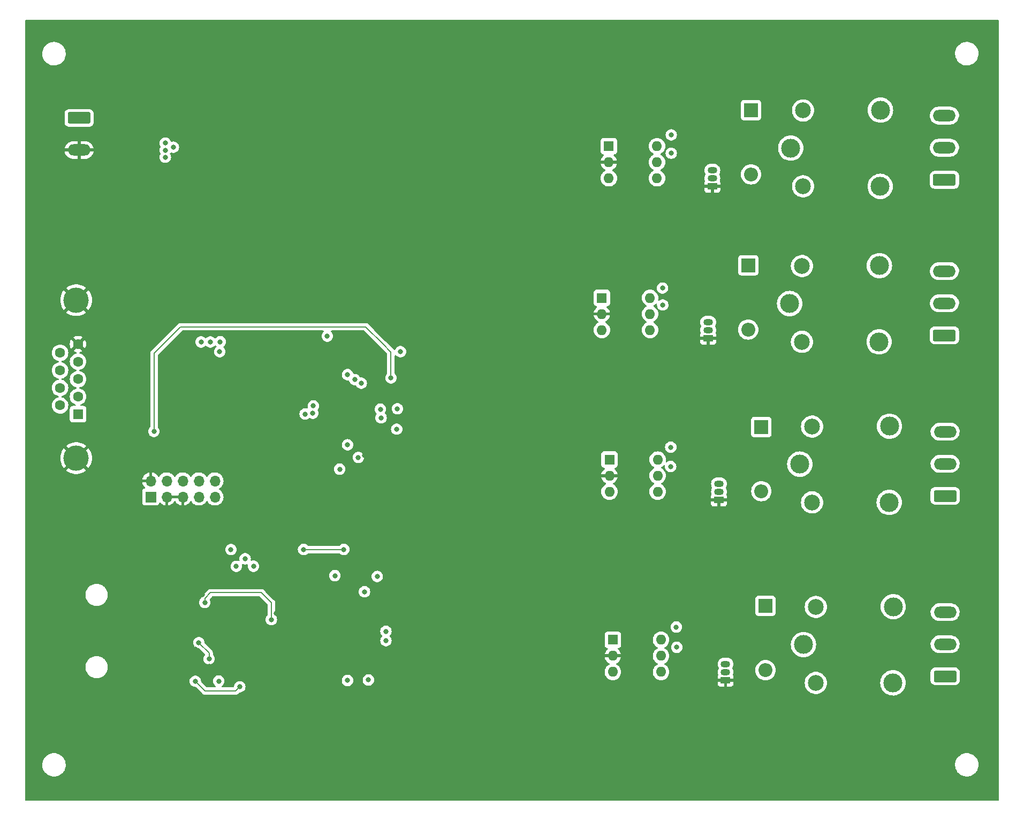
<source format=gbr>
%TF.GenerationSoftware,KiCad,Pcbnew,7.0.10*%
%TF.CreationDate,2025-05-21T01:52:54+02:00*%
%TF.ProjectId,LoadController,4c6f6164-436f-46e7-9472-6f6c6c65722e,rev?*%
%TF.SameCoordinates,Original*%
%TF.FileFunction,Copper,L4,Bot*%
%TF.FilePolarity,Positive*%
%FSLAX46Y46*%
G04 Gerber Fmt 4.6, Leading zero omitted, Abs format (unit mm)*
G04 Created by KiCad (PCBNEW 7.0.10) date 2025-05-21 01:52:54*
%MOMM*%
%LPD*%
G01*
G04 APERTURE LIST*
G04 Aperture macros list*
%AMRoundRect*
0 Rectangle with rounded corners*
0 $1 Rounding radius*
0 $2 $3 $4 $5 $6 $7 $8 $9 X,Y pos of 4 corners*
0 Add a 4 corners polygon primitive as box body*
4,1,4,$2,$3,$4,$5,$6,$7,$8,$9,$2,$3,0*
0 Add four circle primitives for the rounded corners*
1,1,$1+$1,$2,$3*
1,1,$1+$1,$4,$5*
1,1,$1+$1,$6,$7*
1,1,$1+$1,$8,$9*
0 Add four rect primitives between the rounded corners*
20,1,$1+$1,$2,$3,$4,$5,0*
20,1,$1+$1,$4,$5,$6,$7,0*
20,1,$1+$1,$6,$7,$8,$9,0*
20,1,$1+$1,$8,$9,$2,$3,0*%
G04 Aperture macros list end*
%TA.AperFunction,ComponentPad*%
%ADD10R,1.600000X1.600000*%
%TD*%
%TA.AperFunction,ComponentPad*%
%ADD11O,1.600000X1.600000*%
%TD*%
%TA.AperFunction,ComponentPad*%
%ADD12R,2.200000X2.200000*%
%TD*%
%TA.AperFunction,ComponentPad*%
%ADD13O,2.200000X2.200000*%
%TD*%
%TA.AperFunction,ComponentPad*%
%ADD14O,1.700000X1.700000*%
%TD*%
%TA.AperFunction,ComponentPad*%
%ADD15R,1.700000X1.700000*%
%TD*%
%TA.AperFunction,ComponentPad*%
%ADD16RoundRect,0.250000X1.550000X-0.650000X1.550000X0.650000X-1.550000X0.650000X-1.550000X-0.650000X0*%
%TD*%
%TA.AperFunction,ComponentPad*%
%ADD17O,3.600000X1.800000*%
%TD*%
%TA.AperFunction,ComponentPad*%
%ADD18R,1.500000X1.050000*%
%TD*%
%TA.AperFunction,ComponentPad*%
%ADD19O,1.500000X1.050000*%
%TD*%
%TA.AperFunction,ComponentPad*%
%ADD20C,3.000000*%
%TD*%
%TA.AperFunction,ComponentPad*%
%ADD21C,2.500000*%
%TD*%
%TA.AperFunction,ComponentPad*%
%ADD22C,4.000000*%
%TD*%
%TA.AperFunction,ComponentPad*%
%ADD23C,1.600000*%
%TD*%
%TA.AperFunction,ComponentPad*%
%ADD24RoundRect,0.250000X-1.550000X0.650000X-1.550000X-0.650000X1.550000X-0.650000X1.550000X0.650000X0*%
%TD*%
%TA.AperFunction,ViaPad*%
%ADD25C,0.800000*%
%TD*%
%TA.AperFunction,Conductor*%
%ADD26C,0.180000*%
%TD*%
%TA.AperFunction,Conductor*%
%ADD27C,0.177800*%
%TD*%
G04 APERTURE END LIST*
D10*
%TO.P,U4,1*%
%TO.N,Net-(R19-Pad2)*%
X141399999Y-76879999D03*
D11*
%TO.P,U4,2*%
%TO.N,GND*%
X141399999Y-79419999D03*
%TO.P,U4,3,NC*%
%TO.N,unconnected-(U4-NC-Pad3)*%
X141399999Y-81959999D03*
%TO.P,U4,4*%
%TO.N,Net-(R21-Pad1)*%
X149019999Y-81959999D03*
%TO.P,U4,5*%
%TO.N,Net-(D7-A)*%
X149019999Y-79419999D03*
%TO.P,U4,6*%
%TO.N,unconnected-(U4-Pad6)*%
X149019999Y-76879999D03*
%TD*%
D12*
%TO.P,D14,1,K*%
%TO.N,Net-(D12-A)*%
X167292500Y-125620000D03*
D13*
%TO.P,D14,2,A*%
%TO.N,Net-(D14-A)*%
X167292500Y-135780000D03*
%TD*%
D14*
%TO.P,J3,10,Pin_10*%
%TO.N,/MCU/SWDIO_R*%
X80197500Y-105835000D03*
%TO.P,J3,9,Pin_9*%
%TO.N,/MCU/SWCLK_R*%
X80197500Y-108375000D03*
%TO.P,J3,8,Pin_8*%
%TO.N,/MCU/SWO_R*%
X77657500Y-105835000D03*
%TO.P,J3,7,Pin_7*%
%TO.N,unconnected-(J3-Pin_7-Pad7)*%
X77657500Y-108375000D03*
%TO.P,J3,6,Pin_6*%
%TO.N,/MCU/NRST_R*%
X75117500Y-105835000D03*
%TO.P,J3,5,Pin_5*%
%TO.N,GND*%
X75117500Y-108375000D03*
%TO.P,J3,4,Pin_4*%
%TO.N,unconnected-(J3-Pin_4-Pad4)*%
X72577500Y-105835000D03*
%TO.P,J3,3,Pin_3*%
%TO.N,GND*%
X72577500Y-108375000D03*
%TO.P,J3,2,Pin_2*%
X70037500Y-105835000D03*
D15*
%TO.P,J3,1,Pin_1*%
%TO.N,+3.3VADC*%
X70037500Y-108375000D03*
%TD*%
D10*
%TO.P,U7,1*%
%TO.N,Net-(R26-Pad2)*%
X143142500Y-130970000D03*
D11*
%TO.P,U7,2*%
%TO.N,GND*%
X143142500Y-133510000D03*
%TO.P,U7,3,NC*%
%TO.N,unconnected-(U7-NC-Pad3)*%
X143142500Y-136050000D03*
%TO.P,U7,4*%
%TO.N,Net-(R28-Pad1)*%
X150762500Y-136050000D03*
%TO.P,U7,5*%
%TO.N,Net-(D12-A)*%
X150762500Y-133510000D03*
%TO.P,U7,6*%
%TO.N,unconnected-(U7-Pad6)*%
X150762500Y-130970000D03*
%TD*%
D16*
%TO.P,J5,1,Pin_1*%
%TO.N,/ACLoadControlStage/NO2*%
X195592500Y-82805000D03*
D17*
%TO.P,J5,2,Pin_2*%
%TO.N,/ACLoadControlStage/C2*%
X195592500Y-77725000D03*
%TO.P,J5,3,Pin_3*%
%TO.N,/ACLoadControlStage/NC2*%
X195592500Y-72645000D03*
%TD*%
D12*
%TO.P,D13,1,K*%
%TO.N,Net-(D11-A)*%
X166625000Y-97300000D03*
D13*
%TO.P,D13,2,A*%
%TO.N,Net-(D13-A)*%
X166625000Y-107460000D03*
%TD*%
D10*
%TO.P,U6,1*%
%TO.N,Net-(R25-Pad2)*%
X142605000Y-102465000D03*
D11*
%TO.P,U6,2*%
%TO.N,GND*%
X142605000Y-105005000D03*
%TO.P,U6,3,NC*%
%TO.N,unconnected-(U6-NC-Pad3)*%
X142605000Y-107545000D03*
%TO.P,U6,4*%
%TO.N,Net-(R27-Pad1)*%
X150225000Y-107545000D03*
%TO.P,U6,5*%
%TO.N,Net-(D11-A)*%
X150225000Y-105005000D03*
%TO.P,U6,6*%
%TO.N,unconnected-(U6-Pad6)*%
X150225000Y-102465000D03*
%TD*%
D18*
%TO.P,Q1,1,E*%
%TO.N,GND*%
X158224999Y-83274999D03*
D19*
%TO.P,Q1,2,B*%
%TO.N,Net-(Q1-B)*%
X158224999Y-82004999D03*
%TO.P,Q1,3,C*%
%TO.N,Net-(D9-A)*%
X158224999Y-80734999D03*
%TD*%
D10*
%TO.P,U5,1*%
%TO.N,Net-(R20-Pad2)*%
X142500000Y-52880000D03*
D11*
%TO.P,U5,2*%
%TO.N,GND*%
X142500000Y-55420000D03*
%TO.P,U5,3,NC*%
%TO.N,unconnected-(U5-NC-Pad3)*%
X142500000Y-57960000D03*
%TO.P,U5,4*%
%TO.N,Net-(R22-Pad1)*%
X150120000Y-57960000D03*
%TO.P,U5,5*%
%TO.N,Net-(D10-K)*%
X150120000Y-55420000D03*
%TO.P,U5,6*%
%TO.N,unconnected-(U5-Pad6)*%
X150120000Y-52880000D03*
%TD*%
D13*
%TO.P,D10,2,A*%
%TO.N,Net-(D10-A)*%
X165000000Y-57335000D03*
D12*
%TO.P,D10,1,K*%
%TO.N,Net-(D10-K)*%
X165000000Y-47175000D03*
%TD*%
D20*
%TO.P,K4,1*%
%TO.N,/ACLoadControlStage/C4*%
X173292500Y-131730000D03*
D21*
%TO.P,K4,2*%
%TO.N,Net-(D14-A)*%
X175242500Y-137780000D03*
D20*
%TO.P,K4,3*%
%TO.N,/ACLoadControlStage/NO4*%
X187442500Y-137780000D03*
%TO.P,K4,4*%
%TO.N,/ACLoadControlStage/NC4*%
X187492500Y-125730000D03*
D21*
%TO.P,K4,5*%
%TO.N,Net-(D12-A)*%
X175242500Y-125780000D03*
%TD*%
D20*
%TO.P,K3,1*%
%TO.N,/ACLoadControlStage/C3*%
X172700000Y-103180000D03*
D21*
%TO.P,K3,2*%
%TO.N,Net-(D13-A)*%
X174650000Y-109230000D03*
D20*
%TO.P,K3,3*%
%TO.N,/ACLoadControlStage/NO3*%
X186850000Y-109230000D03*
%TO.P,K3,4*%
%TO.N,/ACLoadControlStage/NC3*%
X186900000Y-97180000D03*
D21*
%TO.P,K3,5*%
%TO.N,Net-(D11-A)*%
X174650000Y-97230000D03*
%TD*%
D18*
%TO.P,Q4,1,E*%
%TO.N,GND*%
X160967500Y-137360000D03*
D19*
%TO.P,Q4,2,B*%
%TO.N,Net-(Q4-B)*%
X160967500Y-136090000D03*
%TO.P,Q4,3,C*%
%TO.N,Net-(D14-A)*%
X160967500Y-134820000D03*
%TD*%
D20*
%TO.P,K1,1*%
%TO.N,/ACLoadControlStage/C2*%
X171100000Y-77780000D03*
D21*
%TO.P,K1,2*%
%TO.N,Net-(D9-A)*%
X173050000Y-83830000D03*
D20*
%TO.P,K1,3*%
%TO.N,/ACLoadControlStage/NO2*%
X185250000Y-83830000D03*
%TO.P,K1,4*%
%TO.N,/ACLoadControlStage/NC2*%
X185300000Y-71780000D03*
D21*
%TO.P,K1,5*%
%TO.N,Net-(D7-A)*%
X173050000Y-71830000D03*
%TD*%
D22*
%TO.P,J4,0,PAD*%
%TO.N,GND*%
X58250331Y-77235000D03*
X58250331Y-102235000D03*
D10*
%TO.P,J4,1,1*%
%TO.N,unconnected-(J4-Pad1)*%
X58550331Y-95275000D03*
D23*
%TO.P,J4,2,2*%
%TO.N,/MCU/RS232_TX*%
X58550331Y-92505000D03*
%TO.P,J4,3,3*%
%TO.N,/MCU/RS232_RX*%
X58550331Y-89735000D03*
%TO.P,J4,4,4*%
%TO.N,unconnected-(J4-Pad4)*%
X58550331Y-86965000D03*
%TO.P,J4,5,5*%
%TO.N,GND*%
X58550331Y-84195000D03*
%TO.P,J4,6,6*%
%TO.N,unconnected-(J4-Pad6)*%
X55710331Y-93890000D03*
%TO.P,J4,7,7*%
%TO.N,unconnected-(J4-Pad7)*%
X55710331Y-91120000D03*
%TO.P,J4,8,8*%
%TO.N,unconnected-(J4-Pad8)*%
X55710331Y-88350000D03*
%TO.P,J4,9,9*%
%TO.N,unconnected-(J4-Pad9)*%
X55710331Y-85580000D03*
%TD*%
D16*
%TO.P,J6,1,Pin_1*%
%TO.N,/ACLoadControlStage/NO1*%
X195592500Y-58205000D03*
D17*
%TO.P,J6,2,Pin_2*%
%TO.N,/ACLoadControlStage/C1*%
X195592500Y-53125000D03*
%TO.P,J6,3,Pin_3*%
%TO.N,/ACLoadControlStage/NC1*%
X195592500Y-48045000D03*
%TD*%
D16*
%TO.P,J7,1,Pin_1*%
%TO.N,/ACLoadControlStage/NO3*%
X195692500Y-108205000D03*
D17*
%TO.P,J7,2,Pin_2*%
%TO.N,/ACLoadControlStage/C3*%
X195692500Y-103125000D03*
%TO.P,J7,3,Pin_3*%
%TO.N,/ACLoadControlStage/NC3*%
X195692500Y-98045000D03*
%TD*%
D18*
%TO.P,Q2,1,E*%
%TO.N,GND*%
X158875000Y-59245000D03*
D19*
%TO.P,Q2,2,B*%
%TO.N,Net-(Q2-B)*%
X158875000Y-57975000D03*
%TO.P,Q2,3,C*%
%TO.N,Net-(D10-A)*%
X158875000Y-56705000D03*
%TD*%
D24*
%TO.P,J1,1,Pin_1*%
%TO.N,+24V*%
X58707500Y-48415000D03*
D17*
%TO.P,J1,2,Pin_2*%
%TO.N,GND*%
X58707500Y-53495000D03*
%TD*%
D18*
%TO.P,Q3,1,E*%
%TO.N,GND*%
X159925000Y-108845000D03*
D19*
%TO.P,Q3,2,B*%
%TO.N,Net-(Q3-B)*%
X159925000Y-107575000D03*
%TO.P,Q3,3,C*%
%TO.N,Net-(D13-A)*%
X159925000Y-106305000D03*
%TD*%
D16*
%TO.P,J8,1,Pin_1*%
%TO.N,/ACLoadControlStage/NO4*%
X195692500Y-136755000D03*
D17*
%TO.P,J8,2,Pin_2*%
%TO.N,/ACLoadControlStage/C4*%
X195692500Y-131675000D03*
%TO.P,J8,3,Pin_3*%
%TO.N,/ACLoadControlStage/NC4*%
X195692500Y-126595000D03*
%TD*%
D12*
%TO.P,D9,1,K*%
%TO.N,Net-(D7-A)*%
X164550000Y-71725000D03*
D13*
%TO.P,D9,2,A*%
%TO.N,Net-(D9-A)*%
X164550000Y-81885000D03*
%TD*%
D20*
%TO.P,K2,1*%
%TO.N,/ACLoadControlStage/C1*%
X171275000Y-53180000D03*
D21*
%TO.P,K2,2*%
%TO.N,Net-(D10-A)*%
X173225000Y-59230000D03*
D20*
%TO.P,K2,3*%
%TO.N,/ACLoadControlStage/NO1*%
X185425000Y-59230000D03*
%TO.P,K2,4*%
%TO.N,/ACLoadControlStage/NC1*%
X185475000Y-47180000D03*
D21*
%TO.P,K2,5*%
%TO.N,Net-(D10-K)*%
X173225000Y-47230000D03*
%TD*%
D25*
%TO.N,GND*%
X100400000Y-88025000D03*
%TO.N,+3.3VADC*%
X101175000Y-137400000D03*
X104475000Y-137325000D03*
X105875000Y-120950000D03*
%TO.N,GND*%
X110600000Y-94750000D03*
X110625000Y-97175000D03*
X104250000Y-92575000D03*
X119350000Y-86325000D03*
X118850000Y-95200000D03*
X120125000Y-95175000D03*
X120150000Y-93075000D03*
X120150000Y-90925000D03*
X120225000Y-88575000D03*
X120300000Y-86300000D03*
%TO.N,+3.3VADC*%
X109550000Y-85375000D03*
%TO.N,GND*%
X110525000Y-87225000D03*
X104575000Y-89300000D03*
%TO.N,+3.3VADC*%
X97975000Y-82925000D03*
%TO.N,GND*%
X93025000Y-92250000D03*
%TO.N,+3.3VADC*%
X94475000Y-95250000D03*
X95675000Y-95125000D03*
X95775000Y-93975000D03*
%TO.N,GND*%
X101125000Y-76375000D03*
X102100000Y-82975000D03*
X104225000Y-99050000D03*
X97425000Y-99325000D03*
X95750000Y-97725000D03*
X83325000Y-115500000D03*
%TO.N,/ETHController/LEDA*%
X82725000Y-116700000D03*
X99175000Y-120825000D03*
%TO.N,+3.3VADC*%
X80800000Y-137500000D03*
X103850000Y-123370000D03*
%TO.N,GND*%
X108700000Y-123375000D03*
X107425000Y-118300000D03*
X114225000Y-117975000D03*
X115500000Y-116850000D03*
X114150000Y-129050000D03*
X115400000Y-130400000D03*
X106050000Y-134875000D03*
X107275000Y-136050000D03*
X106000000Y-133825000D03*
X107175000Y-132625000D03*
%TO.N,+3.3VADC*%
X107250000Y-131100000D03*
X107250000Y-129625000D03*
%TO.N,GND*%
X105975000Y-126925000D03*
X107275000Y-128025000D03*
X99225000Y-132175000D03*
X99250000Y-128500000D03*
X99250000Y-127200000D03*
X93975000Y-132300000D03*
X56950000Y-138775000D03*
X53975000Y-136275000D03*
X56950000Y-133950000D03*
X56950000Y-120150000D03*
X53825000Y-122800000D03*
X57000000Y-125350000D03*
X71300000Y-125175000D03*
X71575000Y-136350000D03*
X93575000Y-139500000D03*
X94750000Y-138225000D03*
X86575000Y-137400000D03*
X87950000Y-136075000D03*
X87750000Y-132500000D03*
X87575000Y-130050000D03*
X87375000Y-121150000D03*
X88650000Y-122325000D03*
X87725000Y-125125000D03*
X87725000Y-126875000D03*
%TO.N,+3.3VADC*%
X86300000Y-119325000D03*
X83575000Y-119350000D03*
X84975000Y-118150000D03*
%TO.N,GND*%
X80625000Y-120325000D03*
X79350000Y-121500000D03*
X81675000Y-112450000D03*
X82900000Y-111300000D03*
X75125000Y-112475000D03*
X71575000Y-112300000D03*
X74050000Y-111275000D03*
X72700000Y-111250000D03*
X81500000Y-100850000D03*
X80300000Y-99675000D03*
X74050000Y-94175000D03*
X75375000Y-92875000D03*
X68650000Y-81075000D03*
X55975000Y-42975000D03*
X68475000Y-57150000D03*
X75600000Y-59200000D03*
X79500000Y-59175000D03*
X77150000Y-54700000D03*
X75825000Y-53375000D03*
X72500000Y-48575000D03*
X82575000Y-48550000D03*
X65925000Y-49425000D03*
X69675000Y-51950000D03*
X69625000Y-49450000D03*
X76975000Y-138800000D03*
X89925000Y-126750000D03*
X78175000Y-123850000D03*
X101475000Y-117600000D03*
X93625000Y-115550000D03*
X103850000Y-101800000D03*
X98825000Y-104675000D03*
%TO.N,/ETHController/ETH_MISO*%
X99925000Y-103975000D03*
%TO.N,/ETHController/ETH_INT*%
X94225000Y-116675000D03*
X100575000Y-116675000D03*
%TO.N,+3.3VADC*%
X153250000Y-132150000D03*
X153175000Y-128950000D03*
X152275000Y-103550000D03*
X152300000Y-100500000D03*
X151000000Y-75325000D03*
X151025000Y-78000000D03*
X152375000Y-51100000D03*
X152375000Y-54000000D03*
X73625000Y-53050000D03*
X72350000Y-54625000D03*
X72325000Y-53525000D03*
X72350000Y-52400000D03*
%TO.N,/ETHController/ETH_MOSI*%
X101175000Y-100125000D03*
%TO.N,/ETHController/ETH_SCK*%
X102875000Y-102125000D03*
%TO.N,/ETHController/TCT*%
X77100000Y-137525000D03*
X84125000Y-138400000D03*
%TO.N,/ETHController/TPINN*%
X78600000Y-125075000D03*
X89118910Y-127775000D03*
%TO.N,GND*%
X79275000Y-135150000D03*
X77125000Y-132500000D03*
%TO.N,/ETHController/TPOUTP*%
X79275000Y-134000000D03*
X77650000Y-131425000D03*
%TO.N,/MCU/NRST*%
X70550000Y-98000000D03*
X108050000Y-89550000D03*
%TO.N,/ETHController/ETH_SCK*%
X103350000Y-90375000D03*
%TO.N,/ETHController/ETH_MISO*%
X102300000Y-89800000D03*
%TO.N,/ETHController/ETH_MOSI*%
X101175000Y-89025000D03*
%TO.N,GND*%
X79475000Y-88350000D03*
X80975000Y-88325000D03*
X80975000Y-87050000D03*
X79325000Y-87050000D03*
%TO.N,+3.3VADC*%
X80950000Y-85400000D03*
X81025000Y-83825000D03*
X79475000Y-83850000D03*
X78000000Y-83850000D03*
%TO.N,GND*%
X72025000Y-101225000D03*
X71950000Y-102800000D03*
X70050000Y-102875000D03*
%TO.N,+3.3VADC*%
X109050000Y-94425000D03*
X108950000Y-97650000D03*
X106475000Y-95850000D03*
X106375000Y-94500000D03*
%TO.N,GND*%
X112575000Y-80025000D03*
X115225000Y-77900000D03*
X112575000Y-77900000D03*
X110200000Y-77900000D03*
X155150000Y-49650000D03*
X153900000Y-73800000D03*
X155175000Y-99050000D03*
X156225000Y-127500000D03*
%TD*%
D26*
%TO.N,/ETHController/ETH_INT*%
X100575000Y-116675000D02*
X94225000Y-116675000D01*
D27*
%TO.N,/ETHController/TPINN*%
X79500000Y-123525000D02*
X78600000Y-124425000D01*
X78600000Y-124425000D02*
X78600000Y-125075000D01*
X89118910Y-125093910D02*
X87550000Y-123525000D01*
X87550000Y-123525000D02*
X79500000Y-123525000D01*
X89118910Y-127775000D02*
X89118910Y-125093910D01*
D26*
%TO.N,/ETHController/TCT*%
X83475000Y-139050000D02*
X84125000Y-138400000D01*
X82250000Y-139050000D02*
X83475000Y-139050000D01*
X77100000Y-137525000D02*
X78625000Y-139050000D01*
X78625000Y-139050000D02*
X82250000Y-139050000D01*
D27*
%TO.N,/ETHController/TPOUTP*%
X77650000Y-131425000D02*
X79275000Y-133050000D01*
X79275000Y-133050000D02*
X79275000Y-134000000D01*
D26*
%TO.N,/MCU/NRST*%
X74750000Y-81450000D02*
X72675000Y-83525000D01*
X80750000Y-81450000D02*
X74750000Y-81450000D01*
X70550000Y-85650000D02*
X70550000Y-98000000D01*
X72675000Y-83525000D02*
X70550000Y-85650000D01*
X106750000Y-84150000D02*
X104050000Y-81450000D01*
X104050000Y-81450000D02*
X80750000Y-81450000D01*
X108050000Y-85450000D02*
X106750000Y-84150000D01*
X108050000Y-89550000D02*
X108050000Y-85450000D01*
%TD*%
%TA.AperFunction,Conductor*%
%TO.N,GND*%
G36*
X74658007Y-108165156D02*
G01*
X74617500Y-108303111D01*
X74617500Y-108446889D01*
X74658007Y-108584844D01*
X74683814Y-108625000D01*
X73011186Y-108625000D01*
X73036993Y-108584844D01*
X73077500Y-108446889D01*
X73077500Y-108303111D01*
X73036993Y-108165156D01*
X73011186Y-108125000D01*
X74683814Y-108125000D01*
X74658007Y-108165156D01*
G37*
%TD.AperFunction*%
%TA.AperFunction,Conductor*%
G36*
X204167539Y-32950185D02*
G01*
X204213294Y-33002989D01*
X204224500Y-33054500D01*
X204224500Y-156330500D01*
X204204815Y-156397539D01*
X204152011Y-156443294D01*
X204100500Y-156454500D01*
X50274500Y-156454500D01*
X50207461Y-156434815D01*
X50161706Y-156382011D01*
X50150500Y-156330500D01*
X50150500Y-150817763D01*
X52895787Y-150817763D01*
X52925413Y-151087013D01*
X52925415Y-151087024D01*
X52993926Y-151349082D01*
X52993928Y-151349088D01*
X53099870Y-151598390D01*
X53171998Y-151716575D01*
X53240979Y-151829605D01*
X53240986Y-151829615D01*
X53414253Y-152037819D01*
X53414259Y-152037824D01*
X53615998Y-152218582D01*
X53841910Y-152368044D01*
X54087176Y-152483020D01*
X54087183Y-152483022D01*
X54087185Y-152483023D01*
X54346557Y-152561057D01*
X54346564Y-152561058D01*
X54346569Y-152561060D01*
X54614561Y-152600500D01*
X54614566Y-152600500D01*
X54817629Y-152600500D01*
X54817631Y-152600500D01*
X54817636Y-152600499D01*
X54817648Y-152600499D01*
X54855191Y-152597750D01*
X55020156Y-152585677D01*
X55132758Y-152560593D01*
X55284546Y-152526782D01*
X55284548Y-152526781D01*
X55284553Y-152526780D01*
X55537558Y-152430014D01*
X55773777Y-152297441D01*
X55988177Y-152131888D01*
X56176186Y-151936881D01*
X56333799Y-151716579D01*
X56407787Y-151572669D01*
X56457649Y-151475690D01*
X56457651Y-151475684D01*
X56457656Y-151475675D01*
X56545118Y-151219305D01*
X56594319Y-150952933D01*
X56599259Y-150817763D01*
X197270787Y-150817763D01*
X197300413Y-151087013D01*
X197300415Y-151087024D01*
X197368926Y-151349082D01*
X197368928Y-151349088D01*
X197474870Y-151598390D01*
X197546998Y-151716575D01*
X197615979Y-151829605D01*
X197615986Y-151829615D01*
X197789253Y-152037819D01*
X197789259Y-152037824D01*
X197990998Y-152218582D01*
X198216910Y-152368044D01*
X198462176Y-152483020D01*
X198462183Y-152483022D01*
X198462185Y-152483023D01*
X198721557Y-152561057D01*
X198721564Y-152561058D01*
X198721569Y-152561060D01*
X198989561Y-152600500D01*
X198989566Y-152600500D01*
X199192629Y-152600500D01*
X199192631Y-152600500D01*
X199192636Y-152600499D01*
X199192648Y-152600499D01*
X199230191Y-152597750D01*
X199395156Y-152585677D01*
X199507758Y-152560593D01*
X199659546Y-152526782D01*
X199659548Y-152526781D01*
X199659553Y-152526780D01*
X199912558Y-152430014D01*
X200148777Y-152297441D01*
X200363177Y-152131888D01*
X200551186Y-151936881D01*
X200708799Y-151716579D01*
X200782787Y-151572669D01*
X200832649Y-151475690D01*
X200832651Y-151475684D01*
X200832656Y-151475675D01*
X200920118Y-151219305D01*
X200969319Y-150952933D01*
X200979212Y-150682235D01*
X200949586Y-150412982D01*
X200881072Y-150150912D01*
X200775130Y-149901610D01*
X200634018Y-149670390D01*
X200544747Y-149563119D01*
X200460746Y-149462180D01*
X200460740Y-149462175D01*
X200259002Y-149281418D01*
X200033092Y-149131957D01*
X200033090Y-149131956D01*
X199787824Y-149016980D01*
X199787819Y-149016978D01*
X199787814Y-149016976D01*
X199528442Y-148938942D01*
X199528428Y-148938939D01*
X199412791Y-148921921D01*
X199260439Y-148899500D01*
X199057369Y-148899500D01*
X199057351Y-148899500D01*
X198854844Y-148914323D01*
X198854831Y-148914325D01*
X198590453Y-148973217D01*
X198590446Y-148973220D01*
X198337439Y-149069987D01*
X198101226Y-149202557D01*
X197886822Y-149368112D01*
X197698822Y-149563109D01*
X197698816Y-149563116D01*
X197541202Y-149783419D01*
X197541199Y-149783424D01*
X197417350Y-150024309D01*
X197417343Y-150024327D01*
X197329884Y-150280685D01*
X197329881Y-150280699D01*
X197280681Y-150547068D01*
X197280680Y-150547075D01*
X197270787Y-150817763D01*
X56599259Y-150817763D01*
X56604212Y-150682235D01*
X56574586Y-150412982D01*
X56506072Y-150150912D01*
X56400130Y-149901610D01*
X56259018Y-149670390D01*
X56169747Y-149563119D01*
X56085746Y-149462180D01*
X56085740Y-149462175D01*
X55884002Y-149281418D01*
X55658092Y-149131957D01*
X55658090Y-149131956D01*
X55412824Y-149016980D01*
X55412819Y-149016978D01*
X55412814Y-149016976D01*
X55153442Y-148938942D01*
X55153428Y-148938939D01*
X55037791Y-148921921D01*
X54885439Y-148899500D01*
X54682369Y-148899500D01*
X54682351Y-148899500D01*
X54479844Y-148914323D01*
X54479831Y-148914325D01*
X54215453Y-148973217D01*
X54215446Y-148973220D01*
X53962439Y-149069987D01*
X53726226Y-149202557D01*
X53511822Y-149368112D01*
X53323822Y-149563109D01*
X53323816Y-149563116D01*
X53166202Y-149783419D01*
X53166199Y-149783424D01*
X53042350Y-150024309D01*
X53042343Y-150024327D01*
X52954884Y-150280685D01*
X52954881Y-150280699D01*
X52905681Y-150547068D01*
X52905680Y-150547075D01*
X52895787Y-150817763D01*
X50150500Y-150817763D01*
X50150500Y-137525000D01*
X76194540Y-137525000D01*
X76214326Y-137713256D01*
X76214327Y-137713259D01*
X76272818Y-137893277D01*
X76272821Y-137893284D01*
X76367467Y-138057216D01*
X76455961Y-138155498D01*
X76494129Y-138197888D01*
X76647265Y-138309148D01*
X76647270Y-138309151D01*
X76820192Y-138386142D01*
X76820197Y-138386144D01*
X77005354Y-138425500D01*
X77114045Y-138425500D01*
X77181084Y-138445185D01*
X77201726Y-138461819D01*
X78174345Y-139434439D01*
X78185039Y-139446633D01*
X78203850Y-139471148D01*
X78203851Y-139471149D01*
X78231578Y-139492425D01*
X78231615Y-139492455D01*
X78327198Y-139565798D01*
X78327202Y-139565801D01*
X78411348Y-139600654D01*
X78470849Y-139625301D01*
X78586299Y-139640500D01*
X78586301Y-139640500D01*
X78625000Y-139645595D01*
X78655642Y-139641561D01*
X78671827Y-139640500D01*
X82211299Y-139640500D01*
X83428174Y-139640500D01*
X83444359Y-139641560D01*
X83475000Y-139645595D01*
X83513699Y-139640500D01*
X83513701Y-139640500D01*
X83629151Y-139625301D01*
X83730724Y-139583227D01*
X83772798Y-139565800D01*
X83865181Y-139494912D01*
X83865182Y-139494910D01*
X83873273Y-139488702D01*
X83873274Y-139488700D01*
X83896149Y-139471149D01*
X83914962Y-139446629D01*
X83925657Y-139434435D01*
X84023276Y-139336818D01*
X84084599Y-139303334D01*
X84110956Y-139300500D01*
X84219644Y-139300500D01*
X84219646Y-139300500D01*
X84404803Y-139261144D01*
X84577730Y-139184151D01*
X84730871Y-139072888D01*
X84857533Y-138932216D01*
X84952179Y-138768284D01*
X85010674Y-138588256D01*
X85030460Y-138400000D01*
X85010674Y-138211744D01*
X84955397Y-138041620D01*
X84952181Y-138031722D01*
X84952180Y-138031721D01*
X84952179Y-138031716D01*
X84857533Y-137867784D01*
X84730871Y-137727112D01*
X84730870Y-137727111D01*
X84577734Y-137615851D01*
X84577729Y-137615848D01*
X84404807Y-137538857D01*
X84404802Y-137538855D01*
X84259001Y-137507865D01*
X84219646Y-137499500D01*
X84030354Y-137499500D01*
X83997897Y-137506398D01*
X83845197Y-137538855D01*
X83845192Y-137538857D01*
X83672270Y-137615848D01*
X83672265Y-137615851D01*
X83519129Y-137727111D01*
X83392466Y-137867785D01*
X83297821Y-138031715D01*
X83297818Y-138031722D01*
X83247644Y-138186144D01*
X83239326Y-138211744D01*
X83228174Y-138317853D01*
X83224957Y-138348462D01*
X83198372Y-138413076D01*
X83141075Y-138453061D01*
X83101636Y-138459500D01*
X81393016Y-138459500D01*
X81325977Y-138439815D01*
X81280222Y-138387011D01*
X81270278Y-138317853D01*
X81299303Y-138254297D01*
X81320131Y-138235182D01*
X81371461Y-138197888D01*
X81405871Y-138172888D01*
X81532533Y-138032216D01*
X81627179Y-137868284D01*
X81685674Y-137688256D01*
X81705460Y-137500000D01*
X81694950Y-137400000D01*
X100269540Y-137400000D01*
X100289326Y-137588256D01*
X100289327Y-137588259D01*
X100347818Y-137768277D01*
X100347821Y-137768284D01*
X100442467Y-137932216D01*
X100569129Y-138072888D01*
X100722265Y-138184148D01*
X100722270Y-138184151D01*
X100895192Y-138261142D01*
X100895197Y-138261144D01*
X101080354Y-138300500D01*
X101080355Y-138300500D01*
X101269644Y-138300500D01*
X101269646Y-138300500D01*
X101454803Y-138261144D01*
X101627730Y-138184151D01*
X101780871Y-138072888D01*
X101907533Y-137932216D01*
X102002179Y-137768284D01*
X102060674Y-137588256D01*
X102080460Y-137400000D01*
X102072577Y-137325000D01*
X103569540Y-137325000D01*
X103589326Y-137513256D01*
X103589327Y-137513259D01*
X103647818Y-137693277D01*
X103647821Y-137693284D01*
X103742467Y-137857216D01*
X103810548Y-137932827D01*
X103869129Y-137997888D01*
X104022265Y-138109148D01*
X104022270Y-138109151D01*
X104195192Y-138186142D01*
X104195197Y-138186144D01*
X104380354Y-138225500D01*
X104380355Y-138225500D01*
X104569644Y-138225500D01*
X104569646Y-138225500D01*
X104754803Y-138186144D01*
X104927730Y-138109151D01*
X105080871Y-137997888D01*
X105207533Y-137857216D01*
X105302179Y-137693284D01*
X105360674Y-137513256D01*
X105380460Y-137325000D01*
X105360674Y-137136744D01*
X105302179Y-136956716D01*
X105207533Y-136792784D01*
X105080871Y-136652112D01*
X105062626Y-136638856D01*
X104927734Y-136540851D01*
X104927729Y-136540848D01*
X104754807Y-136463857D01*
X104754802Y-136463855D01*
X104609001Y-136432865D01*
X104569646Y-136424500D01*
X104380354Y-136424500D01*
X104347897Y-136431398D01*
X104195197Y-136463855D01*
X104195192Y-136463857D01*
X104022270Y-136540848D01*
X104022265Y-136540851D01*
X103869129Y-136652111D01*
X103742466Y-136792785D01*
X103647821Y-136956715D01*
X103647818Y-136956722D01*
X103589327Y-137136740D01*
X103589326Y-137136744D01*
X103569540Y-137325000D01*
X102072577Y-137325000D01*
X102060674Y-137211744D01*
X102002179Y-137031716D01*
X101907533Y-136867784D01*
X101780871Y-136727112D01*
X101780870Y-136727111D01*
X101627734Y-136615851D01*
X101627729Y-136615848D01*
X101454807Y-136538857D01*
X101454802Y-136538855D01*
X101309001Y-136507865D01*
X101269646Y-136499500D01*
X101080354Y-136499500D01*
X101047897Y-136506398D01*
X100895197Y-136538855D01*
X100895192Y-136538857D01*
X100722270Y-136615848D01*
X100722265Y-136615851D01*
X100569129Y-136727111D01*
X100442466Y-136867785D01*
X100347821Y-137031715D01*
X100347818Y-137031722D01*
X100290776Y-137207281D01*
X100289326Y-137211744D01*
X100269540Y-137400000D01*
X81694950Y-137400000D01*
X81685674Y-137311744D01*
X81627179Y-137131716D01*
X81532533Y-136967784D01*
X81405871Y-136827112D01*
X81358624Y-136792785D01*
X81252734Y-136715851D01*
X81252729Y-136715848D01*
X81079807Y-136638857D01*
X81079802Y-136638855D01*
X80934001Y-136607865D01*
X80894646Y-136599500D01*
X80705354Y-136599500D01*
X80672897Y-136606398D01*
X80520197Y-136638855D01*
X80520192Y-136638857D01*
X80347270Y-136715848D01*
X80347265Y-136715851D01*
X80194129Y-136827111D01*
X80067466Y-136967785D01*
X79972821Y-137131715D01*
X79972818Y-137131722D01*
X79914327Y-137311740D01*
X79914326Y-137311744D01*
X79894540Y-137500000D01*
X79914326Y-137688256D01*
X79914327Y-137688259D01*
X79972818Y-137868277D01*
X79972821Y-137868284D01*
X80067467Y-138032216D01*
X80119327Y-138089812D01*
X80194129Y-138172888D01*
X80279869Y-138235182D01*
X80322535Y-138290512D01*
X80328514Y-138360125D01*
X80295908Y-138421920D01*
X80235070Y-138456277D01*
X80206984Y-138459500D01*
X78920956Y-138459500D01*
X78853917Y-138439815D01*
X78833275Y-138423181D01*
X78040589Y-137630496D01*
X78007104Y-137569173D01*
X78004950Y-137529849D01*
X78005460Y-137525000D01*
X77985674Y-137336744D01*
X77927179Y-137156716D01*
X77832533Y-136992784D01*
X77705871Y-136852112D01*
X77705870Y-136852111D01*
X77552734Y-136740851D01*
X77552729Y-136740848D01*
X77379807Y-136663857D01*
X77379802Y-136663855D01*
X77234001Y-136632865D01*
X77194646Y-136624500D01*
X77005354Y-136624500D01*
X76972897Y-136631398D01*
X76820197Y-136663855D01*
X76820192Y-136663857D01*
X76647270Y-136740848D01*
X76647265Y-136740851D01*
X76494129Y-136852111D01*
X76367466Y-136992785D01*
X76272821Y-137156715D01*
X76272818Y-137156722D01*
X76214687Y-137335633D01*
X76214326Y-137336744D01*
X76194540Y-137525000D01*
X50150500Y-137525000D01*
X50150500Y-135421187D01*
X59737000Y-135421187D01*
X59742097Y-135455000D01*
X59776104Y-135680615D01*
X59776105Y-135680617D01*
X59776106Y-135680623D01*
X59853438Y-135931326D01*
X59967267Y-136167696D01*
X59967268Y-136167697D01*
X59967270Y-136167700D01*
X59967272Y-136167704D01*
X60051357Y-136291034D01*
X60115067Y-136384479D01*
X60293514Y-136576801D01*
X60293518Y-136576804D01*
X60293519Y-136576805D01*
X60498643Y-136740386D01*
X60725857Y-136871568D01*
X60970084Y-136967420D01*
X61225870Y-137025802D01*
X61225876Y-137025802D01*
X61225879Y-137025803D01*
X61421984Y-137040499D01*
X61422003Y-137040499D01*
X61422006Y-137040500D01*
X61422008Y-137040500D01*
X61552992Y-137040500D01*
X61552994Y-137040500D01*
X61552996Y-137040499D01*
X61553015Y-137040499D01*
X61749120Y-137025803D01*
X61749122Y-137025802D01*
X61749130Y-137025802D01*
X62004916Y-136967420D01*
X62249143Y-136871568D01*
X62476357Y-136740386D01*
X62681481Y-136576805D01*
X62859933Y-136384479D01*
X63007728Y-136167704D01*
X63018211Y-136145937D01*
X63055451Y-136068606D01*
X63064411Y-136050001D01*
X141837032Y-136050001D01*
X141856864Y-136276686D01*
X141856866Y-136276697D01*
X141915758Y-136496488D01*
X141915761Y-136496497D01*
X142011931Y-136702732D01*
X142011932Y-136702734D01*
X142142454Y-136889141D01*
X142303358Y-137050045D01*
X142303361Y-137050047D01*
X142489766Y-137180568D01*
X142696004Y-137276739D01*
X142915808Y-137335635D01*
X143077730Y-137349801D01*
X143142498Y-137355468D01*
X143142500Y-137355468D01*
X143142502Y-137355468D01*
X143199173Y-137350509D01*
X143369192Y-137335635D01*
X143588996Y-137276739D01*
X143795234Y-137180568D01*
X143981639Y-137050047D01*
X144142547Y-136889139D01*
X144273068Y-136702734D01*
X144369239Y-136496496D01*
X144428135Y-136276692D01*
X144447968Y-136050001D01*
X149457032Y-136050001D01*
X149476864Y-136276686D01*
X149476866Y-136276697D01*
X149535758Y-136496488D01*
X149535761Y-136496497D01*
X149631931Y-136702732D01*
X149631932Y-136702734D01*
X149762454Y-136889141D01*
X149923358Y-137050045D01*
X149923361Y-137050047D01*
X150109766Y-137180568D01*
X150316004Y-137276739D01*
X150535808Y-137335635D01*
X150697730Y-137349801D01*
X150762498Y-137355468D01*
X150762500Y-137355468D01*
X150762502Y-137355468D01*
X150819173Y-137350509D01*
X150989192Y-137335635D01*
X151208996Y-137276739D01*
X151415234Y-137180568D01*
X151601639Y-137050047D01*
X151762547Y-136889139D01*
X151893068Y-136702734D01*
X151989239Y-136496496D01*
X152048135Y-136276692D01*
X152064468Y-136090000D01*
X159712038Y-136090000D01*
X159731837Y-136291031D01*
X159790986Y-136486018D01*
X159791609Y-136555885D01*
X159777402Y-136584589D01*
X159778395Y-136585132D01*
X159774145Y-136592913D01*
X159723903Y-136727620D01*
X159723901Y-136727627D01*
X159717500Y-136787155D01*
X159717500Y-137110000D01*
X160630185Y-137110000D01*
X160642338Y-137110597D01*
X160658028Y-137112142D01*
X160683645Y-137114665D01*
X160649222Y-137152059D01*
X160598949Y-137266670D01*
X160588614Y-137391395D01*
X160619337Y-137512719D01*
X160682894Y-137610000D01*
X159717500Y-137610000D01*
X159717500Y-137932844D01*
X159723901Y-137992372D01*
X159723903Y-137992379D01*
X159774145Y-138127086D01*
X159774149Y-138127093D01*
X159860309Y-138242187D01*
X159860312Y-138242190D01*
X159975406Y-138328350D01*
X159975413Y-138328354D01*
X160110120Y-138378596D01*
X160110127Y-138378598D01*
X160169655Y-138384999D01*
X160169672Y-138385000D01*
X160717500Y-138385000D01*
X160717500Y-137640617D01*
X160786552Y-137694363D01*
X160904924Y-137735000D01*
X160998573Y-137735000D01*
X161090946Y-137719586D01*
X161201014Y-137660019D01*
X161217500Y-137642110D01*
X161217500Y-138385000D01*
X161765328Y-138385000D01*
X161765344Y-138384999D01*
X161824872Y-138378598D01*
X161824879Y-138378596D01*
X161959586Y-138328354D01*
X161959593Y-138328350D01*
X162074687Y-138242190D01*
X162074690Y-138242187D01*
X162160850Y-138127093D01*
X162160854Y-138127086D01*
X162211096Y-137992379D01*
X162211098Y-137992372D01*
X162217499Y-137932844D01*
X162217500Y-137932827D01*
X162217500Y-137780004D01*
X173487092Y-137780004D01*
X173506696Y-138041620D01*
X173506697Y-138041625D01*
X173506697Y-138041629D01*
X173506698Y-138041630D01*
X173515414Y-138079818D01*
X173565076Y-138297402D01*
X173565078Y-138297411D01*
X173565080Y-138297416D01*
X173660932Y-138541643D01*
X173792114Y-138768857D01*
X173868241Y-138864317D01*
X173955698Y-138973985D01*
X174137253Y-139142441D01*
X174148021Y-139152433D01*
X174364796Y-139300228D01*
X174364801Y-139300230D01*
X174364802Y-139300231D01*
X174364803Y-139300232D01*
X174490343Y-139360688D01*
X174601173Y-139414061D01*
X174601174Y-139414061D01*
X174601177Y-139414063D01*
X174851885Y-139491396D01*
X175111318Y-139530500D01*
X175373682Y-139530500D01*
X175633115Y-139491396D01*
X175883823Y-139414063D01*
X176070611Y-139324110D01*
X176120196Y-139300232D01*
X176120196Y-139300231D01*
X176120204Y-139300228D01*
X176336979Y-139152433D01*
X176529305Y-138973981D01*
X176692886Y-138768857D01*
X176824068Y-138541643D01*
X176919920Y-138297416D01*
X176978302Y-138041630D01*
X176978303Y-138041620D01*
X176997908Y-137780004D01*
X176997908Y-137780001D01*
X185436890Y-137780001D01*
X185457304Y-138065433D01*
X185518128Y-138345037D01*
X185518130Y-138345043D01*
X185518131Y-138345046D01*
X185561685Y-138461819D01*
X185618135Y-138613166D01*
X185755270Y-138864309D01*
X185755275Y-138864317D01*
X185926754Y-139093387D01*
X185926770Y-139093405D01*
X186129094Y-139295729D01*
X186129112Y-139295745D01*
X186358182Y-139467224D01*
X186358190Y-139467229D01*
X186609333Y-139604364D01*
X186609332Y-139604364D01*
X186609336Y-139604365D01*
X186609339Y-139604367D01*
X186877454Y-139704369D01*
X186877460Y-139704370D01*
X186877462Y-139704371D01*
X187157066Y-139765195D01*
X187157068Y-139765195D01*
X187157072Y-139765196D01*
X187410720Y-139783337D01*
X187442499Y-139785610D01*
X187442500Y-139785610D01*
X187442501Y-139785610D01*
X187471095Y-139783564D01*
X187727928Y-139765196D01*
X188007546Y-139704369D01*
X188275661Y-139604367D01*
X188526815Y-139467226D01*
X188755895Y-139295739D01*
X188958239Y-139093395D01*
X189129726Y-138864315D01*
X189266867Y-138613161D01*
X189366869Y-138345046D01*
X189370501Y-138328350D01*
X189427695Y-138065433D01*
X189427695Y-138065432D01*
X189427696Y-138065428D01*
X189448110Y-137780000D01*
X189427696Y-137494572D01*
X189419089Y-137455008D01*
X189419087Y-137455001D01*
X193392000Y-137455001D01*
X193392001Y-137455018D01*
X193402500Y-137557796D01*
X193402501Y-137557799D01*
X193454015Y-137713256D01*
X193457686Y-137724334D01*
X193549788Y-137873656D01*
X193673844Y-137997712D01*
X193823166Y-138089814D01*
X193989703Y-138144999D01*
X194092491Y-138155500D01*
X197292508Y-138155499D01*
X197395297Y-138144999D01*
X197561834Y-138089814D01*
X197711156Y-137997712D01*
X197835212Y-137873656D01*
X197927314Y-137724334D01*
X197982499Y-137557797D01*
X197993000Y-137455009D01*
X197992999Y-136054992D01*
X197982499Y-135952203D01*
X197927314Y-135785666D01*
X197835212Y-135636344D01*
X197711156Y-135512288D01*
X197561834Y-135420186D01*
X197395297Y-135365001D01*
X197395295Y-135365000D01*
X197292510Y-135354500D01*
X194092498Y-135354500D01*
X194092481Y-135354501D01*
X193989703Y-135365000D01*
X193989700Y-135365001D01*
X193823168Y-135420185D01*
X193823163Y-135420187D01*
X193673842Y-135512289D01*
X193549789Y-135636342D01*
X193457687Y-135785663D01*
X193457685Y-135785668D01*
X193445211Y-135823313D01*
X193402501Y-135952203D01*
X193402501Y-135952204D01*
X193402500Y-135952204D01*
X193392000Y-136054983D01*
X193392000Y-137455001D01*
X189419087Y-137455001D01*
X189366871Y-137214962D01*
X189366870Y-137214960D01*
X189366869Y-137214954D01*
X189266867Y-136946839D01*
X189249603Y-136915223D01*
X189129729Y-136695690D01*
X189129724Y-136695682D01*
X188958245Y-136466612D01*
X188958229Y-136466594D01*
X188755905Y-136264270D01*
X188755887Y-136264254D01*
X188526817Y-136092775D01*
X188526809Y-136092770D01*
X188275666Y-135955635D01*
X188275667Y-135955635D01*
X188168415Y-135915632D01*
X188007546Y-135855631D01*
X188007543Y-135855630D01*
X188007537Y-135855628D01*
X187727933Y-135794804D01*
X187442501Y-135774390D01*
X187442499Y-135774390D01*
X187157066Y-135794804D01*
X186877462Y-135855628D01*
X186609333Y-135955635D01*
X186358190Y-136092770D01*
X186358182Y-136092775D01*
X186129112Y-136264254D01*
X186129094Y-136264270D01*
X185926770Y-136466594D01*
X185926754Y-136466612D01*
X185755275Y-136695682D01*
X185755270Y-136695690D01*
X185618135Y-136946833D01*
X185518128Y-137214962D01*
X185457304Y-137494566D01*
X185436890Y-137779998D01*
X185436890Y-137780001D01*
X176997908Y-137780001D01*
X176997908Y-137779995D01*
X176978303Y-137518379D01*
X176978302Y-137518374D01*
X176978302Y-137518370D01*
X176919920Y-137262584D01*
X176824068Y-137018357D01*
X176692886Y-136791143D01*
X176529305Y-136586019D01*
X176529304Y-136586018D01*
X176529301Y-136586014D01*
X176336979Y-136407567D01*
X176303115Y-136384479D01*
X176120204Y-136259772D01*
X176120200Y-136259770D01*
X176120197Y-136259768D01*
X176120196Y-136259767D01*
X175883825Y-136145938D01*
X175883827Y-136145938D01*
X175633123Y-136068606D01*
X175633119Y-136068605D01*
X175633115Y-136068604D01*
X175508323Y-136049794D01*
X175373687Y-136029500D01*
X175373682Y-136029500D01*
X175111318Y-136029500D01*
X175111312Y-136029500D01*
X174949747Y-136053853D01*
X174851885Y-136068604D01*
X174851882Y-136068605D01*
X174851876Y-136068606D01*
X174601173Y-136145938D01*
X174364803Y-136259767D01*
X174364802Y-136259768D01*
X174148020Y-136407567D01*
X173955698Y-136586014D01*
X173792114Y-136791143D01*
X173660932Y-137018356D01*
X173565082Y-137262578D01*
X173565076Y-137262597D01*
X173506697Y-137518374D01*
X173506696Y-137518379D01*
X173487092Y-137779995D01*
X173487092Y-137780004D01*
X162217500Y-137780004D01*
X162217500Y-137610000D01*
X161247060Y-137610000D01*
X161285778Y-137567941D01*
X161336051Y-137453330D01*
X161346386Y-137328605D01*
X161315663Y-137207281D01*
X161254924Y-137114313D01*
X161276971Y-137112142D01*
X161292662Y-137110597D01*
X161304815Y-137110000D01*
X162217500Y-137110000D01*
X162217500Y-136787172D01*
X162217499Y-136787155D01*
X162211098Y-136727627D01*
X162211096Y-136727620D01*
X162160854Y-136592913D01*
X162156603Y-136585128D01*
X162158787Y-136583935D01*
X162138990Y-136530862D01*
X162144014Y-136486016D01*
X162144520Y-136484344D01*
X162144523Y-136484341D01*
X162203162Y-136291033D01*
X162222962Y-136090000D01*
X162203162Y-135888967D01*
X162170107Y-135780000D01*
X165687051Y-135780000D01*
X165706817Y-136031151D01*
X165765626Y-136276110D01*
X165862033Y-136508859D01*
X165993660Y-136723653D01*
X165993661Y-136723656D01*
X166008347Y-136740851D01*
X166157276Y-136915224D01*
X166293671Y-137031716D01*
X166348843Y-137078838D01*
X166348846Y-137078839D01*
X166563640Y-137210466D01*
X166796389Y-137306873D01*
X167041352Y-137365683D01*
X167292500Y-137385449D01*
X167543648Y-137365683D01*
X167788611Y-137306873D01*
X168021359Y-137210466D01*
X168236159Y-137078836D01*
X168427724Y-136915224D01*
X168591336Y-136723659D01*
X168722966Y-136508859D01*
X168819373Y-136276111D01*
X168878183Y-136031148D01*
X168897949Y-135780000D01*
X168878183Y-135528852D01*
X168819373Y-135283889D01*
X168790566Y-135214343D01*
X168722966Y-135051140D01*
X168591339Y-134836346D01*
X168591338Y-134836343D01*
X168554375Y-134793066D01*
X168427724Y-134644776D01*
X168269977Y-134510047D01*
X168236156Y-134481161D01*
X168236153Y-134481160D01*
X168021359Y-134349533D01*
X167788610Y-134253126D01*
X167543651Y-134194317D01*
X167292500Y-134174551D01*
X167041348Y-134194317D01*
X166796389Y-134253126D01*
X166563640Y-134349533D01*
X166348846Y-134481160D01*
X166348843Y-134481161D01*
X166157276Y-134644776D01*
X165993661Y-134836343D01*
X165993660Y-134836346D01*
X165862033Y-135051140D01*
X165765626Y-135283889D01*
X165706817Y-135528848D01*
X165687051Y-135780000D01*
X162170107Y-135780000D01*
X162144523Y-135695659D01*
X162049298Y-135517506D01*
X162049294Y-135517502D01*
X162047131Y-135513454D01*
X162032889Y-135445051D01*
X162047131Y-135396546D01*
X162049294Y-135392498D01*
X162049298Y-135392494D01*
X162144523Y-135214341D01*
X162203162Y-135021033D01*
X162222962Y-134820000D01*
X162203162Y-134618967D01*
X162144523Y-134425659D01*
X162144521Y-134425656D01*
X162144521Y-134425654D01*
X162049301Y-134247511D01*
X162049299Y-134247509D01*
X162049298Y-134247506D01*
X162005647Y-134194317D01*
X161921147Y-134091352D01*
X161764995Y-133963203D01*
X161764988Y-133963198D01*
X161586845Y-133867978D01*
X161393531Y-133809337D01*
X161283400Y-133798490D01*
X161242880Y-133794500D01*
X160692120Y-133794500D01*
X160654933Y-133798162D01*
X160541468Y-133809337D01*
X160348154Y-133867978D01*
X160170011Y-133963198D01*
X160170004Y-133963203D01*
X160013852Y-134091352D01*
X159885703Y-134247504D01*
X159885698Y-134247511D01*
X159790478Y-134425654D01*
X159731837Y-134618968D01*
X159712038Y-134820000D01*
X159731837Y-135021031D01*
X159790478Y-135214345D01*
X159887867Y-135396547D01*
X159902109Y-135464950D01*
X159887867Y-135513453D01*
X159790478Y-135695654D01*
X159731837Y-135888968D01*
X159712038Y-136090000D01*
X152064468Y-136090000D01*
X152067968Y-136050000D01*
X152066174Y-136029500D01*
X152057585Y-135931323D01*
X152048135Y-135823308D01*
X151989239Y-135603504D01*
X151893068Y-135397266D01*
X151762547Y-135210861D01*
X151762545Y-135210858D01*
X151601641Y-135049954D01*
X151415234Y-134919432D01*
X151415228Y-134919429D01*
X151357225Y-134892382D01*
X151304785Y-134846210D01*
X151285633Y-134779017D01*
X151305848Y-134712135D01*
X151357225Y-134667618D01*
X151357819Y-134667341D01*
X151415234Y-134640568D01*
X151601639Y-134510047D01*
X151762547Y-134349139D01*
X151893068Y-134162734D01*
X151989239Y-133956496D01*
X152048135Y-133736692D01*
X152067968Y-133510000D01*
X152048135Y-133283308D01*
X151989239Y-133063504D01*
X151893068Y-132857266D01*
X151762547Y-132670861D01*
X151762545Y-132670858D01*
X151601641Y-132509954D01*
X151415234Y-132379432D01*
X151415228Y-132379429D01*
X151357225Y-132352382D01*
X151304785Y-132306210D01*
X151285633Y-132239017D01*
X151305848Y-132172135D01*
X151331394Y-132150000D01*
X152344540Y-132150000D01*
X152364326Y-132338256D01*
X152364327Y-132338259D01*
X152422818Y-132518277D01*
X152422821Y-132518284D01*
X152517467Y-132682216D01*
X152595228Y-132768578D01*
X152644129Y-132822888D01*
X152797265Y-132934148D01*
X152797270Y-132934151D01*
X152970192Y-133011142D01*
X152970197Y-133011144D01*
X153155354Y-133050500D01*
X153155355Y-133050500D01*
X153344644Y-133050500D01*
X153344646Y-133050500D01*
X153529803Y-133011144D01*
X153702730Y-132934151D01*
X153855871Y-132822888D01*
X153982533Y-132682216D01*
X154077179Y-132518284D01*
X154135674Y-132338256D01*
X154155460Y-132150000D01*
X154135674Y-131961744D01*
X154077179Y-131781716D01*
X154047321Y-131730001D01*
X171286890Y-131730001D01*
X171307304Y-132015433D01*
X171368128Y-132295037D01*
X171368130Y-132295043D01*
X171368131Y-132295046D01*
X171448602Y-132510796D01*
X171468135Y-132563166D01*
X171605270Y-132814309D01*
X171605275Y-132814317D01*
X171776754Y-133043387D01*
X171776770Y-133043405D01*
X171979094Y-133245729D01*
X171979112Y-133245745D01*
X172208182Y-133417224D01*
X172208190Y-133417229D01*
X172459333Y-133554364D01*
X172459332Y-133554364D01*
X172459336Y-133554365D01*
X172459339Y-133554367D01*
X172727454Y-133654369D01*
X172727460Y-133654370D01*
X172727462Y-133654371D01*
X173007066Y-133715195D01*
X173007068Y-133715195D01*
X173007072Y-133715196D01*
X173260720Y-133733337D01*
X173292499Y-133735610D01*
X173292500Y-133735610D01*
X173292501Y-133735610D01*
X173321095Y-133733564D01*
X173577928Y-133715196D01*
X173857546Y-133654369D01*
X174125661Y-133554367D01*
X174376815Y-133417226D01*
X174605895Y-133245739D01*
X174808239Y-133043395D01*
X174979726Y-132814315D01*
X175116867Y-132563161D01*
X175216869Y-132295046D01*
X175228629Y-132240984D01*
X175277695Y-132015433D01*
X175277695Y-132015432D01*
X175277696Y-132015428D01*
X175298110Y-131730000D01*
X175289910Y-131615346D01*
X193388202Y-131615346D01*
X193398319Y-131853528D01*
X193398319Y-131853532D01*
X193448545Y-132086580D01*
X193532311Y-132295037D01*
X193537436Y-132307790D01*
X193662150Y-132510339D01*
X193662432Y-132510796D01*
X193803304Y-132670858D01*
X193819936Y-132689755D01*
X194005420Y-132839523D01*
X194213546Y-132955790D01*
X194339451Y-133000275D01*
X194438329Y-133035211D01*
X194673290Y-133075499D01*
X194673298Y-133075499D01*
X194673300Y-133075500D01*
X194673301Y-133075500D01*
X196651996Y-133075500D01*
X196651997Y-133075500D01*
X196651998Y-133075499D01*
X196652015Y-133075499D01*
X196830036Y-133060347D01*
X196830039Y-133060346D01*
X196830041Y-133060346D01*
X197060749Y-133000275D01*
X197207031Y-132934151D01*
X197277980Y-132902080D01*
X197277981Y-132902078D01*
X197277986Y-132902077D01*
X197475503Y-132768579D01*
X197647618Y-132603621D01*
X197789379Y-132411947D01*
X197896707Y-132199074D01*
X197966516Y-131971123D01*
X197996798Y-131734654D01*
X197996600Y-131730001D01*
X197986680Y-131496471D01*
X197986680Y-131496467D01*
X197936454Y-131263419D01*
X197925733Y-131236740D01*
X197847564Y-131042210D01*
X197722569Y-130839205D01*
X197565064Y-130660245D01*
X197379580Y-130510477D01*
X197230351Y-130427112D01*
X197171455Y-130394210D01*
X196946670Y-130314788D01*
X196711709Y-130274500D01*
X196711700Y-130274500D01*
X194733003Y-130274500D01*
X194732984Y-130274500D01*
X194554963Y-130289652D01*
X194324251Y-130349724D01*
X194107019Y-130447919D01*
X194107011Y-130447924D01*
X193909506Y-130581413D01*
X193909497Y-130581421D01*
X193737381Y-130746379D01*
X193595623Y-130938050D01*
X193595620Y-130938054D01*
X193488296Y-131150920D01*
X193488293Y-131150926D01*
X193418483Y-131378878D01*
X193388202Y-131615346D01*
X175289910Y-131615346D01*
X175277696Y-131444572D01*
X175273438Y-131425000D01*
X175216871Y-131164962D01*
X175216870Y-131164960D01*
X175216869Y-131164954D01*
X175116867Y-130896839D01*
X175114653Y-130892785D01*
X174979729Y-130645690D01*
X174979724Y-130645682D01*
X174808245Y-130416612D01*
X174808229Y-130416594D01*
X174605905Y-130214270D01*
X174605887Y-130214254D01*
X174376817Y-130042775D01*
X174376809Y-130042770D01*
X174125666Y-129905635D01*
X174125667Y-129905635D01*
X173977844Y-129850500D01*
X173857546Y-129805631D01*
X173857543Y-129805630D01*
X173857537Y-129805628D01*
X173577933Y-129744804D01*
X173292501Y-129724390D01*
X173292499Y-129724390D01*
X173007066Y-129744804D01*
X172727462Y-129805628D01*
X172459333Y-129905635D01*
X172208190Y-130042770D01*
X172208182Y-130042775D01*
X171979112Y-130214254D01*
X171979094Y-130214270D01*
X171776770Y-130416594D01*
X171776754Y-130416612D01*
X171605275Y-130645682D01*
X171605270Y-130645690D01*
X171468135Y-130896833D01*
X171368128Y-131164962D01*
X171307304Y-131444566D01*
X171286890Y-131729998D01*
X171286890Y-131730001D01*
X154047321Y-131730001D01*
X153982533Y-131617784D01*
X153855871Y-131477112D01*
X153846882Y-131470581D01*
X153702734Y-131365851D01*
X153702729Y-131365848D01*
X153529807Y-131288857D01*
X153529802Y-131288855D01*
X153384001Y-131257865D01*
X153344646Y-131249500D01*
X153155354Y-131249500D01*
X153122897Y-131256398D01*
X152970197Y-131288855D01*
X152970192Y-131288857D01*
X152797270Y-131365848D01*
X152797265Y-131365851D01*
X152644129Y-131477111D01*
X152517466Y-131617785D01*
X152422821Y-131781715D01*
X152422818Y-131781722D01*
X152364521Y-131961144D01*
X152364326Y-131961744D01*
X152344540Y-132150000D01*
X151331394Y-132150000D01*
X151357225Y-132127618D01*
X151415234Y-132100568D01*
X151601639Y-131970047D01*
X151762547Y-131809139D01*
X151893068Y-131622734D01*
X151989239Y-131416496D01*
X152048135Y-131196692D01*
X152067968Y-130970000D01*
X152048135Y-130743308D01*
X152001104Y-130567784D01*
X151989241Y-130523511D01*
X151989238Y-130523502D01*
X151939391Y-130416605D01*
X151893068Y-130317266D01*
X151762547Y-130130861D01*
X151762545Y-130130858D01*
X151601641Y-129969954D01*
X151415234Y-129839432D01*
X151415232Y-129839431D01*
X151208997Y-129743261D01*
X151208988Y-129743258D01*
X150989197Y-129684366D01*
X150989193Y-129684365D01*
X150989192Y-129684365D01*
X150989191Y-129684364D01*
X150989186Y-129684364D01*
X150762502Y-129664532D01*
X150762498Y-129664532D01*
X150535813Y-129684364D01*
X150535802Y-129684366D01*
X150316011Y-129743258D01*
X150316002Y-129743261D01*
X150109767Y-129839431D01*
X150109765Y-129839432D01*
X149923358Y-129969954D01*
X149762454Y-130130858D01*
X149631932Y-130317265D01*
X149631931Y-130317267D01*
X149535761Y-130523502D01*
X149535758Y-130523511D01*
X149476866Y-130743302D01*
X149476864Y-130743313D01*
X149457032Y-130969998D01*
X149457032Y-130970001D01*
X149476864Y-131196686D01*
X149476866Y-131196697D01*
X149535758Y-131416488D01*
X149535761Y-131416497D01*
X149631931Y-131622732D01*
X149631932Y-131622734D01*
X149762454Y-131809141D01*
X149923358Y-131970045D01*
X149923361Y-131970047D01*
X150109766Y-132100568D01*
X150167775Y-132127618D01*
X150220214Y-132173791D01*
X150239366Y-132240984D01*
X150219150Y-132307865D01*
X150167775Y-132352382D01*
X150109767Y-132379431D01*
X150109765Y-132379432D01*
X149923358Y-132509954D01*
X149762454Y-132670858D01*
X149631932Y-132857265D01*
X149631931Y-132857267D01*
X149535761Y-133063502D01*
X149535758Y-133063511D01*
X149476866Y-133283302D01*
X149476864Y-133283313D01*
X149457032Y-133509998D01*
X149457032Y-133510001D01*
X149476864Y-133736686D01*
X149476866Y-133736697D01*
X149535758Y-133956488D01*
X149535761Y-133956497D01*
X149631931Y-134162732D01*
X149631932Y-134162734D01*
X149762454Y-134349141D01*
X149923358Y-134510045D01*
X149923361Y-134510047D01*
X150109766Y-134640568D01*
X150167181Y-134667341D01*
X150167775Y-134667618D01*
X150220214Y-134713791D01*
X150239366Y-134780984D01*
X150219150Y-134847865D01*
X150167775Y-134892382D01*
X150109767Y-134919431D01*
X150109765Y-134919432D01*
X149923358Y-135049954D01*
X149762454Y-135210858D01*
X149631932Y-135397265D01*
X149631931Y-135397267D01*
X149535761Y-135603502D01*
X149535758Y-135603511D01*
X149476866Y-135823302D01*
X149476864Y-135823313D01*
X149457032Y-136049998D01*
X149457032Y-136050001D01*
X144447968Y-136050001D01*
X144447968Y-136050000D01*
X144446174Y-136029500D01*
X144437585Y-135931323D01*
X144428135Y-135823308D01*
X144369239Y-135603504D01*
X144273068Y-135397266D01*
X144142547Y-135210861D01*
X144142545Y-135210858D01*
X143981641Y-135049954D01*
X143795234Y-134919432D01*
X143795232Y-134919431D01*
X143737225Y-134892382D01*
X143736632Y-134892105D01*
X143684194Y-134845934D01*
X143665042Y-134778740D01*
X143685258Y-134711859D01*
X143736634Y-134667341D01*
X143794984Y-134640132D01*
X143981320Y-134509657D01*
X144142157Y-134348820D01*
X144272634Y-134162482D01*
X144368765Y-133956326D01*
X144368769Y-133956317D01*
X144421372Y-133760000D01*
X143458186Y-133760000D01*
X143470141Y-133748045D01*
X143527665Y-133635148D01*
X143547486Y-133510000D01*
X143527665Y-133384852D01*
X143470141Y-133271955D01*
X143458186Y-133260000D01*
X144421372Y-133260000D01*
X144421372Y-133259999D01*
X144368769Y-133063682D01*
X144368765Y-133063673D01*
X144272634Y-132857517D01*
X144142157Y-132671179D01*
X143981320Y-132510342D01*
X143956279Y-132492808D01*
X143912654Y-132438230D01*
X143905462Y-132368732D01*
X143936984Y-132306377D01*
X143997214Y-132270964D01*
X144014150Y-132267943D01*
X144049983Y-132264091D01*
X144184828Y-132213797D01*
X144184827Y-132213797D01*
X144184831Y-132213796D01*
X144300046Y-132127546D01*
X144386296Y-132012331D01*
X144436591Y-131877483D01*
X144443000Y-131817873D01*
X144442999Y-130122128D01*
X144436591Y-130062517D01*
X144429227Y-130042774D01*
X144386297Y-129927671D01*
X144386293Y-129927664D01*
X144300047Y-129812455D01*
X144300044Y-129812452D01*
X144184835Y-129726206D01*
X144184828Y-129726202D01*
X144049982Y-129675908D01*
X144049983Y-129675908D01*
X143990383Y-129669501D01*
X143990381Y-129669500D01*
X143990373Y-129669500D01*
X143990364Y-129669500D01*
X142294629Y-129669500D01*
X142294623Y-129669501D01*
X142235016Y-129675908D01*
X142100171Y-129726202D01*
X142100164Y-129726206D01*
X141984955Y-129812452D01*
X141984952Y-129812455D01*
X141898706Y-129927664D01*
X141898702Y-129927671D01*
X141848408Y-130062517D01*
X141842001Y-130122116D01*
X141842001Y-130122123D01*
X141842000Y-130122135D01*
X141842000Y-131817870D01*
X141842001Y-131817876D01*
X141848408Y-131877483D01*
X141898702Y-132012328D01*
X141898706Y-132012335D01*
X141984952Y-132127544D01*
X141984955Y-132127547D01*
X142100164Y-132213793D01*
X142100171Y-132213797D01*
X142235013Y-132264090D01*
X142235014Y-132264090D01*
X142235017Y-132264091D01*
X142270853Y-132267944D01*
X142335401Y-132294679D01*
X142375251Y-132352070D01*
X142377746Y-132421896D01*
X142342095Y-132481985D01*
X142328723Y-132492805D01*
X142303682Y-132510339D01*
X142142842Y-132671179D01*
X142012365Y-132857517D01*
X141916234Y-133063673D01*
X141916230Y-133063682D01*
X141863627Y-133259999D01*
X141863628Y-133260000D01*
X142826814Y-133260000D01*
X142814859Y-133271955D01*
X142757335Y-133384852D01*
X142737514Y-133510000D01*
X142757335Y-133635148D01*
X142814859Y-133748045D01*
X142826814Y-133760000D01*
X141863628Y-133760000D01*
X141916230Y-133956317D01*
X141916234Y-133956326D01*
X142012365Y-134162482D01*
X142142842Y-134348820D01*
X142303679Y-134509657D01*
X142490018Y-134640134D01*
X142490020Y-134640135D01*
X142548365Y-134667342D01*
X142600805Y-134713514D01*
X142619957Y-134780707D01*
X142599742Y-134847589D01*
X142548367Y-134892105D01*
X142489768Y-134919431D01*
X142489764Y-134919433D01*
X142303358Y-135049954D01*
X142142454Y-135210858D01*
X142011932Y-135397265D01*
X142011931Y-135397267D01*
X141915761Y-135603502D01*
X141915758Y-135603511D01*
X141856866Y-135823302D01*
X141856864Y-135823313D01*
X141837032Y-136049998D01*
X141837032Y-136050001D01*
X63064411Y-136050001D01*
X63121563Y-135931323D01*
X63198896Y-135680615D01*
X63238000Y-135421182D01*
X63238000Y-135158818D01*
X63198896Y-134899385D01*
X63121563Y-134648677D01*
X63107255Y-134618967D01*
X63007732Y-134412303D01*
X63007731Y-134412302D01*
X63007730Y-134412301D01*
X63007728Y-134412296D01*
X62859933Y-134195521D01*
X62829509Y-134162732D01*
X62681485Y-134003198D01*
X62631326Y-133963198D01*
X62476357Y-133839614D01*
X62249143Y-133708432D01*
X62004916Y-133612580D01*
X62004911Y-133612578D01*
X62004902Y-133612576D01*
X61749857Y-133554364D01*
X61749130Y-133554198D01*
X61749129Y-133554197D01*
X61749125Y-133554197D01*
X61749120Y-133554196D01*
X61553015Y-133539500D01*
X61552994Y-133539500D01*
X61422006Y-133539500D01*
X61421984Y-133539500D01*
X61225879Y-133554196D01*
X61225874Y-133554197D01*
X60970097Y-133612576D01*
X60970078Y-133612582D01*
X60725856Y-133708432D01*
X60498643Y-133839614D01*
X60293514Y-134003198D01*
X60115067Y-134195520D01*
X59967268Y-134412302D01*
X59967267Y-134412303D01*
X59853438Y-134648673D01*
X59776106Y-134899376D01*
X59776105Y-134899381D01*
X59776104Y-134899385D01*
X59761353Y-134997247D01*
X59737000Y-135158812D01*
X59737000Y-135421187D01*
X50150500Y-135421187D01*
X50150500Y-131425000D01*
X76744540Y-131425000D01*
X76764326Y-131613256D01*
X76764327Y-131613259D01*
X76822818Y-131793277D01*
X76822821Y-131793284D01*
X76917467Y-131957216D01*
X76969886Y-132015433D01*
X77044129Y-132097888D01*
X77197265Y-132209148D01*
X77197270Y-132209151D01*
X77370192Y-132286142D01*
X77370197Y-132286144D01*
X77555354Y-132325500D01*
X77665601Y-132325500D01*
X77732640Y-132345185D01*
X77753282Y-132361819D01*
X78609349Y-133217886D01*
X78642834Y-133279209D01*
X78637850Y-133348901D01*
X78613819Y-133388538D01*
X78542466Y-133467785D01*
X78447821Y-133631715D01*
X78447818Y-133631722D01*
X78389327Y-133811740D01*
X78389326Y-133811744D01*
X78369540Y-134000000D01*
X78389326Y-134188256D01*
X78389327Y-134188259D01*
X78447818Y-134368277D01*
X78447821Y-134368284D01*
X78542467Y-134532216D01*
X78620578Y-134618967D01*
X78669129Y-134672888D01*
X78822265Y-134784148D01*
X78822270Y-134784151D01*
X78995192Y-134861142D01*
X78995197Y-134861144D01*
X79180354Y-134900500D01*
X79180355Y-134900500D01*
X79369644Y-134900500D01*
X79369646Y-134900500D01*
X79554803Y-134861144D01*
X79727730Y-134784151D01*
X79880871Y-134672888D01*
X80007533Y-134532216D01*
X80102179Y-134368284D01*
X80160674Y-134188256D01*
X80180460Y-134000000D01*
X80160674Y-133811744D01*
X80102179Y-133631716D01*
X80007533Y-133467784D01*
X79953538Y-133407817D01*
X79896250Y-133344191D01*
X79866020Y-133281199D01*
X79864400Y-133261219D01*
X79864400Y-133096758D01*
X79865461Y-133080572D01*
X79869486Y-133050000D01*
X79869486Y-133049999D01*
X79862939Y-133000275D01*
X79849229Y-132896136D01*
X79836645Y-132865756D01*
X79833232Y-132857517D01*
X79789841Y-132752759D01*
X79789840Y-132752758D01*
X79789840Y-132752757D01*
X79695365Y-132629635D01*
X79695363Y-132629633D01*
X79695362Y-132629632D01*
X79670895Y-132610858D01*
X79658702Y-132600164D01*
X78590441Y-131531904D01*
X78556956Y-131470581D01*
X78554802Y-131431257D01*
X78555460Y-131425000D01*
X78535674Y-131236744D01*
X78491243Y-131100000D01*
X106344540Y-131100000D01*
X106364326Y-131288256D01*
X106364327Y-131288259D01*
X106422818Y-131468277D01*
X106422821Y-131468284D01*
X106517467Y-131632216D01*
X106609699Y-131734650D01*
X106644129Y-131772888D01*
X106797265Y-131884148D01*
X106797270Y-131884151D01*
X106970192Y-131961142D01*
X106970197Y-131961144D01*
X107155354Y-132000500D01*
X107155355Y-132000500D01*
X107344644Y-132000500D01*
X107344646Y-132000500D01*
X107529803Y-131961144D01*
X107702730Y-131884151D01*
X107855871Y-131772888D01*
X107982533Y-131632216D01*
X108077179Y-131468284D01*
X108135674Y-131288256D01*
X108155460Y-131100000D01*
X108135674Y-130911744D01*
X108077179Y-130731716D01*
X107982533Y-130567784D01*
X107872401Y-130445470D01*
X107842172Y-130382481D01*
X107850797Y-130313146D01*
X107872402Y-130279528D01*
X107982533Y-130157216D01*
X108077179Y-129993284D01*
X108135674Y-129813256D01*
X108155460Y-129625000D01*
X108135674Y-129436744D01*
X108077179Y-129256716D01*
X107982533Y-129092784D01*
X107855871Y-128952112D01*
X107852964Y-128950000D01*
X152269540Y-128950000D01*
X152289326Y-129138256D01*
X152289327Y-129138259D01*
X152347818Y-129318277D01*
X152347821Y-129318284D01*
X152442467Y-129482216D01*
X152569129Y-129622888D01*
X152722265Y-129734148D01*
X152722270Y-129734151D01*
X152895192Y-129811142D01*
X152895197Y-129811144D01*
X153080354Y-129850500D01*
X153080355Y-129850500D01*
X153269644Y-129850500D01*
X153269646Y-129850500D01*
X153454803Y-129811144D01*
X153627730Y-129734151D01*
X153780871Y-129622888D01*
X153907533Y-129482216D01*
X154002179Y-129318284D01*
X154060674Y-129138256D01*
X154080460Y-128950000D01*
X154060674Y-128761744D01*
X154002179Y-128581716D01*
X153907533Y-128417784D01*
X153780871Y-128277112D01*
X153780870Y-128277111D01*
X153627734Y-128165851D01*
X153627729Y-128165848D01*
X153454807Y-128088857D01*
X153454802Y-128088855D01*
X153309001Y-128057865D01*
X153269646Y-128049500D01*
X153080354Y-128049500D01*
X153047897Y-128056398D01*
X152895197Y-128088855D01*
X152895192Y-128088857D01*
X152722270Y-128165848D01*
X152722265Y-128165851D01*
X152569129Y-128277111D01*
X152442466Y-128417785D01*
X152347821Y-128581715D01*
X152347818Y-128581722D01*
X152301427Y-128724500D01*
X152289326Y-128761744D01*
X152269540Y-128950000D01*
X107852964Y-128950000D01*
X107702734Y-128840851D01*
X107702729Y-128840848D01*
X107529807Y-128763857D01*
X107529802Y-128763855D01*
X107384001Y-128732865D01*
X107344646Y-128724500D01*
X107155354Y-128724500D01*
X107122897Y-128731398D01*
X106970197Y-128763855D01*
X106970192Y-128763857D01*
X106797270Y-128840848D01*
X106797265Y-128840851D01*
X106644129Y-128952111D01*
X106517466Y-129092785D01*
X106422821Y-129256715D01*
X106422818Y-129256722D01*
X106364327Y-129436740D01*
X106364326Y-129436744D01*
X106344540Y-129625000D01*
X106364326Y-129813256D01*
X106364327Y-129813259D01*
X106422818Y-129993277D01*
X106422821Y-129993284D01*
X106517467Y-130157216D01*
X106568831Y-130214261D01*
X106627597Y-130279528D01*
X106657827Y-130342520D01*
X106649202Y-130411855D01*
X106627597Y-130445472D01*
X106517466Y-130567785D01*
X106422821Y-130731715D01*
X106422818Y-130731722D01*
X106370486Y-130892785D01*
X106364326Y-130911744D01*
X106344540Y-131100000D01*
X78491243Y-131100000D01*
X78477179Y-131056716D01*
X78382533Y-130892784D01*
X78255871Y-130752112D01*
X78255870Y-130752111D01*
X78102734Y-130640851D01*
X78102729Y-130640848D01*
X77929807Y-130563857D01*
X77929802Y-130563855D01*
X77784001Y-130532865D01*
X77744646Y-130524500D01*
X77555354Y-130524500D01*
X77522897Y-130531398D01*
X77370197Y-130563855D01*
X77370192Y-130563857D01*
X77197270Y-130640848D01*
X77197265Y-130640851D01*
X77044129Y-130752111D01*
X76917466Y-130892785D01*
X76822821Y-131056715D01*
X76822818Y-131056722D01*
X76777338Y-131196697D01*
X76764326Y-131236744D01*
X76744540Y-131425000D01*
X50150500Y-131425000D01*
X50150500Y-123991187D01*
X59737000Y-123991187D01*
X59755572Y-124114400D01*
X59776104Y-124250615D01*
X59776105Y-124250617D01*
X59776106Y-124250623D01*
X59853438Y-124501326D01*
X59967267Y-124737696D01*
X59967268Y-124737697D01*
X59967270Y-124737700D01*
X59967272Y-124737704D01*
X60007474Y-124796669D01*
X60115067Y-124954479D01*
X60293514Y-125146801D01*
X60293518Y-125146804D01*
X60293519Y-125146805D01*
X60498643Y-125310386D01*
X60725857Y-125441568D01*
X60970084Y-125537420D01*
X61225870Y-125595802D01*
X61225876Y-125595802D01*
X61225879Y-125595803D01*
X61421984Y-125610499D01*
X61422003Y-125610499D01*
X61422006Y-125610500D01*
X61422008Y-125610500D01*
X61552992Y-125610500D01*
X61552994Y-125610500D01*
X61552996Y-125610499D01*
X61553015Y-125610499D01*
X61749120Y-125595803D01*
X61749122Y-125595802D01*
X61749130Y-125595802D01*
X62004916Y-125537420D01*
X62249143Y-125441568D01*
X62476357Y-125310386D01*
X62681481Y-125146805D01*
X62687176Y-125140668D01*
X62748106Y-125075000D01*
X77694540Y-125075000D01*
X77714326Y-125263256D01*
X77714327Y-125263259D01*
X77772818Y-125443277D01*
X77772821Y-125443284D01*
X77867467Y-125607216D01*
X77994129Y-125747888D01*
X78147265Y-125859148D01*
X78147270Y-125859151D01*
X78320192Y-125936142D01*
X78320197Y-125936144D01*
X78505354Y-125975500D01*
X78505355Y-125975500D01*
X78694644Y-125975500D01*
X78694646Y-125975500D01*
X78879803Y-125936144D01*
X79052730Y-125859151D01*
X79205871Y-125747888D01*
X79332533Y-125607216D01*
X79427179Y-125443284D01*
X79485674Y-125263256D01*
X79505460Y-125075000D01*
X79485674Y-124886744D01*
X79427179Y-124706716D01*
X79373963Y-124614543D01*
X79357491Y-124546646D01*
X79380343Y-124480619D01*
X79393657Y-124464879D01*
X79707820Y-124150717D01*
X79769142Y-124117234D01*
X79795500Y-124114400D01*
X87254501Y-124114400D01*
X87321540Y-124134085D01*
X87342182Y-124150719D01*
X88493191Y-125301728D01*
X88526676Y-125363051D01*
X88529510Y-125389409D01*
X88529510Y-127036219D01*
X88509825Y-127103258D01*
X88497660Y-127119191D01*
X88386376Y-127242785D01*
X88291731Y-127406715D01*
X88291728Y-127406722D01*
X88243757Y-127554364D01*
X88233236Y-127586744D01*
X88213450Y-127775000D01*
X88233236Y-127963256D01*
X88233237Y-127963259D01*
X88291728Y-128143277D01*
X88291731Y-128143284D01*
X88386377Y-128307216D01*
X88485933Y-128417784D01*
X88513039Y-128447888D01*
X88666175Y-128559148D01*
X88666180Y-128559151D01*
X88839102Y-128636142D01*
X88839107Y-128636144D01*
X89024264Y-128675500D01*
X89024265Y-128675500D01*
X89213554Y-128675500D01*
X89213556Y-128675500D01*
X89398713Y-128636144D01*
X89571640Y-128559151D01*
X89724781Y-128447888D01*
X89851443Y-128307216D01*
X89946089Y-128143284D01*
X90004584Y-127963256D01*
X90024370Y-127775000D01*
X90004584Y-127586744D01*
X89946089Y-127406716D01*
X89851443Y-127242784D01*
X89780319Y-127163793D01*
X89740160Y-127119191D01*
X89709930Y-127056199D01*
X89708310Y-127036219D01*
X89708310Y-126767870D01*
X165692000Y-126767870D01*
X165692001Y-126767876D01*
X165698408Y-126827483D01*
X165748702Y-126962328D01*
X165748706Y-126962335D01*
X165834952Y-127077544D01*
X165834955Y-127077547D01*
X165950164Y-127163793D01*
X165950171Y-127163797D01*
X166085017Y-127214091D01*
X166085016Y-127214091D01*
X166091944Y-127214835D01*
X166144627Y-127220500D01*
X168440372Y-127220499D01*
X168499983Y-127214091D01*
X168634831Y-127163796D01*
X168750046Y-127077546D01*
X168836296Y-126962331D01*
X168886591Y-126827483D01*
X168893000Y-126767873D01*
X168893000Y-125780004D01*
X173487092Y-125780004D01*
X173506696Y-126041620D01*
X173506697Y-126041625D01*
X173565076Y-126297402D01*
X173565078Y-126297411D01*
X173565080Y-126297416D01*
X173660932Y-126541643D01*
X173792114Y-126768857D01*
X173889618Y-126891123D01*
X173955698Y-126973985D01*
X174137253Y-127142441D01*
X174148021Y-127152433D01*
X174364796Y-127300228D01*
X174364801Y-127300230D01*
X174364802Y-127300231D01*
X174364803Y-127300232D01*
X174430661Y-127331947D01*
X174601173Y-127414061D01*
X174601174Y-127414061D01*
X174601177Y-127414063D01*
X174851885Y-127491396D01*
X175111318Y-127530500D01*
X175373682Y-127530500D01*
X175633115Y-127491396D01*
X175883823Y-127414063D01*
X176120204Y-127300228D01*
X176336979Y-127152433D01*
X176486233Y-127013945D01*
X176529301Y-126973985D01*
X176529301Y-126973983D01*
X176529305Y-126973981D01*
X176692886Y-126768857D01*
X176824068Y-126541643D01*
X176919920Y-126297416D01*
X176978302Y-126041630D01*
X176983258Y-125975500D01*
X176997908Y-125780004D01*
X176997908Y-125779995D01*
X176994162Y-125730001D01*
X185486890Y-125730001D01*
X185507304Y-126015433D01*
X185568128Y-126295037D01*
X185568130Y-126295043D01*
X185568131Y-126295046D01*
X185657759Y-126535346D01*
X185668135Y-126563166D01*
X185805270Y-126814309D01*
X185805275Y-126814317D01*
X185976754Y-127043387D01*
X185976770Y-127043405D01*
X186179094Y-127245729D01*
X186179112Y-127245745D01*
X186408182Y-127417224D01*
X186408190Y-127417229D01*
X186659333Y-127554364D01*
X186659332Y-127554364D01*
X186659336Y-127554365D01*
X186659339Y-127554367D01*
X186927454Y-127654369D01*
X186927460Y-127654370D01*
X186927462Y-127654371D01*
X187207066Y-127715195D01*
X187207068Y-127715195D01*
X187207072Y-127715196D01*
X187460720Y-127733337D01*
X187492499Y-127735610D01*
X187492500Y-127735610D01*
X187492501Y-127735610D01*
X187521095Y-127733564D01*
X187777928Y-127715196D01*
X187900290Y-127688578D01*
X188057537Y-127654371D01*
X188057537Y-127654370D01*
X188057546Y-127654369D01*
X188325661Y-127554367D01*
X188576815Y-127417226D01*
X188805895Y-127245739D01*
X189008239Y-127043395D01*
X189179726Y-126814315D01*
X189316867Y-126563161D01*
X189327241Y-126535346D01*
X193388202Y-126535346D01*
X193398319Y-126773528D01*
X193398319Y-126773532D01*
X193448545Y-127006580D01*
X193537435Y-127227788D01*
X193537436Y-127227790D01*
X193662431Y-127430795D01*
X193819936Y-127609755D01*
X194005420Y-127759523D01*
X194213546Y-127875790D01*
X194339451Y-127920275D01*
X194438329Y-127955211D01*
X194673290Y-127995499D01*
X194673298Y-127995499D01*
X194673300Y-127995500D01*
X194673301Y-127995500D01*
X196651996Y-127995500D01*
X196651997Y-127995500D01*
X196651998Y-127995499D01*
X196652015Y-127995499D01*
X196830036Y-127980347D01*
X196830039Y-127980346D01*
X196830041Y-127980346D01*
X197060749Y-127920275D01*
X197193473Y-127860279D01*
X197277980Y-127822080D01*
X197277981Y-127822078D01*
X197277986Y-127822077D01*
X197475503Y-127688579D01*
X197647618Y-127523621D01*
X197789379Y-127331947D01*
X197896707Y-127119074D01*
X197966516Y-126891123D01*
X197996798Y-126654654D01*
X197986680Y-126416468D01*
X197936454Y-126183419D01*
X197847564Y-125962210D01*
X197722569Y-125759205D01*
X197565064Y-125580245D01*
X197379580Y-125430477D01*
X197214124Y-125338047D01*
X197171455Y-125314210D01*
X196946670Y-125234788D01*
X196711709Y-125194500D01*
X196711700Y-125194500D01*
X194733003Y-125194500D01*
X194732984Y-125194500D01*
X194554963Y-125209652D01*
X194324251Y-125269724D01*
X194107019Y-125367919D01*
X194107011Y-125367924D01*
X193909506Y-125501413D01*
X193909497Y-125501421D01*
X193737381Y-125666379D01*
X193595623Y-125858050D01*
X193595620Y-125858054D01*
X193488296Y-126070920D01*
X193488293Y-126070926D01*
X193418483Y-126298878D01*
X193388202Y-126535346D01*
X189327241Y-126535346D01*
X189416869Y-126295046D01*
X189465623Y-126070926D01*
X189477695Y-126015433D01*
X189477695Y-126015432D01*
X189477696Y-126015428D01*
X189498110Y-125730000D01*
X189477696Y-125444572D01*
X189477414Y-125443277D01*
X189416871Y-125164962D01*
X189416870Y-125164960D01*
X189416869Y-125164954D01*
X189316867Y-124896839D01*
X189259152Y-124791143D01*
X189179729Y-124645690D01*
X189179724Y-124645682D01*
X189008245Y-124416612D01*
X189008229Y-124416594D01*
X188805905Y-124214270D01*
X188805887Y-124214254D01*
X188576817Y-124042775D01*
X188576809Y-124042770D01*
X188325666Y-123905635D01*
X188325667Y-123905635D01*
X188218415Y-123865632D01*
X188057546Y-123805631D01*
X188057543Y-123805630D01*
X188057537Y-123805628D01*
X187777933Y-123744804D01*
X187492501Y-123724390D01*
X187492499Y-123724390D01*
X187207066Y-123744804D01*
X186927462Y-123805628D01*
X186659333Y-123905635D01*
X186408190Y-124042770D01*
X186408182Y-124042775D01*
X186179112Y-124214254D01*
X186179094Y-124214270D01*
X185976770Y-124416594D01*
X185976754Y-124416612D01*
X185805275Y-124645682D01*
X185805270Y-124645690D01*
X185668135Y-124896833D01*
X185568128Y-125164962D01*
X185507304Y-125444566D01*
X185486890Y-125729998D01*
X185486890Y-125730001D01*
X176994162Y-125730001D01*
X176978303Y-125518379D01*
X176978302Y-125518374D01*
X176978302Y-125518370D01*
X176919920Y-125262584D01*
X176824068Y-125018357D01*
X176692886Y-124791143D01*
X176529305Y-124586019D01*
X176529304Y-124586018D01*
X176529301Y-124586014D01*
X176336979Y-124407567D01*
X176245518Y-124345210D01*
X176120204Y-124259772D01*
X176120200Y-124259770D01*
X176120197Y-124259768D01*
X176120196Y-124259767D01*
X175883825Y-124145938D01*
X175883827Y-124145938D01*
X175633123Y-124068606D01*
X175633119Y-124068605D01*
X175633115Y-124068604D01*
X175508323Y-124049794D01*
X175373687Y-124029500D01*
X175373682Y-124029500D01*
X175111318Y-124029500D01*
X175111312Y-124029500D01*
X174949747Y-124053853D01*
X174851885Y-124068604D01*
X174851882Y-124068605D01*
X174851876Y-124068606D01*
X174601173Y-124145938D01*
X174364803Y-124259767D01*
X174364802Y-124259768D01*
X174148020Y-124407567D01*
X173955698Y-124586014D01*
X173792114Y-124791143D01*
X173660932Y-125018356D01*
X173565082Y-125262578D01*
X173565076Y-125262597D01*
X173506697Y-125518374D01*
X173506696Y-125518379D01*
X173487092Y-125779995D01*
X173487092Y-125780004D01*
X168893000Y-125780004D01*
X168892999Y-124472128D01*
X168887031Y-124416612D01*
X168886591Y-124412516D01*
X168836297Y-124277671D01*
X168836293Y-124277664D01*
X168750047Y-124162455D01*
X168750044Y-124162452D01*
X168634835Y-124076206D01*
X168634828Y-124076202D01*
X168499982Y-124025908D01*
X168499983Y-124025908D01*
X168440383Y-124019501D01*
X168440381Y-124019500D01*
X168440373Y-124019500D01*
X168440364Y-124019500D01*
X166144629Y-124019500D01*
X166144623Y-124019501D01*
X166085016Y-124025908D01*
X165950171Y-124076202D01*
X165950164Y-124076206D01*
X165834955Y-124162452D01*
X165834952Y-124162455D01*
X165748706Y-124277664D01*
X165748702Y-124277671D01*
X165698408Y-124412517D01*
X165692781Y-124464864D01*
X165692001Y-124472123D01*
X165692000Y-124472135D01*
X165692000Y-126767870D01*
X89708310Y-126767870D01*
X89708310Y-125140668D01*
X89709371Y-125124482D01*
X89713396Y-125093909D01*
X89713396Y-125093908D01*
X89693140Y-124940047D01*
X89693140Y-124940046D01*
X89633750Y-124796667D01*
X89620577Y-124779500D01*
X89539275Y-124673545D01*
X89539273Y-124673544D01*
X89539273Y-124673543D01*
X89514802Y-124654765D01*
X89502609Y-124644072D01*
X88228537Y-123370000D01*
X102944540Y-123370000D01*
X102964326Y-123558256D01*
X102964327Y-123558259D01*
X103022818Y-123738277D01*
X103022821Y-123738284D01*
X103117467Y-123902216D01*
X103197573Y-123991182D01*
X103244129Y-124042888D01*
X103397265Y-124154148D01*
X103397270Y-124154151D01*
X103570192Y-124231142D01*
X103570197Y-124231144D01*
X103755354Y-124270500D01*
X103755355Y-124270500D01*
X103944644Y-124270500D01*
X103944646Y-124270500D01*
X104129803Y-124231144D01*
X104302730Y-124154151D01*
X104455871Y-124042888D01*
X104582533Y-123902216D01*
X104677179Y-123738284D01*
X104735674Y-123558256D01*
X104755460Y-123370000D01*
X104735674Y-123181744D01*
X104677179Y-123001716D01*
X104582533Y-122837784D01*
X104455871Y-122697112D01*
X104455870Y-122697111D01*
X104302734Y-122585851D01*
X104302729Y-122585848D01*
X104129807Y-122508857D01*
X104129802Y-122508855D01*
X103984001Y-122477865D01*
X103944646Y-122469500D01*
X103755354Y-122469500D01*
X103722897Y-122476398D01*
X103570197Y-122508855D01*
X103570192Y-122508857D01*
X103397270Y-122585848D01*
X103397265Y-122585851D01*
X103244129Y-122697111D01*
X103117466Y-122837785D01*
X103022821Y-123001715D01*
X103022818Y-123001722D01*
X102977470Y-123141291D01*
X102964326Y-123181744D01*
X102944540Y-123370000D01*
X88228537Y-123370000D01*
X87999834Y-123141297D01*
X87989145Y-123129110D01*
X87970365Y-123104635D01*
X87847243Y-123010160D01*
X87847242Y-123010159D01*
X87847240Y-123010158D01*
X87703867Y-122950772D01*
X87703865Y-122950771D01*
X87703864Y-122950771D01*
X87588631Y-122935600D01*
X87580572Y-122934539D01*
X87550001Y-122930514D01*
X87549999Y-122930514D01*
X87519428Y-122934539D01*
X87503242Y-122935600D01*
X79546758Y-122935600D01*
X79530572Y-122934539D01*
X79500001Y-122930514D01*
X79499999Y-122930514D01*
X79461369Y-122935600D01*
X79346136Y-122950771D01*
X79346132Y-122950772D01*
X79202759Y-123010158D01*
X79079632Y-123104637D01*
X79060862Y-123129099D01*
X79050169Y-123141291D01*
X78216298Y-123975163D01*
X78204109Y-123985854D01*
X78179636Y-124004634D01*
X78085158Y-124127759D01*
X78042336Y-124231144D01*
X78025772Y-124271132D01*
X78025771Y-124271136D01*
X78016018Y-124345210D01*
X77987750Y-124409106D01*
X77985229Y-124411995D01*
X77867466Y-124542784D01*
X77772821Y-124706715D01*
X77772818Y-124706722D01*
X77743593Y-124796669D01*
X77714326Y-124886744D01*
X77694540Y-125075000D01*
X62748106Y-125075000D01*
X62859933Y-124954479D01*
X63007728Y-124737704D01*
X63121563Y-124501323D01*
X63198896Y-124250615D01*
X63238000Y-123991182D01*
X63238000Y-123728818D01*
X63198896Y-123469385D01*
X63121563Y-123218677D01*
X63081529Y-123135545D01*
X63007732Y-122982303D01*
X63007731Y-122982302D01*
X63007730Y-122982301D01*
X63007728Y-122982296D01*
X62859933Y-122765521D01*
X62796458Y-122697111D01*
X62681485Y-122573198D01*
X62642033Y-122541736D01*
X62476357Y-122409614D01*
X62249143Y-122278432D01*
X62004916Y-122182580D01*
X62004911Y-122182578D01*
X62004902Y-122182576D01*
X61787318Y-122132914D01*
X61749130Y-122124198D01*
X61749129Y-122124197D01*
X61749125Y-122124197D01*
X61749120Y-122124196D01*
X61553015Y-122109500D01*
X61552994Y-122109500D01*
X61422006Y-122109500D01*
X61421984Y-122109500D01*
X61225879Y-122124196D01*
X61225874Y-122124197D01*
X60970097Y-122182576D01*
X60970078Y-122182582D01*
X60725856Y-122278432D01*
X60498643Y-122409614D01*
X60293514Y-122573198D01*
X60115067Y-122765520D01*
X59967268Y-122982302D01*
X59967267Y-122982303D01*
X59853438Y-123218673D01*
X59776106Y-123469376D01*
X59776105Y-123469381D01*
X59776104Y-123469385D01*
X59762709Y-123558256D01*
X59737000Y-123728812D01*
X59737000Y-123991187D01*
X50150500Y-123991187D01*
X50150500Y-120825000D01*
X98269540Y-120825000D01*
X98289326Y-121013256D01*
X98289327Y-121013259D01*
X98347818Y-121193277D01*
X98347821Y-121193284D01*
X98442467Y-121357216D01*
X98555016Y-121482214D01*
X98569129Y-121497888D01*
X98722265Y-121609148D01*
X98722270Y-121609151D01*
X98895192Y-121686142D01*
X98895197Y-121686144D01*
X99080354Y-121725500D01*
X99080355Y-121725500D01*
X99269644Y-121725500D01*
X99269646Y-121725500D01*
X99454803Y-121686144D01*
X99627730Y-121609151D01*
X99780871Y-121497888D01*
X99907533Y-121357216D01*
X100002179Y-121193284D01*
X100060674Y-121013256D01*
X100067322Y-120950000D01*
X104969540Y-120950000D01*
X104989326Y-121138256D01*
X104989327Y-121138259D01*
X105047818Y-121318277D01*
X105047821Y-121318284D01*
X105142467Y-121482216D01*
X105256757Y-121609148D01*
X105269129Y-121622888D01*
X105422265Y-121734148D01*
X105422270Y-121734151D01*
X105595192Y-121811142D01*
X105595197Y-121811144D01*
X105780354Y-121850500D01*
X105780355Y-121850500D01*
X105969644Y-121850500D01*
X105969646Y-121850500D01*
X106154803Y-121811144D01*
X106327730Y-121734151D01*
X106480871Y-121622888D01*
X106607533Y-121482216D01*
X106702179Y-121318284D01*
X106760674Y-121138256D01*
X106780460Y-120950000D01*
X106760674Y-120761744D01*
X106702179Y-120581716D01*
X106607533Y-120417784D01*
X106480871Y-120277112D01*
X106444243Y-120250500D01*
X106327734Y-120165851D01*
X106327729Y-120165848D01*
X106154807Y-120088857D01*
X106154802Y-120088855D01*
X106009001Y-120057865D01*
X105969646Y-120049500D01*
X105780354Y-120049500D01*
X105747897Y-120056398D01*
X105595197Y-120088855D01*
X105595192Y-120088857D01*
X105422270Y-120165848D01*
X105422265Y-120165851D01*
X105269129Y-120277111D01*
X105142466Y-120417785D01*
X105047821Y-120581715D01*
X105047818Y-120581722D01*
X104989327Y-120761740D01*
X104989326Y-120761744D01*
X104969540Y-120950000D01*
X100067322Y-120950000D01*
X100080460Y-120825000D01*
X100060674Y-120636744D01*
X100002179Y-120456716D01*
X99907533Y-120292784D01*
X99780871Y-120152112D01*
X99756146Y-120134148D01*
X99627734Y-120040851D01*
X99627729Y-120040848D01*
X99454807Y-119963857D01*
X99454802Y-119963855D01*
X99309001Y-119932865D01*
X99269646Y-119924500D01*
X99080354Y-119924500D01*
X99047897Y-119931398D01*
X98895197Y-119963855D01*
X98895192Y-119963857D01*
X98722270Y-120040848D01*
X98722265Y-120040851D01*
X98569129Y-120152111D01*
X98442466Y-120292785D01*
X98347821Y-120456715D01*
X98347818Y-120456722D01*
X98289327Y-120636740D01*
X98289326Y-120636744D01*
X98269540Y-120825000D01*
X50150500Y-120825000D01*
X50150500Y-119350000D01*
X82669540Y-119350000D01*
X82689326Y-119538256D01*
X82689327Y-119538259D01*
X82747818Y-119718277D01*
X82747821Y-119718284D01*
X82842467Y-119882216D01*
X82915977Y-119963857D01*
X82969129Y-120022888D01*
X83122265Y-120134148D01*
X83122270Y-120134151D01*
X83295192Y-120211142D01*
X83295197Y-120211144D01*
X83480354Y-120250500D01*
X83480355Y-120250500D01*
X83669644Y-120250500D01*
X83669646Y-120250500D01*
X83854803Y-120211144D01*
X84027730Y-120134151D01*
X84180871Y-120022888D01*
X84307533Y-119882216D01*
X84402179Y-119718284D01*
X84460674Y-119538256D01*
X84480460Y-119350000D01*
X84460674Y-119161744D01*
X84449863Y-119128474D01*
X84447867Y-119058634D01*
X84483947Y-118998800D01*
X84546648Y-118967971D01*
X84616062Y-118975935D01*
X84618230Y-118976876D01*
X84695192Y-119011142D01*
X84695197Y-119011144D01*
X84880354Y-119050500D01*
X84880355Y-119050500D01*
X85069644Y-119050500D01*
X85069646Y-119050500D01*
X85197723Y-119023276D01*
X85261160Y-119009793D01*
X85261581Y-119011773D01*
X85321855Y-119010041D01*
X85381695Y-119046110D01*
X85412535Y-119108805D01*
X85413675Y-119142929D01*
X85394540Y-119325000D01*
X85414326Y-119513256D01*
X85414327Y-119513259D01*
X85472818Y-119693277D01*
X85472821Y-119693284D01*
X85567467Y-119857216D01*
X85663487Y-119963857D01*
X85694129Y-119997888D01*
X85847265Y-120109148D01*
X85847270Y-120109151D01*
X86020192Y-120186142D01*
X86020197Y-120186144D01*
X86205354Y-120225500D01*
X86205355Y-120225500D01*
X86394644Y-120225500D01*
X86394646Y-120225500D01*
X86579803Y-120186144D01*
X86752730Y-120109151D01*
X86905871Y-119997888D01*
X87032533Y-119857216D01*
X87127179Y-119693284D01*
X87185674Y-119513256D01*
X87205460Y-119325000D01*
X87185674Y-119136744D01*
X87127179Y-118956716D01*
X87032533Y-118792784D01*
X86905871Y-118652112D01*
X86905870Y-118652111D01*
X86752734Y-118540851D01*
X86752729Y-118540848D01*
X86579807Y-118463857D01*
X86579802Y-118463855D01*
X86415144Y-118428857D01*
X86394646Y-118424500D01*
X86205354Y-118424500D01*
X86109144Y-118444949D01*
X86013840Y-118465207D01*
X86013420Y-118463233D01*
X85953102Y-118464947D01*
X85893275Y-118428857D01*
X85862457Y-118366151D01*
X85861323Y-118332076D01*
X85880460Y-118150000D01*
X85860674Y-117961744D01*
X85802179Y-117781716D01*
X85707533Y-117617784D01*
X85580871Y-117477112D01*
X85556146Y-117459148D01*
X85427734Y-117365851D01*
X85427729Y-117365848D01*
X85254807Y-117288857D01*
X85254802Y-117288855D01*
X85109001Y-117257865D01*
X85069646Y-117249500D01*
X84880354Y-117249500D01*
X84847897Y-117256398D01*
X84695197Y-117288855D01*
X84695192Y-117288857D01*
X84522270Y-117365848D01*
X84522265Y-117365851D01*
X84369129Y-117477111D01*
X84242466Y-117617785D01*
X84147821Y-117781715D01*
X84147818Y-117781722D01*
X84089327Y-117961740D01*
X84089326Y-117961744D01*
X84069540Y-118150000D01*
X84089326Y-118338256D01*
X84089327Y-118338259D01*
X84100136Y-118371526D01*
X84102131Y-118441367D01*
X84066051Y-118501200D01*
X84003350Y-118532028D01*
X83933935Y-118524063D01*
X83931769Y-118523124D01*
X83854803Y-118488856D01*
X83854801Y-118488855D01*
X83854800Y-118488855D01*
X83734255Y-118463233D01*
X83669646Y-118449500D01*
X83480354Y-118449500D01*
X83447897Y-118456398D01*
X83295197Y-118488855D01*
X83295192Y-118488857D01*
X83122270Y-118565848D01*
X83122265Y-118565851D01*
X82969129Y-118677111D01*
X82842466Y-118817785D01*
X82747821Y-118981715D01*
X82747818Y-118981722D01*
X82689327Y-119161740D01*
X82689326Y-119161744D01*
X82669540Y-119350000D01*
X50150500Y-119350000D01*
X50150500Y-116700000D01*
X81819540Y-116700000D01*
X81839326Y-116888256D01*
X81839327Y-116888259D01*
X81897818Y-117068277D01*
X81897821Y-117068284D01*
X81992467Y-117232216D01*
X82096623Y-117347893D01*
X82119129Y-117372888D01*
X82272265Y-117484148D01*
X82272270Y-117484151D01*
X82445192Y-117561142D01*
X82445197Y-117561144D01*
X82630354Y-117600500D01*
X82630355Y-117600500D01*
X82819644Y-117600500D01*
X82819646Y-117600500D01*
X83004803Y-117561144D01*
X83177730Y-117484151D01*
X83330871Y-117372888D01*
X83457533Y-117232216D01*
X83552179Y-117068284D01*
X83610674Y-116888256D01*
X83630460Y-116700000D01*
X83627832Y-116675000D01*
X93319540Y-116675000D01*
X93339326Y-116863256D01*
X93339327Y-116863259D01*
X93397818Y-117043277D01*
X93397821Y-117043284D01*
X93492467Y-117207216D01*
X93619129Y-117347888D01*
X93772265Y-117459148D01*
X93772270Y-117459151D01*
X93945192Y-117536142D01*
X93945197Y-117536144D01*
X94130354Y-117575500D01*
X94130355Y-117575500D01*
X94319644Y-117575500D01*
X94319646Y-117575500D01*
X94504803Y-117536144D01*
X94677730Y-117459151D01*
X94830864Y-117347892D01*
X94830866Y-117347892D01*
X94830866Y-117347890D01*
X94830871Y-117347888D01*
X94868113Y-117306525D01*
X94927599Y-117269879D01*
X94960262Y-117265500D01*
X99839738Y-117265500D01*
X99906777Y-117285185D01*
X99931884Y-117306523D01*
X99969129Y-117347888D01*
X99969133Y-117347892D01*
X99969135Y-117347893D01*
X100122265Y-117459148D01*
X100122270Y-117459151D01*
X100295192Y-117536142D01*
X100295197Y-117536144D01*
X100480354Y-117575500D01*
X100480355Y-117575500D01*
X100669644Y-117575500D01*
X100669646Y-117575500D01*
X100854803Y-117536144D01*
X101027730Y-117459151D01*
X101180871Y-117347888D01*
X101307533Y-117207216D01*
X101402179Y-117043284D01*
X101460674Y-116863256D01*
X101480460Y-116675000D01*
X101460674Y-116486744D01*
X101402179Y-116306716D01*
X101307533Y-116142784D01*
X101180871Y-116002112D01*
X101180863Y-116002106D01*
X101027734Y-115890851D01*
X101027729Y-115890848D01*
X100854807Y-115813857D01*
X100854802Y-115813855D01*
X100709001Y-115782865D01*
X100669646Y-115774500D01*
X100480354Y-115774500D01*
X100447897Y-115781398D01*
X100295197Y-115813855D01*
X100295192Y-115813857D01*
X100122270Y-115890848D01*
X100122265Y-115890851D01*
X99969135Y-116002106D01*
X99969133Y-116002107D01*
X99955489Y-116017259D01*
X99931886Y-116043474D01*
X99872401Y-116080121D01*
X99839738Y-116084500D01*
X94960262Y-116084500D01*
X94893223Y-116064815D01*
X94868115Y-116043476D01*
X94830871Y-116002112D01*
X94830869Y-116002110D01*
X94830866Y-116002107D01*
X94830864Y-116002106D01*
X94677734Y-115890851D01*
X94677729Y-115890848D01*
X94504807Y-115813857D01*
X94504802Y-115813855D01*
X94359001Y-115782865D01*
X94319646Y-115774500D01*
X94130354Y-115774500D01*
X94097897Y-115781398D01*
X93945197Y-115813855D01*
X93945192Y-115813857D01*
X93772270Y-115890848D01*
X93772265Y-115890851D01*
X93619129Y-116002111D01*
X93492466Y-116142785D01*
X93397821Y-116306715D01*
X93397818Y-116306722D01*
X93339327Y-116486740D01*
X93339326Y-116486744D01*
X93319540Y-116675000D01*
X83627832Y-116675000D01*
X83610674Y-116511744D01*
X83552179Y-116331716D01*
X83457533Y-116167784D01*
X83330871Y-116027112D01*
X83330870Y-116027111D01*
X83177734Y-115915851D01*
X83177729Y-115915848D01*
X83004807Y-115838857D01*
X83004802Y-115838855D01*
X82859001Y-115807865D01*
X82819646Y-115799500D01*
X82630354Y-115799500D01*
X82597897Y-115806398D01*
X82445197Y-115838855D01*
X82445192Y-115838857D01*
X82272270Y-115915848D01*
X82272265Y-115915851D01*
X82119129Y-116027111D01*
X81992466Y-116167785D01*
X81897821Y-116331715D01*
X81897818Y-116331722D01*
X81847450Y-116486740D01*
X81839326Y-116511744D01*
X81819540Y-116700000D01*
X50150500Y-116700000D01*
X50150500Y-109272870D01*
X68687000Y-109272870D01*
X68687001Y-109272876D01*
X68693408Y-109332483D01*
X68743702Y-109467328D01*
X68743706Y-109467335D01*
X68829952Y-109582544D01*
X68829955Y-109582547D01*
X68945164Y-109668793D01*
X68945171Y-109668797D01*
X69080017Y-109719091D01*
X69080016Y-109719091D01*
X69086944Y-109719835D01*
X69139627Y-109725500D01*
X70935372Y-109725499D01*
X70994983Y-109719091D01*
X71129831Y-109668796D01*
X71245046Y-109582546D01*
X71331296Y-109467331D01*
X71380502Y-109335401D01*
X71422372Y-109279468D01*
X71487837Y-109255050D01*
X71556110Y-109269901D01*
X71584365Y-109291053D01*
X71706417Y-109413105D01*
X71899921Y-109548600D01*
X72114007Y-109648429D01*
X72114016Y-109648433D01*
X72327500Y-109705634D01*
X72327500Y-108810501D01*
X72435185Y-108859680D01*
X72541737Y-108875000D01*
X72613263Y-108875000D01*
X72719815Y-108859680D01*
X72827500Y-108810501D01*
X72827500Y-109705633D01*
X73040983Y-109648433D01*
X73040992Y-109648429D01*
X73255078Y-109548600D01*
X73448582Y-109413105D01*
X73615605Y-109246082D01*
X73745925Y-109059968D01*
X73800502Y-109016344D01*
X73870001Y-109009151D01*
X73932355Y-109040673D01*
X73949075Y-109059968D01*
X74079394Y-109246082D01*
X74246417Y-109413105D01*
X74439921Y-109548600D01*
X74654007Y-109648429D01*
X74654016Y-109648433D01*
X74867500Y-109705634D01*
X74867500Y-108810501D01*
X74975185Y-108859680D01*
X75081737Y-108875000D01*
X75153263Y-108875000D01*
X75259815Y-108859680D01*
X75367500Y-108810501D01*
X75367500Y-109705633D01*
X75580983Y-109648433D01*
X75580992Y-109648429D01*
X75795078Y-109548600D01*
X75988582Y-109413105D01*
X76155605Y-109246082D01*
X76285619Y-109060405D01*
X76340196Y-109016781D01*
X76409695Y-109009588D01*
X76472049Y-109041110D01*
X76488769Y-109060405D01*
X76619005Y-109246401D01*
X76786099Y-109413495D01*
X76877325Y-109477372D01*
X76979665Y-109549032D01*
X76979667Y-109549033D01*
X76979670Y-109549035D01*
X77193837Y-109648903D01*
X77422092Y-109710063D01*
X77598534Y-109725500D01*
X77657499Y-109730659D01*
X77657500Y-109730659D01*
X77657501Y-109730659D01*
X77716466Y-109725500D01*
X77892908Y-109710063D01*
X78121163Y-109648903D01*
X78335330Y-109549035D01*
X78528901Y-109413495D01*
X78695995Y-109246401D01*
X78825925Y-109060842D01*
X78880502Y-109017217D01*
X78950000Y-109010023D01*
X79012355Y-109041546D01*
X79029075Y-109060842D01*
X79159000Y-109246395D01*
X79159005Y-109246401D01*
X79326099Y-109413495D01*
X79417325Y-109477372D01*
X79519665Y-109549032D01*
X79519667Y-109549033D01*
X79519670Y-109549035D01*
X79733837Y-109648903D01*
X79962092Y-109710063D01*
X80138534Y-109725500D01*
X80197499Y-109730659D01*
X80197500Y-109730659D01*
X80197501Y-109730659D01*
X80256466Y-109725500D01*
X80432908Y-109710063D01*
X80661163Y-109648903D01*
X80875330Y-109549035D01*
X81068901Y-109413495D01*
X81235995Y-109246401D01*
X81371535Y-109052830D01*
X81471403Y-108838663D01*
X81532563Y-108610408D01*
X81553159Y-108375000D01*
X81532563Y-108139592D01*
X81481775Y-107950048D01*
X81471405Y-107911344D01*
X81471404Y-107911343D01*
X81471403Y-107911337D01*
X81371535Y-107697171D01*
X81366231Y-107689595D01*
X81264985Y-107545001D01*
X141299532Y-107545001D01*
X141319364Y-107771686D01*
X141319366Y-107771697D01*
X141378258Y-107991488D01*
X141378261Y-107991497D01*
X141474431Y-108197732D01*
X141474432Y-108197734D01*
X141604954Y-108384141D01*
X141765858Y-108545045D01*
X141765861Y-108545047D01*
X141952266Y-108675568D01*
X142158504Y-108771739D01*
X142378308Y-108830635D01*
X142540230Y-108844801D01*
X142604998Y-108850468D01*
X142605000Y-108850468D01*
X142605002Y-108850468D01*
X142661673Y-108845509D01*
X142831692Y-108830635D01*
X143051496Y-108771739D01*
X143257734Y-108675568D01*
X143444139Y-108545047D01*
X143605047Y-108384139D01*
X143735568Y-108197734D01*
X143831739Y-107991496D01*
X143890635Y-107771692D01*
X143910468Y-107545001D01*
X148919532Y-107545001D01*
X148939364Y-107771686D01*
X148939366Y-107771697D01*
X148998258Y-107991488D01*
X148998261Y-107991497D01*
X149094431Y-108197732D01*
X149094432Y-108197734D01*
X149224954Y-108384141D01*
X149385858Y-108545045D01*
X149385861Y-108545047D01*
X149572266Y-108675568D01*
X149778504Y-108771739D01*
X149998308Y-108830635D01*
X150160230Y-108844801D01*
X150224998Y-108850468D01*
X150225000Y-108850468D01*
X150225002Y-108850468D01*
X150281673Y-108845509D01*
X150451692Y-108830635D01*
X150671496Y-108771739D01*
X150877734Y-108675568D01*
X151064139Y-108545047D01*
X151225047Y-108384139D01*
X151355568Y-108197734D01*
X151451739Y-107991496D01*
X151510635Y-107771692D01*
X151527843Y-107575000D01*
X158669538Y-107575000D01*
X158689337Y-107776031D01*
X158689338Y-107776033D01*
X158743963Y-107956110D01*
X158748486Y-107971018D01*
X158749109Y-108040885D01*
X158734902Y-108069589D01*
X158735895Y-108070132D01*
X158731645Y-108077913D01*
X158681403Y-108212620D01*
X158681401Y-108212627D01*
X158675000Y-108272155D01*
X158675000Y-108595000D01*
X159587685Y-108595000D01*
X159599838Y-108595597D01*
X159615528Y-108597142D01*
X159641145Y-108599665D01*
X159606722Y-108637059D01*
X159556449Y-108751670D01*
X159546114Y-108876395D01*
X159576837Y-108997719D01*
X159640394Y-109095000D01*
X158675000Y-109095000D01*
X158675000Y-109417844D01*
X158681401Y-109477372D01*
X158681403Y-109477379D01*
X158731645Y-109612086D01*
X158731649Y-109612093D01*
X158817809Y-109727187D01*
X158817812Y-109727190D01*
X158932906Y-109813350D01*
X158932913Y-109813354D01*
X159067620Y-109863596D01*
X159067627Y-109863598D01*
X159127155Y-109869999D01*
X159127172Y-109870000D01*
X159675000Y-109870000D01*
X159675000Y-109125617D01*
X159744052Y-109179363D01*
X159862424Y-109220000D01*
X159956073Y-109220000D01*
X160048446Y-109204586D01*
X160158514Y-109145019D01*
X160175000Y-109127110D01*
X160175000Y-109870000D01*
X160722828Y-109870000D01*
X160722844Y-109869999D01*
X160782372Y-109863598D01*
X160782379Y-109863596D01*
X160917086Y-109813354D01*
X160917093Y-109813350D01*
X161032187Y-109727190D01*
X161032190Y-109727187D01*
X161118350Y-109612093D01*
X161118354Y-109612086D01*
X161168596Y-109477379D01*
X161168598Y-109477372D01*
X161174999Y-109417844D01*
X161175000Y-109417827D01*
X161175000Y-109230004D01*
X172894592Y-109230004D01*
X172914196Y-109491620D01*
X172914197Y-109491625D01*
X172972576Y-109747402D01*
X172972578Y-109747411D01*
X172972580Y-109747416D01*
X173068432Y-109991643D01*
X173199614Y-110218857D01*
X173275741Y-110314317D01*
X173363198Y-110423985D01*
X173544753Y-110592441D01*
X173555521Y-110602433D01*
X173772296Y-110750228D01*
X173772301Y-110750230D01*
X173772302Y-110750231D01*
X173772303Y-110750232D01*
X173897843Y-110810688D01*
X174008673Y-110864061D01*
X174008674Y-110864061D01*
X174008677Y-110864063D01*
X174259385Y-110941396D01*
X174518818Y-110980500D01*
X174781182Y-110980500D01*
X175040615Y-110941396D01*
X175291323Y-110864063D01*
X175527704Y-110750228D01*
X175744479Y-110602433D01*
X175936805Y-110423981D01*
X176100386Y-110218857D01*
X176231568Y-109991643D01*
X176327420Y-109747416D01*
X176385802Y-109491630D01*
X176386870Y-109477379D01*
X176405408Y-109230004D01*
X176405408Y-109230001D01*
X184844390Y-109230001D01*
X184864804Y-109515433D01*
X184925628Y-109795037D01*
X184925630Y-109795043D01*
X184925631Y-109795046D01*
X184998958Y-109991643D01*
X185025635Y-110063166D01*
X185162770Y-110314309D01*
X185162775Y-110314317D01*
X185334254Y-110543387D01*
X185334270Y-110543405D01*
X185536594Y-110745729D01*
X185536612Y-110745745D01*
X185765682Y-110917224D01*
X185765690Y-110917229D01*
X186016833Y-111054364D01*
X186016832Y-111054364D01*
X186016836Y-111054365D01*
X186016839Y-111054367D01*
X186284954Y-111154369D01*
X186284960Y-111154370D01*
X186284962Y-111154371D01*
X186564566Y-111215195D01*
X186564568Y-111215195D01*
X186564572Y-111215196D01*
X186818220Y-111233337D01*
X186849999Y-111235610D01*
X186850000Y-111235610D01*
X186850001Y-111235610D01*
X186878595Y-111233564D01*
X187135428Y-111215196D01*
X187415046Y-111154369D01*
X187683161Y-111054367D01*
X187934315Y-110917226D01*
X188163395Y-110745739D01*
X188365739Y-110543395D01*
X188537226Y-110314315D01*
X188674367Y-110063161D01*
X188774369Y-109795046D01*
X188784733Y-109747402D01*
X188835195Y-109515433D01*
X188835195Y-109515432D01*
X188835196Y-109515428D01*
X188855610Y-109230000D01*
X188835196Y-108944572D01*
X188826589Y-108905008D01*
X188826587Y-108905001D01*
X193392000Y-108905001D01*
X193392001Y-108905018D01*
X193402500Y-109007796D01*
X193402501Y-109007799D01*
X193421605Y-109065449D01*
X193457686Y-109174334D01*
X193549788Y-109323656D01*
X193673844Y-109447712D01*
X193823166Y-109539814D01*
X193989703Y-109594999D01*
X194092491Y-109605500D01*
X197292508Y-109605499D01*
X197395297Y-109594999D01*
X197561834Y-109539814D01*
X197711156Y-109447712D01*
X197835212Y-109323656D01*
X197927314Y-109174334D01*
X197982499Y-109007797D01*
X197993000Y-108905009D01*
X197992999Y-107504992D01*
X197992889Y-107503920D01*
X197982499Y-107402203D01*
X197982498Y-107402200D01*
X197973142Y-107373967D01*
X197927314Y-107235666D01*
X197835212Y-107086344D01*
X197711156Y-106962288D01*
X197597630Y-106892265D01*
X197561836Y-106870187D01*
X197561831Y-106870185D01*
X197520197Y-106856389D01*
X197395297Y-106815001D01*
X197395295Y-106815000D01*
X197292510Y-106804500D01*
X194092498Y-106804500D01*
X194092481Y-106804501D01*
X193989703Y-106815000D01*
X193989700Y-106815001D01*
X193823168Y-106870185D01*
X193823163Y-106870187D01*
X193673842Y-106962289D01*
X193549789Y-107086342D01*
X193457687Y-107235663D01*
X193457686Y-107235666D01*
X193402501Y-107402203D01*
X193402501Y-107402204D01*
X193402500Y-107402204D01*
X193392000Y-107504983D01*
X193392000Y-108905001D01*
X188826587Y-108905001D01*
X188774371Y-108664962D01*
X188774370Y-108664960D01*
X188774369Y-108664954D01*
X188674367Y-108396839D01*
X188667433Y-108384141D01*
X188537229Y-108145690D01*
X188537224Y-108145682D01*
X188365745Y-107916612D01*
X188365729Y-107916594D01*
X188163405Y-107714270D01*
X188163387Y-107714254D01*
X187934317Y-107542775D01*
X187934309Y-107542770D01*
X187683166Y-107405635D01*
X187683167Y-107405635D01*
X187498849Y-107336888D01*
X187415046Y-107305631D01*
X187415043Y-107305630D01*
X187415037Y-107305628D01*
X187135433Y-107244804D01*
X186850001Y-107224390D01*
X186849999Y-107224390D01*
X186564566Y-107244804D01*
X186284962Y-107305628D01*
X186016833Y-107405635D01*
X185765690Y-107542770D01*
X185765682Y-107542775D01*
X185536612Y-107714254D01*
X185536594Y-107714270D01*
X185334270Y-107916594D01*
X185334254Y-107916612D01*
X185162775Y-108145682D01*
X185162770Y-108145690D01*
X185025635Y-108396833D01*
X184925628Y-108664962D01*
X184864804Y-108944566D01*
X184844390Y-109229998D01*
X184844390Y-109230001D01*
X176405408Y-109230001D01*
X176405408Y-109229995D01*
X176385803Y-108968379D01*
X176385802Y-108968374D01*
X176385802Y-108968370D01*
X176327420Y-108712584D01*
X176231568Y-108468357D01*
X176100386Y-108241143D01*
X175936805Y-108036019D01*
X175936804Y-108036018D01*
X175936801Y-108036014D01*
X175744479Y-107857567D01*
X175624892Y-107776034D01*
X175527704Y-107709772D01*
X175527700Y-107709770D01*
X175527697Y-107709768D01*
X175527696Y-107709767D01*
X175291325Y-107595938D01*
X175291327Y-107595938D01*
X175040623Y-107518606D01*
X175040619Y-107518605D01*
X175040615Y-107518604D01*
X174915823Y-107499794D01*
X174781187Y-107479500D01*
X174781182Y-107479500D01*
X174518818Y-107479500D01*
X174518812Y-107479500D01*
X174358968Y-107503594D01*
X174259385Y-107518604D01*
X174259382Y-107518605D01*
X174259376Y-107518606D01*
X174008673Y-107595938D01*
X173772303Y-107709767D01*
X173772302Y-107709768D01*
X173772296Y-107709771D01*
X173772296Y-107709772D01*
X173765722Y-107714254D01*
X173555520Y-107857567D01*
X173363198Y-108036014D01*
X173199614Y-108241143D01*
X173068432Y-108468356D01*
X172972582Y-108712578D01*
X172972576Y-108712597D01*
X172914197Y-108968374D01*
X172914196Y-108968379D01*
X172894592Y-109229995D01*
X172894592Y-109230004D01*
X161175000Y-109230004D01*
X161175000Y-109095000D01*
X160204560Y-109095000D01*
X160243278Y-109052941D01*
X160293551Y-108938330D01*
X160303886Y-108813605D01*
X160273163Y-108692281D01*
X160212424Y-108599313D01*
X160234471Y-108597142D01*
X160250162Y-108595597D01*
X160262315Y-108595000D01*
X161175000Y-108595000D01*
X161175000Y-108272172D01*
X161174999Y-108272155D01*
X161168598Y-108212627D01*
X161168596Y-108212620D01*
X161118354Y-108077913D01*
X161114103Y-108070128D01*
X161116287Y-108068935D01*
X161096490Y-108015862D01*
X161101514Y-107971016D01*
X161102020Y-107969344D01*
X161102023Y-107969341D01*
X161160662Y-107776033D01*
X161180462Y-107575000D01*
X161169136Y-107460000D01*
X165019551Y-107460000D01*
X165039317Y-107711151D01*
X165098126Y-107956110D01*
X165194533Y-108188859D01*
X165326160Y-108403653D01*
X165326161Y-108403656D01*
X165326164Y-108403659D01*
X165489776Y-108595224D01*
X165627180Y-108712578D01*
X165681343Y-108758838D01*
X165681346Y-108758839D01*
X165896140Y-108890466D01*
X166084228Y-108968374D01*
X166128889Y-108986873D01*
X166373852Y-109045683D01*
X166625000Y-109065449D01*
X166876148Y-109045683D01*
X167121111Y-108986873D01*
X167353859Y-108890466D01*
X167568659Y-108758836D01*
X167760224Y-108595224D01*
X167923836Y-108403659D01*
X168055466Y-108188859D01*
X168151873Y-107956111D01*
X168210683Y-107711148D01*
X168230449Y-107460000D01*
X168210683Y-107208852D01*
X168151873Y-106963889D01*
X168122206Y-106892266D01*
X168055466Y-106731140D01*
X167923839Y-106516346D01*
X167923838Y-106516343D01*
X167836797Y-106414432D01*
X167760224Y-106324776D01*
X167574085Y-106165798D01*
X167568656Y-106161161D01*
X167568653Y-106161160D01*
X167353859Y-106029533D01*
X167121110Y-105933126D01*
X166876151Y-105874317D01*
X166625000Y-105854551D01*
X166373848Y-105874317D01*
X166128889Y-105933126D01*
X165896140Y-106029533D01*
X165681346Y-106161160D01*
X165681343Y-106161161D01*
X165489776Y-106324776D01*
X165326161Y-106516343D01*
X165326160Y-106516346D01*
X165194533Y-106731140D01*
X165098126Y-106963889D01*
X165039317Y-107208848D01*
X165019551Y-107460000D01*
X161169136Y-107460000D01*
X161160662Y-107373967D01*
X161102023Y-107180659D01*
X161006798Y-107002506D01*
X161006794Y-107002502D01*
X161004631Y-106998454D01*
X160990389Y-106930051D01*
X161004631Y-106881546D01*
X161006794Y-106877498D01*
X161006798Y-106877494D01*
X161102023Y-106699341D01*
X161160662Y-106506033D01*
X161180462Y-106305000D01*
X161160662Y-106103967D01*
X161102023Y-105910659D01*
X161102021Y-105910656D01*
X161102021Y-105910654D01*
X161006801Y-105732511D01*
X161006799Y-105732509D01*
X161006798Y-105732506D01*
X160967824Y-105685016D01*
X160878647Y-105576352D01*
X160726498Y-105451488D01*
X160722494Y-105448202D01*
X160722492Y-105448201D01*
X160722488Y-105448198D01*
X160544345Y-105352978D01*
X160351031Y-105294337D01*
X160240900Y-105283490D01*
X160200380Y-105279500D01*
X159649620Y-105279500D01*
X159612433Y-105283162D01*
X159498968Y-105294337D01*
X159305654Y-105352978D01*
X159127511Y-105448198D01*
X159127504Y-105448203D01*
X158971352Y-105576352D01*
X158843203Y-105732504D01*
X158843198Y-105732511D01*
X158747978Y-105910654D01*
X158689337Y-106103968D01*
X158669538Y-106305000D01*
X158689337Y-106506031D01*
X158747978Y-106699345D01*
X158845367Y-106881547D01*
X158859609Y-106949950D01*
X158845367Y-106998453D01*
X158747978Y-107180654D01*
X158689337Y-107373968D01*
X158669538Y-107575000D01*
X151527843Y-107575000D01*
X151530468Y-107545000D01*
X151530273Y-107542775D01*
X151517975Y-107402203D01*
X151510635Y-107318308D01*
X151451739Y-107098504D01*
X151355568Y-106892266D01*
X151225425Y-106706401D01*
X151225045Y-106705858D01*
X151064141Y-106544954D01*
X150877734Y-106414432D01*
X150877728Y-106414429D01*
X150819725Y-106387382D01*
X150767285Y-106341210D01*
X150748133Y-106274017D01*
X150768348Y-106207135D01*
X150819725Y-106162618D01*
X150820319Y-106162341D01*
X150877734Y-106135568D01*
X151064139Y-106005047D01*
X151225047Y-105844139D01*
X151355568Y-105657734D01*
X151451739Y-105451496D01*
X151510635Y-105231692D01*
X151530468Y-105005000D01*
X151530412Y-105004364D01*
X151519138Y-104875500D01*
X151510635Y-104778308D01*
X151451739Y-104558504D01*
X151355568Y-104352266D01*
X151225047Y-104165861D01*
X151225045Y-104165858D01*
X151064141Y-104004954D01*
X150877734Y-103874432D01*
X150877728Y-103874429D01*
X150819725Y-103847382D01*
X150767285Y-103801210D01*
X150748133Y-103734017D01*
X150768348Y-103667135D01*
X150819725Y-103622618D01*
X150877734Y-103595568D01*
X151064139Y-103465047D01*
X151167783Y-103361402D01*
X151229104Y-103327919D01*
X151298796Y-103332903D01*
X151354730Y-103374774D01*
X151379147Y-103440238D01*
X151378784Y-103462046D01*
X151371282Y-103533430D01*
X151369540Y-103550000D01*
X151389326Y-103738256D01*
X151389327Y-103738259D01*
X151447818Y-103918277D01*
X151447821Y-103918284D01*
X151542467Y-104082216D01*
X151615436Y-104163256D01*
X151669129Y-104222888D01*
X151822265Y-104334148D01*
X151822270Y-104334151D01*
X151995192Y-104411142D01*
X151995197Y-104411144D01*
X152180354Y-104450500D01*
X152180355Y-104450500D01*
X152369644Y-104450500D01*
X152369646Y-104450500D01*
X152554803Y-104411144D01*
X152727730Y-104334151D01*
X152880871Y-104222888D01*
X153007533Y-104082216D01*
X153102179Y-103918284D01*
X153160674Y-103738256D01*
X153180460Y-103550000D01*
X153160674Y-103361744D01*
X153102179Y-103181716D01*
X153101189Y-103180001D01*
X170694390Y-103180001D01*
X170714804Y-103465433D01*
X170775628Y-103745037D01*
X170775630Y-103745043D01*
X170775631Y-103745046D01*
X170856102Y-103960796D01*
X170875635Y-104013166D01*
X171012770Y-104264309D01*
X171012775Y-104264317D01*
X171184254Y-104493387D01*
X171184270Y-104493405D01*
X171386594Y-104695729D01*
X171386612Y-104695745D01*
X171615682Y-104867224D01*
X171615690Y-104867229D01*
X171866833Y-105004364D01*
X171866832Y-105004364D01*
X171866836Y-105004365D01*
X171866839Y-105004367D01*
X172134954Y-105104369D01*
X172134960Y-105104370D01*
X172134962Y-105104371D01*
X172414566Y-105165195D01*
X172414568Y-105165195D01*
X172414572Y-105165196D01*
X172668220Y-105183337D01*
X172699999Y-105185610D01*
X172700000Y-105185610D01*
X172700001Y-105185610D01*
X172728595Y-105183564D01*
X172985428Y-105165196D01*
X173022319Y-105157171D01*
X173265037Y-105104371D01*
X173265037Y-105104370D01*
X173265046Y-105104369D01*
X173533161Y-105004367D01*
X173784315Y-104867226D01*
X174013395Y-104695739D01*
X174215739Y-104493395D01*
X174387226Y-104264315D01*
X174524367Y-104013161D01*
X174624369Y-103745046D01*
X174626768Y-103734017D01*
X174685195Y-103465433D01*
X174685195Y-103465432D01*
X174685196Y-103465428D01*
X174705610Y-103180000D01*
X174703974Y-103157132D01*
X174700879Y-103113855D01*
X174697410Y-103065346D01*
X193388202Y-103065346D01*
X193398319Y-103303528D01*
X193398319Y-103303532D01*
X193448545Y-103536580D01*
X193532311Y-103745037D01*
X193537436Y-103757790D01*
X193662431Y-103960795D01*
X193819936Y-104139755D01*
X194005420Y-104289523D01*
X194213546Y-104405790D01*
X194421715Y-104479341D01*
X194438329Y-104485211D01*
X194673290Y-104525499D01*
X194673298Y-104525499D01*
X194673300Y-104525500D01*
X194673301Y-104525500D01*
X196651996Y-104525500D01*
X196651997Y-104525500D01*
X196651998Y-104525499D01*
X196652015Y-104525499D01*
X196830036Y-104510347D01*
X196830039Y-104510346D01*
X196830041Y-104510346D01*
X197060749Y-104450275D01*
X197277566Y-104352267D01*
X197277980Y-104352080D01*
X197277981Y-104352078D01*
X197277986Y-104352077D01*
X197475503Y-104218579D01*
X197647618Y-104053621D01*
X197789379Y-103861947D01*
X197896707Y-103649074D01*
X197966516Y-103421123D01*
X197996798Y-103184654D01*
X197996673Y-103181722D01*
X197990037Y-103025500D01*
X197986680Y-102946468D01*
X197972911Y-102882582D01*
X197936454Y-102713419D01*
X197926583Y-102688855D01*
X197847564Y-102492210D01*
X197722569Y-102289205D01*
X197565064Y-102110245D01*
X197379580Y-101960477D01*
X197238111Y-101881447D01*
X197171455Y-101844210D01*
X196946670Y-101764788D01*
X196711709Y-101724500D01*
X196711700Y-101724500D01*
X194733003Y-101724500D01*
X194732984Y-101724500D01*
X194554963Y-101739652D01*
X194324251Y-101799724D01*
X194107019Y-101897919D01*
X194107011Y-101897924D01*
X193909506Y-102031413D01*
X193909497Y-102031421D01*
X193737381Y-102196379D01*
X193595623Y-102388050D01*
X193595620Y-102388054D01*
X193488296Y-102600920D01*
X193488293Y-102600926D01*
X193418483Y-102828878D01*
X193388202Y-103065346D01*
X174697410Y-103065346D01*
X174685196Y-102894572D01*
X174641063Y-102691697D01*
X174624371Y-102614962D01*
X174624370Y-102614960D01*
X174624369Y-102614954D01*
X174524367Y-102346839D01*
X174492896Y-102289205D01*
X174387229Y-102095690D01*
X174387224Y-102095682D01*
X174215745Y-101866612D01*
X174215729Y-101866594D01*
X174013405Y-101664270D01*
X174013387Y-101664254D01*
X173784317Y-101492775D01*
X173784309Y-101492770D01*
X173533166Y-101355635D01*
X173533167Y-101355635D01*
X173361576Y-101291635D01*
X173265046Y-101255631D01*
X173265043Y-101255630D01*
X173265037Y-101255628D01*
X172985433Y-101194804D01*
X172700001Y-101174390D01*
X172699999Y-101174390D01*
X172414566Y-101194804D01*
X172134962Y-101255628D01*
X171866833Y-101355635D01*
X171615690Y-101492770D01*
X171615682Y-101492775D01*
X171386612Y-101664254D01*
X171386594Y-101664270D01*
X171184270Y-101866594D01*
X171184254Y-101866612D01*
X171012775Y-102095682D01*
X171012770Y-102095690D01*
X170875635Y-102346833D01*
X170775628Y-102614962D01*
X170714804Y-102894566D01*
X170694390Y-103179998D01*
X170694390Y-103180001D01*
X153101189Y-103180001D01*
X153007533Y-103017784D01*
X152880871Y-102877112D01*
X152880870Y-102877111D01*
X152727734Y-102765851D01*
X152727729Y-102765848D01*
X152554807Y-102688857D01*
X152554802Y-102688855D01*
X152405938Y-102657214D01*
X152369646Y-102649500D01*
X152180354Y-102649500D01*
X152147897Y-102656398D01*
X151995197Y-102688855D01*
X151995192Y-102688857D01*
X151822270Y-102765848D01*
X151822265Y-102765851D01*
X151693916Y-102859102D01*
X151628109Y-102882582D01*
X151560056Y-102866756D01*
X151511361Y-102816650D01*
X151497486Y-102748172D01*
X151501255Y-102726697D01*
X151510635Y-102691692D01*
X151530468Y-102465000D01*
X151510635Y-102238308D01*
X151451739Y-102018504D01*
X151355568Y-101812266D01*
X151225047Y-101625861D01*
X151225045Y-101625858D01*
X151064141Y-101464954D01*
X150877734Y-101334432D01*
X150877732Y-101334431D01*
X150671497Y-101238261D01*
X150671488Y-101238258D01*
X150451697Y-101179366D01*
X150451693Y-101179365D01*
X150451692Y-101179365D01*
X150451691Y-101179364D01*
X150451686Y-101179364D01*
X150225002Y-101159532D01*
X150224998Y-101159532D01*
X149998313Y-101179364D01*
X149998302Y-101179366D01*
X149778511Y-101238258D01*
X149778502Y-101238261D01*
X149572267Y-101334431D01*
X149572265Y-101334432D01*
X149385858Y-101464954D01*
X149224954Y-101625858D01*
X149094432Y-101812265D01*
X149094431Y-101812267D01*
X148998261Y-102018502D01*
X148998258Y-102018511D01*
X148939366Y-102238302D01*
X148939364Y-102238313D01*
X148919532Y-102464998D01*
X148919532Y-102465001D01*
X148939364Y-102691686D01*
X148939366Y-102691697D01*
X148998258Y-102911488D01*
X148998261Y-102911497D01*
X149094431Y-103117732D01*
X149094432Y-103117734D01*
X149224954Y-103304141D01*
X149385858Y-103465045D01*
X149385861Y-103465047D01*
X149572266Y-103595568D01*
X149630275Y-103622618D01*
X149682714Y-103668791D01*
X149701866Y-103735984D01*
X149681650Y-103802865D01*
X149630275Y-103847382D01*
X149572267Y-103874431D01*
X149572265Y-103874432D01*
X149385858Y-104004954D01*
X149224954Y-104165858D01*
X149094432Y-104352265D01*
X149094431Y-104352267D01*
X148998261Y-104558502D01*
X148998258Y-104558511D01*
X148939366Y-104778302D01*
X148939364Y-104778313D01*
X148919532Y-105004998D01*
X148919532Y-105005001D01*
X148939364Y-105231686D01*
X148939366Y-105231697D01*
X148998258Y-105451488D01*
X148998261Y-105451497D01*
X149094431Y-105657732D01*
X149094432Y-105657734D01*
X149224954Y-105844141D01*
X149385858Y-106005045D01*
X149385861Y-106005047D01*
X149572266Y-106135568D01*
X149629681Y-106162341D01*
X149630275Y-106162618D01*
X149682714Y-106208791D01*
X149701866Y-106275984D01*
X149681650Y-106342865D01*
X149630275Y-106387382D01*
X149572267Y-106414431D01*
X149572265Y-106414432D01*
X149385858Y-106544954D01*
X149224954Y-106705858D01*
X149094432Y-106892265D01*
X149094431Y-106892267D01*
X148998261Y-107098502D01*
X148998258Y-107098511D01*
X148939366Y-107318302D01*
X148939364Y-107318313D01*
X148919532Y-107544998D01*
X148919532Y-107545001D01*
X143910468Y-107545001D01*
X143910468Y-107545000D01*
X143910273Y-107542775D01*
X143897975Y-107402203D01*
X143890635Y-107318308D01*
X143831739Y-107098504D01*
X143735568Y-106892266D01*
X143605425Y-106706401D01*
X143605045Y-106705858D01*
X143444141Y-106544954D01*
X143257734Y-106414432D01*
X143257732Y-106414431D01*
X143199725Y-106387382D01*
X143199132Y-106387105D01*
X143146694Y-106340934D01*
X143127542Y-106273740D01*
X143147758Y-106206859D01*
X143199134Y-106162341D01*
X143257484Y-106135132D01*
X143443820Y-106004657D01*
X143604657Y-105843820D01*
X143735134Y-105657482D01*
X143831265Y-105451326D01*
X143831269Y-105451317D01*
X143883872Y-105255000D01*
X142920686Y-105255000D01*
X142932641Y-105243045D01*
X142990165Y-105130148D01*
X143009986Y-105005000D01*
X142990165Y-104879852D01*
X142932641Y-104766955D01*
X142920686Y-104755000D01*
X143883872Y-104755000D01*
X143883872Y-104754999D01*
X143831269Y-104558682D01*
X143831265Y-104558673D01*
X143735134Y-104352517D01*
X143604657Y-104166179D01*
X143443820Y-104005342D01*
X143418779Y-103987808D01*
X143375154Y-103933230D01*
X143367962Y-103863732D01*
X143399484Y-103801377D01*
X143459714Y-103765964D01*
X143476650Y-103762943D01*
X143512483Y-103759091D01*
X143550164Y-103745037D01*
X143647331Y-103708796D01*
X143762546Y-103622546D01*
X143848796Y-103507331D01*
X143899091Y-103372483D01*
X143905500Y-103312873D01*
X143905499Y-101617128D01*
X143899091Y-101557517D01*
X143874943Y-101492774D01*
X143848797Y-101422671D01*
X143848793Y-101422664D01*
X143762547Y-101307455D01*
X143762544Y-101307452D01*
X143647335Y-101221206D01*
X143647328Y-101221202D01*
X143512482Y-101170908D01*
X143512483Y-101170908D01*
X143452883Y-101164501D01*
X143452881Y-101164500D01*
X143452873Y-101164500D01*
X143452864Y-101164500D01*
X141757129Y-101164500D01*
X141757123Y-101164501D01*
X141697516Y-101170908D01*
X141562671Y-101221202D01*
X141562664Y-101221206D01*
X141447455Y-101307452D01*
X141447452Y-101307455D01*
X141361206Y-101422664D01*
X141361202Y-101422671D01*
X141310908Y-101557517D01*
X141307117Y-101592784D01*
X141304501Y-101617123D01*
X141304500Y-101617135D01*
X141304500Y-103312870D01*
X141304501Y-103312876D01*
X141310908Y-103372483D01*
X141361202Y-103507328D01*
X141361206Y-103507335D01*
X141447452Y-103622544D01*
X141447455Y-103622547D01*
X141562664Y-103708793D01*
X141562671Y-103708797D01*
X141697513Y-103759090D01*
X141697514Y-103759090D01*
X141697517Y-103759091D01*
X141733353Y-103762944D01*
X141797901Y-103789679D01*
X141837751Y-103847070D01*
X141840246Y-103916896D01*
X141804595Y-103976985D01*
X141791223Y-103987805D01*
X141766182Y-104005339D01*
X141605342Y-104166179D01*
X141474865Y-104352517D01*
X141378734Y-104558673D01*
X141378730Y-104558682D01*
X141326127Y-104754999D01*
X141326128Y-104755000D01*
X142289314Y-104755000D01*
X142277359Y-104766955D01*
X142219835Y-104879852D01*
X142200014Y-105005000D01*
X142219835Y-105130148D01*
X142277359Y-105243045D01*
X142289314Y-105255000D01*
X141326128Y-105255000D01*
X141378730Y-105451317D01*
X141378734Y-105451326D01*
X141474865Y-105657482D01*
X141605342Y-105843820D01*
X141766179Y-106004657D01*
X141952518Y-106135134D01*
X141952520Y-106135135D01*
X142010865Y-106162342D01*
X142063305Y-106208514D01*
X142082457Y-106275707D01*
X142062242Y-106342589D01*
X142010867Y-106387105D01*
X141952268Y-106414431D01*
X141952264Y-106414433D01*
X141765858Y-106544954D01*
X141604954Y-106705858D01*
X141474432Y-106892265D01*
X141474431Y-106892267D01*
X141378261Y-107098502D01*
X141378258Y-107098511D01*
X141319366Y-107318302D01*
X141319364Y-107318313D01*
X141299532Y-107544998D01*
X141299532Y-107545001D01*
X81264985Y-107545001D01*
X81235994Y-107503597D01*
X81068902Y-107336506D01*
X81068896Y-107336501D01*
X80883342Y-107206575D01*
X80839717Y-107151998D01*
X80832523Y-107082500D01*
X80864046Y-107020145D01*
X80883342Y-107003425D01*
X80942090Y-106962289D01*
X81068901Y-106873495D01*
X81235995Y-106706401D01*
X81371535Y-106512830D01*
X81471403Y-106298663D01*
X81532563Y-106070408D01*
X81553159Y-105835000D01*
X81532563Y-105599592D01*
X81471403Y-105371337D01*
X81371535Y-105157171D01*
X81366231Y-105149595D01*
X81235994Y-104963597D01*
X81068902Y-104796506D01*
X81068895Y-104796501D01*
X80875334Y-104660967D01*
X80875330Y-104660965D01*
X80847286Y-104647888D01*
X80661163Y-104561097D01*
X80661159Y-104561096D01*
X80661155Y-104561094D01*
X80432913Y-104499938D01*
X80432903Y-104499936D01*
X80197501Y-104479341D01*
X80197499Y-104479341D01*
X79962096Y-104499936D01*
X79962086Y-104499938D01*
X79733844Y-104561094D01*
X79733835Y-104561098D01*
X79519671Y-104660964D01*
X79519669Y-104660965D01*
X79326097Y-104796505D01*
X79159005Y-104963597D01*
X79029075Y-105149158D01*
X78974498Y-105192783D01*
X78905000Y-105199977D01*
X78842645Y-105168454D01*
X78825925Y-105149158D01*
X78695994Y-104963597D01*
X78528902Y-104796506D01*
X78528895Y-104796501D01*
X78335334Y-104660967D01*
X78335330Y-104660965D01*
X78307286Y-104647888D01*
X78121163Y-104561097D01*
X78121159Y-104561096D01*
X78121155Y-104561094D01*
X77892913Y-104499938D01*
X77892903Y-104499936D01*
X77657501Y-104479341D01*
X77657499Y-104479341D01*
X77422096Y-104499936D01*
X77422086Y-104499938D01*
X77193844Y-104561094D01*
X77193835Y-104561098D01*
X76979671Y-104660964D01*
X76979669Y-104660965D01*
X76786097Y-104796505D01*
X76619005Y-104963597D01*
X76489075Y-105149158D01*
X76434498Y-105192783D01*
X76365000Y-105199977D01*
X76302645Y-105168454D01*
X76285925Y-105149158D01*
X76155994Y-104963597D01*
X75988902Y-104796506D01*
X75988895Y-104796501D01*
X75795334Y-104660967D01*
X75795330Y-104660965D01*
X75767286Y-104647888D01*
X75581163Y-104561097D01*
X75581159Y-104561096D01*
X75581155Y-104561094D01*
X75352913Y-104499938D01*
X75352903Y-104499936D01*
X75117501Y-104479341D01*
X75117499Y-104479341D01*
X74882096Y-104499936D01*
X74882086Y-104499938D01*
X74653844Y-104561094D01*
X74653835Y-104561098D01*
X74439671Y-104660964D01*
X74439669Y-104660965D01*
X74246097Y-104796505D01*
X74079005Y-104963597D01*
X73949075Y-105149158D01*
X73894498Y-105192783D01*
X73825000Y-105199977D01*
X73762645Y-105168454D01*
X73745925Y-105149158D01*
X73615994Y-104963597D01*
X73448902Y-104796506D01*
X73448895Y-104796501D01*
X73255334Y-104660967D01*
X73255330Y-104660965D01*
X73227286Y-104647888D01*
X73041163Y-104561097D01*
X73041159Y-104561096D01*
X73041155Y-104561094D01*
X72812913Y-104499938D01*
X72812903Y-104499936D01*
X72577501Y-104479341D01*
X72577499Y-104479341D01*
X72342096Y-104499936D01*
X72342086Y-104499938D01*
X72113844Y-104561094D01*
X72113835Y-104561098D01*
X71899671Y-104660964D01*
X71899669Y-104660965D01*
X71706097Y-104796505D01*
X71539008Y-104963594D01*
X71408769Y-105149595D01*
X71354192Y-105193219D01*
X71284693Y-105200412D01*
X71222339Y-105168890D01*
X71205619Y-105149594D01*
X71075613Y-104963926D01*
X71075608Y-104963920D01*
X70908582Y-104796894D01*
X70715078Y-104661399D01*
X70500992Y-104561570D01*
X70500986Y-104561567D01*
X70287500Y-104504364D01*
X70287500Y-105399498D01*
X70179815Y-105350320D01*
X70073263Y-105335000D01*
X70001737Y-105335000D01*
X69895185Y-105350320D01*
X69787500Y-105399498D01*
X69787500Y-104504364D01*
X69787499Y-104504364D01*
X69574013Y-104561567D01*
X69574007Y-104561570D01*
X69359922Y-104661399D01*
X69359920Y-104661400D01*
X69166426Y-104796886D01*
X69166420Y-104796891D01*
X68999391Y-104963920D01*
X68999386Y-104963926D01*
X68863900Y-105157420D01*
X68863899Y-105157422D01*
X68764070Y-105371507D01*
X68764067Y-105371513D01*
X68706864Y-105584999D01*
X68706864Y-105585000D01*
X69603814Y-105585000D01*
X69578007Y-105625156D01*
X69537500Y-105763111D01*
X69537500Y-105906889D01*
X69578007Y-106044844D01*
X69603814Y-106085000D01*
X68706864Y-106085000D01*
X68764067Y-106298486D01*
X68764070Y-106298492D01*
X68863899Y-106512578D01*
X68999394Y-106706082D01*
X69121446Y-106828134D01*
X69154931Y-106889457D01*
X69149947Y-106959149D01*
X69108075Y-107015082D01*
X69077098Y-107031997D01*
X68945171Y-107081202D01*
X68945164Y-107081206D01*
X68829955Y-107167452D01*
X68829952Y-107167455D01*
X68743706Y-107282664D01*
X68743702Y-107282671D01*
X68693408Y-107417517D01*
X68687001Y-107477116D01*
X68687000Y-107477135D01*
X68687000Y-109272870D01*
X50150500Y-109272870D01*
X50150500Y-102235005D01*
X55745388Y-102235005D01*
X55765138Y-102548942D01*
X55765139Y-102548949D01*
X55824086Y-102857958D01*
X55921294Y-103157132D01*
X55921296Y-103157137D01*
X56055231Y-103441761D01*
X56055234Y-103441767D01*
X56223788Y-103707367D01*
X56223791Y-103707371D01*
X56314617Y-103817160D01*
X56952597Y-103179180D01*
X57115461Y-103369870D01*
X57306149Y-103532732D01*
X56665302Y-104173579D01*
X56665303Y-104173581D01*
X56908103Y-104349985D01*
X56908121Y-104349996D01*
X57183778Y-104501540D01*
X57183786Y-104501544D01*
X57476257Y-104617340D01*
X57780951Y-104695573D01*
X57780960Y-104695575D01*
X58093032Y-104734999D01*
X58093046Y-104735000D01*
X58407616Y-104735000D01*
X58407629Y-104734999D01*
X58719701Y-104695575D01*
X58719710Y-104695573D01*
X59024404Y-104617340D01*
X59316875Y-104501544D01*
X59316883Y-104501540D01*
X59592540Y-104349996D01*
X59592550Y-104349990D01*
X59835357Y-104173579D01*
X59835358Y-104173579D01*
X59636779Y-103975000D01*
X99019540Y-103975000D01*
X99039326Y-104163256D01*
X99039327Y-104163259D01*
X99097818Y-104343277D01*
X99097821Y-104343284D01*
X99192467Y-104507216D01*
X99293870Y-104619835D01*
X99319129Y-104647888D01*
X99472265Y-104759148D01*
X99472270Y-104759151D01*
X99645192Y-104836142D01*
X99645197Y-104836144D01*
X99830354Y-104875500D01*
X99830355Y-104875500D01*
X100019644Y-104875500D01*
X100019646Y-104875500D01*
X100204803Y-104836144D01*
X100377730Y-104759151D01*
X100530871Y-104647888D01*
X100657533Y-104507216D01*
X100752179Y-104343284D01*
X100810674Y-104163256D01*
X100830460Y-103975000D01*
X100810674Y-103786744D01*
X100752179Y-103606716D01*
X100657533Y-103442784D01*
X100530871Y-103302112D01*
X100530870Y-103302111D01*
X100377734Y-103190851D01*
X100377729Y-103190848D01*
X100204807Y-103113857D01*
X100204802Y-103113855D01*
X100059001Y-103082865D01*
X100019646Y-103074500D01*
X99830354Y-103074500D01*
X99797897Y-103081398D01*
X99645197Y-103113855D01*
X99645192Y-103113857D01*
X99472270Y-103190848D01*
X99472265Y-103190851D01*
X99319129Y-103302111D01*
X99192466Y-103442785D01*
X99097821Y-103606715D01*
X99097818Y-103606722D01*
X99042082Y-103778261D01*
X99039326Y-103786744D01*
X99019540Y-103975000D01*
X59636779Y-103975000D01*
X59194511Y-103532733D01*
X59385201Y-103369870D01*
X59548064Y-103179181D01*
X60186043Y-103817160D01*
X60276875Y-103707364D01*
X60445427Y-103441767D01*
X60445430Y-103441761D01*
X60579365Y-103157137D01*
X60579367Y-103157132D01*
X60676575Y-102857958D01*
X60735522Y-102548949D01*
X60735523Y-102548942D01*
X60755274Y-102235005D01*
X60755274Y-102234994D01*
X60748354Y-102125000D01*
X101969540Y-102125000D01*
X101989326Y-102313256D01*
X101989327Y-102313259D01*
X102047818Y-102493277D01*
X102047821Y-102493284D01*
X102142467Y-102657216D01*
X102240280Y-102765848D01*
X102269129Y-102797888D01*
X102422265Y-102909148D01*
X102422270Y-102909151D01*
X102595192Y-102986142D01*
X102595197Y-102986144D01*
X102780354Y-103025500D01*
X102780355Y-103025500D01*
X102969644Y-103025500D01*
X102969646Y-103025500D01*
X103154803Y-102986144D01*
X103327730Y-102909151D01*
X103480871Y-102797888D01*
X103607533Y-102657216D01*
X103702179Y-102493284D01*
X103760674Y-102313256D01*
X103780460Y-102125000D01*
X103760674Y-101936744D01*
X103702179Y-101756716D01*
X103607533Y-101592784D01*
X103480871Y-101452112D01*
X103440349Y-101422671D01*
X103327734Y-101340851D01*
X103327729Y-101340848D01*
X103154807Y-101263857D01*
X103154802Y-101263855D01*
X103009001Y-101232865D01*
X102969646Y-101224500D01*
X102780354Y-101224500D01*
X102747897Y-101231398D01*
X102595197Y-101263855D01*
X102595192Y-101263857D01*
X102422270Y-101340848D01*
X102422265Y-101340851D01*
X102269129Y-101452111D01*
X102142466Y-101592785D01*
X102047821Y-101756715D01*
X102047818Y-101756722D01*
X102001939Y-101897924D01*
X101989326Y-101936744D01*
X101969540Y-102125000D01*
X60748354Y-102125000D01*
X60735523Y-101921057D01*
X60735522Y-101921050D01*
X60676575Y-101612041D01*
X60579367Y-101312867D01*
X60579365Y-101312862D01*
X60445430Y-101028238D01*
X60445427Y-101028232D01*
X60276873Y-100762632D01*
X60276870Y-100762628D01*
X60186043Y-100652838D01*
X59548063Y-101290818D01*
X59385201Y-101100130D01*
X59194511Y-100937266D01*
X59835358Y-100296419D01*
X59835357Y-100296417D01*
X59599421Y-100125000D01*
X100269540Y-100125000D01*
X100289326Y-100313256D01*
X100289327Y-100313259D01*
X100347818Y-100493277D01*
X100347821Y-100493284D01*
X100442467Y-100657216D01*
X100537381Y-100762628D01*
X100569129Y-100797888D01*
X100722265Y-100909148D01*
X100722270Y-100909151D01*
X100895192Y-100986142D01*
X100895197Y-100986144D01*
X101080354Y-101025500D01*
X101080355Y-101025500D01*
X101269644Y-101025500D01*
X101269646Y-101025500D01*
X101454803Y-100986144D01*
X101627730Y-100909151D01*
X101780871Y-100797888D01*
X101907533Y-100657216D01*
X101998302Y-100500000D01*
X151394540Y-100500000D01*
X151414326Y-100688256D01*
X151414327Y-100688259D01*
X151472818Y-100868277D01*
X151472821Y-100868284D01*
X151567467Y-101032216D01*
X151682103Y-101159532D01*
X151694129Y-101172888D01*
X151847265Y-101284148D01*
X151847270Y-101284151D01*
X152020192Y-101361142D01*
X152020197Y-101361144D01*
X152205354Y-101400500D01*
X152205355Y-101400500D01*
X152394644Y-101400500D01*
X152394646Y-101400500D01*
X152579803Y-101361144D01*
X152752730Y-101284151D01*
X152905871Y-101172888D01*
X153032533Y-101032216D01*
X153127179Y-100868284D01*
X153185674Y-100688256D01*
X153205460Y-100500000D01*
X153185674Y-100311744D01*
X153127179Y-100131716D01*
X153032533Y-99967784D01*
X152905871Y-99827112D01*
X152833355Y-99774426D01*
X152752734Y-99715851D01*
X152752729Y-99715848D01*
X152579807Y-99638857D01*
X152579802Y-99638855D01*
X152434001Y-99607865D01*
X152394646Y-99599500D01*
X152205354Y-99599500D01*
X152172897Y-99606398D01*
X152020197Y-99638855D01*
X152020192Y-99638857D01*
X151847270Y-99715848D01*
X151847265Y-99715851D01*
X151694129Y-99827111D01*
X151567466Y-99967785D01*
X151472821Y-100131715D01*
X151472818Y-100131722D01*
X151419305Y-100296419D01*
X151414326Y-100311744D01*
X151394540Y-100500000D01*
X101998302Y-100500000D01*
X102002179Y-100493284D01*
X102060674Y-100313256D01*
X102080460Y-100125000D01*
X102060674Y-99936744D01*
X102002179Y-99756716D01*
X101907533Y-99592784D01*
X101780871Y-99452112D01*
X101780870Y-99452111D01*
X101627734Y-99340851D01*
X101627729Y-99340848D01*
X101454807Y-99263857D01*
X101454802Y-99263855D01*
X101309001Y-99232865D01*
X101269646Y-99224500D01*
X101080354Y-99224500D01*
X101047897Y-99231398D01*
X100895197Y-99263855D01*
X100895192Y-99263857D01*
X100722270Y-99340848D01*
X100722265Y-99340851D01*
X100569129Y-99452111D01*
X100442466Y-99592785D01*
X100347821Y-99756715D01*
X100347818Y-99756722D01*
X100289327Y-99936740D01*
X100289326Y-99936744D01*
X100269540Y-100125000D01*
X59599421Y-100125000D01*
X59592558Y-100120014D01*
X59592540Y-100120003D01*
X59316883Y-99968459D01*
X59316875Y-99968455D01*
X59024404Y-99852659D01*
X58719710Y-99774426D01*
X58719701Y-99774424D01*
X58407629Y-99735000D01*
X58093032Y-99735000D01*
X57780960Y-99774424D01*
X57780951Y-99774426D01*
X57476257Y-99852659D01*
X57183786Y-99968455D01*
X57183778Y-99968459D01*
X56908118Y-100120004D01*
X56908113Y-100120007D01*
X56665303Y-100296418D01*
X56665302Y-100296419D01*
X57306150Y-100937266D01*
X57115461Y-101100130D01*
X56952597Y-101290818D01*
X56314617Y-100652838D01*
X56314616Y-100652838D01*
X56223790Y-100762629D01*
X56223788Y-100762632D01*
X56055234Y-101028232D01*
X56055231Y-101028238D01*
X55921296Y-101312862D01*
X55921294Y-101312867D01*
X55824086Y-101612041D01*
X55765139Y-101921050D01*
X55765138Y-101921057D01*
X55745388Y-102234994D01*
X55745388Y-102235005D01*
X50150500Y-102235005D01*
X50150500Y-98000000D01*
X69644540Y-98000000D01*
X69664326Y-98188256D01*
X69664327Y-98188259D01*
X69722818Y-98368277D01*
X69722821Y-98368284D01*
X69817467Y-98532216D01*
X69850659Y-98569079D01*
X69944129Y-98672888D01*
X70097265Y-98784148D01*
X70097270Y-98784151D01*
X70270192Y-98861142D01*
X70270197Y-98861144D01*
X70455354Y-98900500D01*
X70455355Y-98900500D01*
X70644644Y-98900500D01*
X70644646Y-98900500D01*
X70829803Y-98861144D01*
X71002730Y-98784151D01*
X71155871Y-98672888D01*
X71282533Y-98532216D01*
X71377179Y-98368284D01*
X71435674Y-98188256D01*
X71455460Y-98000000D01*
X71435674Y-97811744D01*
X71383120Y-97650000D01*
X108044540Y-97650000D01*
X108064326Y-97838256D01*
X108064327Y-97838259D01*
X108122818Y-98018277D01*
X108122821Y-98018284D01*
X108217467Y-98182216D01*
X108344129Y-98322888D01*
X108497265Y-98434148D01*
X108497270Y-98434151D01*
X108670192Y-98511142D01*
X108670197Y-98511144D01*
X108855354Y-98550500D01*
X108855355Y-98550500D01*
X109044644Y-98550500D01*
X109044646Y-98550500D01*
X109229803Y-98511144D01*
X109371917Y-98447870D01*
X165024500Y-98447870D01*
X165024501Y-98447876D01*
X165030908Y-98507483D01*
X165081202Y-98642328D01*
X165081206Y-98642335D01*
X165167452Y-98757544D01*
X165167455Y-98757547D01*
X165282664Y-98843793D01*
X165282671Y-98843797D01*
X165417517Y-98894091D01*
X165417516Y-98894091D01*
X165424444Y-98894835D01*
X165477127Y-98900500D01*
X167772872Y-98900499D01*
X167832483Y-98894091D01*
X167967331Y-98843796D01*
X168082546Y-98757546D01*
X168168796Y-98642331D01*
X168219091Y-98507483D01*
X168225500Y-98447873D01*
X168225499Y-97230004D01*
X172894592Y-97230004D01*
X172914196Y-97491620D01*
X172914197Y-97491625D01*
X172972576Y-97747402D01*
X172972578Y-97747411D01*
X172972580Y-97747416D01*
X173068432Y-97991643D01*
X173199614Y-98218857D01*
X173297118Y-98341123D01*
X173363198Y-98423985D01*
X173499550Y-98550500D01*
X173555521Y-98602433D01*
X173772296Y-98750228D01*
X173772301Y-98750230D01*
X173772302Y-98750231D01*
X173772303Y-98750232D01*
X173897843Y-98810688D01*
X174008673Y-98864061D01*
X174008674Y-98864061D01*
X174008677Y-98864063D01*
X174259385Y-98941396D01*
X174518818Y-98980500D01*
X174781182Y-98980500D01*
X175040615Y-98941396D01*
X175291323Y-98864063D01*
X175527704Y-98750228D01*
X175744479Y-98602433D01*
X175893733Y-98463945D01*
X175936801Y-98423985D01*
X175936801Y-98423983D01*
X175936805Y-98423981D01*
X176100386Y-98218857D01*
X176231568Y-97991643D01*
X176327420Y-97747416D01*
X176385802Y-97491630D01*
X176388042Y-97461740D01*
X176405408Y-97230004D01*
X176405408Y-97229995D01*
X176401662Y-97180001D01*
X184894390Y-97180001D01*
X184914804Y-97465433D01*
X184975628Y-97745037D01*
X184975630Y-97745043D01*
X184975631Y-97745046D01*
X185065259Y-97985346D01*
X185075635Y-98013166D01*
X185212770Y-98264309D01*
X185212775Y-98264317D01*
X185384254Y-98493387D01*
X185384270Y-98493405D01*
X185586594Y-98695729D01*
X185586612Y-98695745D01*
X185815682Y-98867224D01*
X185815690Y-98867229D01*
X186066833Y-99004364D01*
X186066832Y-99004364D01*
X186066836Y-99004365D01*
X186066839Y-99004367D01*
X186334954Y-99104369D01*
X186334960Y-99104370D01*
X186334962Y-99104371D01*
X186614566Y-99165195D01*
X186614568Y-99165195D01*
X186614572Y-99165196D01*
X186868220Y-99183337D01*
X186899999Y-99185610D01*
X186900000Y-99185610D01*
X186900001Y-99185610D01*
X186928595Y-99183564D01*
X187185428Y-99165196D01*
X187307790Y-99138578D01*
X187465037Y-99104371D01*
X187465037Y-99104370D01*
X187465046Y-99104369D01*
X187733161Y-99004367D01*
X187984315Y-98867226D01*
X188213395Y-98695739D01*
X188415739Y-98493395D01*
X188587226Y-98264315D01*
X188724367Y-98013161D01*
X188734741Y-97985346D01*
X193388202Y-97985346D01*
X193398319Y-98223528D01*
X193398319Y-98223532D01*
X193448545Y-98456580D01*
X193523186Y-98642328D01*
X193537436Y-98677790D01*
X193662431Y-98880795D01*
X193819936Y-99059755D01*
X194005420Y-99209523D01*
X194213546Y-99325790D01*
X194256173Y-99340851D01*
X194438329Y-99405211D01*
X194673290Y-99445499D01*
X194673298Y-99445499D01*
X194673300Y-99445500D01*
X194673301Y-99445500D01*
X196651996Y-99445500D01*
X196651997Y-99445500D01*
X196651998Y-99445499D01*
X196652015Y-99445499D01*
X196830036Y-99430347D01*
X196830039Y-99430346D01*
X196830041Y-99430346D01*
X197060749Y-99370275D01*
X197193473Y-99310279D01*
X197277980Y-99272080D01*
X197277981Y-99272078D01*
X197277986Y-99272077D01*
X197475503Y-99138579D01*
X197647618Y-98973621D01*
X197789379Y-98781947D01*
X197896707Y-98569074D01*
X197966516Y-98341123D01*
X197996798Y-98104654D01*
X197986680Y-97866468D01*
X197980600Y-97838259D01*
X197936454Y-97633419D01*
X197869896Y-97467785D01*
X197847564Y-97412210D01*
X197722569Y-97209205D01*
X197565064Y-97030245D01*
X197379580Y-96880477D01*
X197215574Y-96788857D01*
X197171455Y-96764210D01*
X196946670Y-96684788D01*
X196711709Y-96644500D01*
X196711700Y-96644500D01*
X194733003Y-96644500D01*
X194732984Y-96644500D01*
X194554963Y-96659652D01*
X194324251Y-96719724D01*
X194107019Y-96817919D01*
X194107011Y-96817924D01*
X193909506Y-96951413D01*
X193909497Y-96951421D01*
X193737381Y-97116379D01*
X193595623Y-97308050D01*
X193595620Y-97308054D01*
X193488296Y-97520920D01*
X193488293Y-97520926D01*
X193418483Y-97748878D01*
X193388202Y-97985346D01*
X188734741Y-97985346D01*
X188824369Y-97745046D01*
X188873123Y-97520926D01*
X188885195Y-97465433D01*
X188885195Y-97465432D01*
X188885196Y-97465428D01*
X188905610Y-97180000D01*
X188885196Y-96894572D01*
X188878947Y-96865848D01*
X188824371Y-96614962D01*
X188824370Y-96614960D01*
X188824369Y-96614954D01*
X188724367Y-96346839D01*
X188708254Y-96317331D01*
X188587229Y-96095690D01*
X188587224Y-96095682D01*
X188415745Y-95866612D01*
X188415729Y-95866594D01*
X188213405Y-95664270D01*
X188213387Y-95664254D01*
X187984317Y-95492775D01*
X187984309Y-95492770D01*
X187733166Y-95355635D01*
X187733167Y-95355635D01*
X187546854Y-95286144D01*
X187465046Y-95255631D01*
X187465043Y-95255630D01*
X187465037Y-95255628D01*
X187185433Y-95194804D01*
X186900001Y-95174390D01*
X186899999Y-95174390D01*
X186614566Y-95194804D01*
X186334962Y-95255628D01*
X186066833Y-95355635D01*
X185815690Y-95492770D01*
X185815682Y-95492775D01*
X185586612Y-95664254D01*
X185586594Y-95664270D01*
X185384270Y-95866594D01*
X185384254Y-95866612D01*
X185212775Y-96095682D01*
X185212770Y-96095690D01*
X185075635Y-96346833D01*
X184975628Y-96614962D01*
X184914804Y-96894566D01*
X184894390Y-97179998D01*
X184894390Y-97180001D01*
X176401662Y-97180001D01*
X176385803Y-96968379D01*
X176385802Y-96968374D01*
X176385802Y-96968370D01*
X176327420Y-96712584D01*
X176231568Y-96468357D01*
X176100386Y-96241143D01*
X175936805Y-96036019D01*
X175936804Y-96036018D01*
X175936801Y-96036014D01*
X175744479Y-95857567D01*
X175656946Y-95797888D01*
X175527704Y-95709772D01*
X175527700Y-95709770D01*
X175527697Y-95709768D01*
X175527696Y-95709767D01*
X175291325Y-95595938D01*
X175291327Y-95595938D01*
X175040623Y-95518606D01*
X175040619Y-95518605D01*
X175040615Y-95518604D01*
X174915823Y-95499794D01*
X174781187Y-95479500D01*
X174781182Y-95479500D01*
X174518818Y-95479500D01*
X174518812Y-95479500D01*
X174357247Y-95503853D01*
X174259385Y-95518604D01*
X174259382Y-95518605D01*
X174259376Y-95518606D01*
X174008673Y-95595938D01*
X173772303Y-95709767D01*
X173772302Y-95709768D01*
X173555520Y-95857567D01*
X173363198Y-96036014D01*
X173199614Y-96241143D01*
X173068432Y-96468356D01*
X172972582Y-96712578D01*
X172972576Y-96712597D01*
X172914197Y-96968374D01*
X172914196Y-96968379D01*
X172894592Y-97229995D01*
X172894592Y-97230004D01*
X168225499Y-97230004D01*
X168225499Y-96152128D01*
X168219091Y-96092517D01*
X168194095Y-96025500D01*
X168168797Y-95957671D01*
X168168793Y-95957664D01*
X168082547Y-95842455D01*
X168082544Y-95842452D01*
X167967335Y-95756206D01*
X167967328Y-95756202D01*
X167832482Y-95705908D01*
X167832483Y-95705908D01*
X167772883Y-95699501D01*
X167772881Y-95699500D01*
X167772873Y-95699500D01*
X167772864Y-95699500D01*
X165477129Y-95699500D01*
X165477123Y-95699501D01*
X165417516Y-95705908D01*
X165282671Y-95756202D01*
X165282664Y-95756206D01*
X165167455Y-95842452D01*
X165167452Y-95842455D01*
X165081206Y-95957664D01*
X165081202Y-95957671D01*
X165030908Y-96092517D01*
X165027644Y-96122883D01*
X165024501Y-96152123D01*
X165024500Y-96152135D01*
X165024500Y-98447870D01*
X109371917Y-98447870D01*
X109402730Y-98434151D01*
X109555871Y-98322888D01*
X109682533Y-98182216D01*
X109777179Y-98018284D01*
X109835674Y-97838256D01*
X109855460Y-97650000D01*
X109835674Y-97461744D01*
X109777179Y-97281716D01*
X109682533Y-97117784D01*
X109555871Y-96977112D01*
X109543851Y-96968379D01*
X109402734Y-96865851D01*
X109402729Y-96865848D01*
X109229807Y-96788857D01*
X109229802Y-96788855D01*
X109084001Y-96757865D01*
X109044646Y-96749500D01*
X108855354Y-96749500D01*
X108822897Y-96756398D01*
X108670197Y-96788855D01*
X108670192Y-96788857D01*
X108497270Y-96865848D01*
X108497265Y-96865851D01*
X108344129Y-96977111D01*
X108217466Y-97117785D01*
X108122821Y-97281715D01*
X108122818Y-97281722D01*
X108080420Y-97412211D01*
X108064326Y-97461744D01*
X108044540Y-97650000D01*
X71383120Y-97650000D01*
X71377179Y-97631716D01*
X71282533Y-97467784D01*
X71218890Y-97397102D01*
X71172350Y-97345413D01*
X71142120Y-97282421D01*
X71140500Y-97262441D01*
X71140500Y-95250000D01*
X93569540Y-95250000D01*
X93589326Y-95438256D01*
X93589327Y-95438259D01*
X93647818Y-95618277D01*
X93647821Y-95618284D01*
X93742467Y-95782216D01*
X93856169Y-95908494D01*
X93869129Y-95922888D01*
X94022265Y-96034148D01*
X94022270Y-96034151D01*
X94195192Y-96111142D01*
X94195197Y-96111144D01*
X94380354Y-96150500D01*
X94380355Y-96150500D01*
X94569644Y-96150500D01*
X94569646Y-96150500D01*
X94754803Y-96111144D01*
X94927730Y-96034151D01*
X95080871Y-95922888D01*
X95080870Y-95922888D01*
X95086129Y-95919068D01*
X95087376Y-95920784D01*
X95141428Y-95894832D01*
X95210765Y-95903444D01*
X95220794Y-95908494D01*
X95395192Y-95986142D01*
X95395197Y-95986144D01*
X95580354Y-96025500D01*
X95580355Y-96025500D01*
X95769644Y-96025500D01*
X95769646Y-96025500D01*
X95954803Y-95986144D01*
X96127730Y-95909151D01*
X96280871Y-95797888D01*
X96407533Y-95657216D01*
X96502179Y-95493284D01*
X96560674Y-95313256D01*
X96580460Y-95125000D01*
X96560674Y-94936744D01*
X96502179Y-94756716D01*
X96461546Y-94686338D01*
X96445073Y-94618438D01*
X96467926Y-94552411D01*
X96476771Y-94541380D01*
X96507533Y-94507216D01*
X96511699Y-94500000D01*
X105469540Y-94500000D01*
X105489326Y-94688256D01*
X105489327Y-94688259D01*
X105547818Y-94868277D01*
X105547821Y-94868284D01*
X105642467Y-95032216D01*
X105731881Y-95131520D01*
X105746321Y-95147557D01*
X105776551Y-95210548D01*
X105767926Y-95279883D01*
X105746328Y-95313493D01*
X105742474Y-95317773D01*
X105742465Y-95317785D01*
X105647821Y-95481715D01*
X105647818Y-95481722D01*
X105603449Y-95618277D01*
X105589326Y-95661744D01*
X105569540Y-95850000D01*
X105589326Y-96038256D01*
X105589327Y-96038259D01*
X105647818Y-96218277D01*
X105647821Y-96218284D01*
X105742467Y-96382216D01*
X105820028Y-96468356D01*
X105869129Y-96522888D01*
X106022265Y-96634148D01*
X106022270Y-96634151D01*
X106195192Y-96711142D01*
X106195197Y-96711144D01*
X106380354Y-96750500D01*
X106380355Y-96750500D01*
X106569644Y-96750500D01*
X106569646Y-96750500D01*
X106754803Y-96711144D01*
X106927730Y-96634151D01*
X107080871Y-96522888D01*
X107207533Y-96382216D01*
X107302179Y-96218284D01*
X107360674Y-96038256D01*
X107380460Y-95850000D01*
X107360674Y-95661744D01*
X107302179Y-95481716D01*
X107207533Y-95317784D01*
X107103676Y-95202440D01*
X107073447Y-95139450D01*
X107082072Y-95070115D01*
X107103680Y-95036494D01*
X107107533Y-95032216D01*
X107202179Y-94868284D01*
X107260674Y-94688256D01*
X107280460Y-94500000D01*
X107272577Y-94425000D01*
X108144540Y-94425000D01*
X108164326Y-94613256D01*
X108164327Y-94613259D01*
X108222818Y-94793277D01*
X108222821Y-94793284D01*
X108317467Y-94957216D01*
X108388845Y-95036489D01*
X108444129Y-95097888D01*
X108597265Y-95209148D01*
X108597270Y-95209151D01*
X108770192Y-95286142D01*
X108770197Y-95286144D01*
X108955354Y-95325500D01*
X108955355Y-95325500D01*
X109144644Y-95325500D01*
X109144646Y-95325500D01*
X109329803Y-95286144D01*
X109502730Y-95209151D01*
X109655871Y-95097888D01*
X109782533Y-94957216D01*
X109877179Y-94793284D01*
X109935674Y-94613256D01*
X109955460Y-94425000D01*
X109935674Y-94236744D01*
X109877179Y-94056716D01*
X109782533Y-93892784D01*
X109655871Y-93752112D01*
X109633260Y-93735684D01*
X109502734Y-93640851D01*
X109502729Y-93640848D01*
X109329807Y-93563857D01*
X109329802Y-93563855D01*
X109184001Y-93532865D01*
X109144646Y-93524500D01*
X108955354Y-93524500D01*
X108922897Y-93531398D01*
X108770197Y-93563855D01*
X108770192Y-93563857D01*
X108597270Y-93640848D01*
X108597265Y-93640851D01*
X108444129Y-93752111D01*
X108317466Y-93892785D01*
X108222821Y-94056715D01*
X108222818Y-94056722D01*
X108164327Y-94236740D01*
X108164326Y-94236744D01*
X108144540Y-94425000D01*
X107272577Y-94425000D01*
X107260674Y-94311744D01*
X107202179Y-94131716D01*
X107107533Y-93967784D01*
X106980871Y-93827112D01*
X106980870Y-93827111D01*
X106827734Y-93715851D01*
X106827729Y-93715848D01*
X106654807Y-93638857D01*
X106654802Y-93638855D01*
X106503590Y-93606715D01*
X106469646Y-93599500D01*
X106280354Y-93599500D01*
X106247897Y-93606398D01*
X106095197Y-93638855D01*
X106095192Y-93638857D01*
X105922270Y-93715848D01*
X105922265Y-93715851D01*
X105769129Y-93827111D01*
X105642466Y-93967785D01*
X105547821Y-94131715D01*
X105547818Y-94131722D01*
X105513696Y-94236740D01*
X105489326Y-94311744D01*
X105469540Y-94500000D01*
X96511699Y-94500000D01*
X96602179Y-94343284D01*
X96660674Y-94163256D01*
X96680460Y-93975000D01*
X96660674Y-93786744D01*
X96602179Y-93606716D01*
X96507533Y-93442784D01*
X96380871Y-93302112D01*
X96380870Y-93302111D01*
X96227734Y-93190851D01*
X96227729Y-93190848D01*
X96054807Y-93113857D01*
X96054802Y-93113855D01*
X95909001Y-93082865D01*
X95869646Y-93074500D01*
X95680354Y-93074500D01*
X95647897Y-93081398D01*
X95495197Y-93113855D01*
X95495192Y-93113857D01*
X95322270Y-93190848D01*
X95322265Y-93190851D01*
X95169129Y-93302111D01*
X95042466Y-93442785D01*
X94947821Y-93606715D01*
X94947818Y-93606722D01*
X94895726Y-93767047D01*
X94889326Y-93786744D01*
X94869540Y-93975000D01*
X94889326Y-94163256D01*
X94889326Y-94163258D01*
X94889327Y-94163260D01*
X94911954Y-94232901D01*
X94913949Y-94302742D01*
X94877868Y-94362575D01*
X94815167Y-94393402D01*
X94761299Y-94389549D01*
X94761160Y-94390207D01*
X94756424Y-94389200D01*
X94755706Y-94389149D01*
X94754804Y-94388856D01*
X94654405Y-94367516D01*
X94569646Y-94349500D01*
X94380354Y-94349500D01*
X94347897Y-94356398D01*
X94195197Y-94388855D01*
X94195192Y-94388857D01*
X94022270Y-94465848D01*
X94022265Y-94465851D01*
X93869129Y-94577111D01*
X93742466Y-94717785D01*
X93647821Y-94881715D01*
X93647818Y-94881722D01*
X93589327Y-95061740D01*
X93589326Y-95061744D01*
X93569540Y-95250000D01*
X71140500Y-95250000D01*
X71140500Y-89025000D01*
X100269540Y-89025000D01*
X100289326Y-89213256D01*
X100289327Y-89213259D01*
X100347818Y-89393277D01*
X100347821Y-89393284D01*
X100442467Y-89557216D01*
X100513076Y-89635635D01*
X100569129Y-89697888D01*
X100722265Y-89809148D01*
X100722270Y-89809151D01*
X100895192Y-89886142D01*
X100895197Y-89886144D01*
X101080354Y-89925500D01*
X101080355Y-89925500D01*
X101269643Y-89925500D01*
X101269646Y-89925500D01*
X101276692Y-89924002D01*
X101346356Y-89929315D01*
X101402092Y-89971449D01*
X101420407Y-90006973D01*
X101472818Y-90168277D01*
X101472821Y-90168284D01*
X101567467Y-90332216D01*
X101673971Y-90450500D01*
X101694129Y-90472888D01*
X101847265Y-90584148D01*
X101847270Y-90584151D01*
X102020192Y-90661142D01*
X102020197Y-90661144D01*
X102205354Y-90700500D01*
X102205355Y-90700500D01*
X102394645Y-90700500D01*
X102394646Y-90700500D01*
X102398686Y-90699641D01*
X102401079Y-90699823D01*
X102401105Y-90699821D01*
X102401105Y-90699825D01*
X102468354Y-90704957D01*
X102524087Y-90747093D01*
X102531853Y-90758928D01*
X102617467Y-90907216D01*
X102719590Y-91020635D01*
X102744129Y-91047888D01*
X102897265Y-91159148D01*
X102897270Y-91159151D01*
X103070192Y-91236142D01*
X103070197Y-91236144D01*
X103255354Y-91275500D01*
X103255355Y-91275500D01*
X103444644Y-91275500D01*
X103444646Y-91275500D01*
X103629803Y-91236144D01*
X103802730Y-91159151D01*
X103955871Y-91047888D01*
X104082533Y-90907216D01*
X104177179Y-90743284D01*
X104235674Y-90563256D01*
X104255460Y-90375000D01*
X104235674Y-90186744D01*
X104177179Y-90006716D01*
X104082533Y-89842784D01*
X103955871Y-89702112D01*
X103955870Y-89702111D01*
X103802734Y-89590851D01*
X103802729Y-89590848D01*
X103629807Y-89513857D01*
X103629802Y-89513855D01*
X103473189Y-89480567D01*
X103444646Y-89474500D01*
X103255354Y-89474500D01*
X103255351Y-89474500D01*
X103251300Y-89475361D01*
X103248905Y-89475178D01*
X103248896Y-89475179D01*
X103248895Y-89475177D01*
X103181633Y-89470037D01*
X103125904Y-89427894D01*
X103118145Y-89416068D01*
X103032534Y-89267785D01*
X102905870Y-89127111D01*
X102752734Y-89015851D01*
X102752729Y-89015848D01*
X102579807Y-88938857D01*
X102579802Y-88938855D01*
X102434001Y-88907865D01*
X102394646Y-88899500D01*
X102205354Y-88899500D01*
X102198297Y-88900999D01*
X102128631Y-88895680D01*
X102072899Y-88853540D01*
X102054592Y-88818026D01*
X102002181Y-88656721D01*
X102002178Y-88656715D01*
X101907533Y-88492784D01*
X101780871Y-88352112D01*
X101780870Y-88352111D01*
X101627734Y-88240851D01*
X101627729Y-88240848D01*
X101454807Y-88163857D01*
X101454802Y-88163855D01*
X101309001Y-88132865D01*
X101269646Y-88124500D01*
X101080354Y-88124500D01*
X101047897Y-88131398D01*
X100895197Y-88163855D01*
X100895192Y-88163857D01*
X100722270Y-88240848D01*
X100722265Y-88240851D01*
X100569129Y-88352111D01*
X100442466Y-88492785D01*
X100347821Y-88656715D01*
X100347818Y-88656722D01*
X100289327Y-88836740D01*
X100289326Y-88836744D01*
X100269540Y-89025000D01*
X71140500Y-89025000D01*
X71140500Y-85945955D01*
X71160185Y-85878916D01*
X71176819Y-85858274D01*
X73185093Y-83850000D01*
X77094540Y-83850000D01*
X77114326Y-84038256D01*
X77114327Y-84038259D01*
X77172818Y-84218277D01*
X77172821Y-84218284D01*
X77267467Y-84382216D01*
X77327988Y-84449431D01*
X77394129Y-84522888D01*
X77547265Y-84634148D01*
X77547270Y-84634151D01*
X77720192Y-84711142D01*
X77720197Y-84711144D01*
X77905354Y-84750500D01*
X77905355Y-84750500D01*
X78094644Y-84750500D01*
X78094646Y-84750500D01*
X78279803Y-84711144D01*
X78452730Y-84634151D01*
X78605871Y-84522888D01*
X78645350Y-84479041D01*
X78704837Y-84442393D01*
X78774694Y-84443724D01*
X78829650Y-84479042D01*
X78869129Y-84522888D01*
X79022265Y-84634148D01*
X79022270Y-84634151D01*
X79195192Y-84711142D01*
X79195197Y-84711144D01*
X79380354Y-84750500D01*
X79380355Y-84750500D01*
X79569644Y-84750500D01*
X79569646Y-84750500D01*
X79754803Y-84711144D01*
X79927730Y-84634151D01*
X80080871Y-84522888D01*
X80169106Y-84424893D01*
X80228592Y-84388245D01*
X80298449Y-84389576D01*
X80353404Y-84424893D01*
X80419128Y-84497887D01*
X80422090Y-84501176D01*
X80452320Y-84564167D01*
X80443695Y-84633502D01*
X80402826Y-84684466D01*
X80344127Y-84727113D01*
X80217466Y-84867785D01*
X80122821Y-85031715D01*
X80122818Y-85031722D01*
X80064882Y-85210033D01*
X80064326Y-85211744D01*
X80044540Y-85400000D01*
X80064326Y-85588256D01*
X80064327Y-85588259D01*
X80122818Y-85768277D01*
X80122821Y-85768284D01*
X80217467Y-85932216D01*
X80321619Y-86047888D01*
X80344129Y-86072888D01*
X80497265Y-86184148D01*
X80497270Y-86184151D01*
X80670192Y-86261142D01*
X80670197Y-86261144D01*
X80855354Y-86300500D01*
X80855355Y-86300500D01*
X81044644Y-86300500D01*
X81044646Y-86300500D01*
X81229803Y-86261144D01*
X81402730Y-86184151D01*
X81555871Y-86072888D01*
X81682533Y-85932216D01*
X81777179Y-85768284D01*
X81835674Y-85588256D01*
X81855460Y-85400000D01*
X81835674Y-85211744D01*
X81777179Y-85031716D01*
X81682533Y-84867784D01*
X81555871Y-84727112D01*
X81555869Y-84727110D01*
X81552909Y-84723823D01*
X81522679Y-84660832D01*
X81531304Y-84591497D01*
X81572173Y-84540534D01*
X81630871Y-84497888D01*
X81757533Y-84357216D01*
X81852179Y-84193284D01*
X81910674Y-84013256D01*
X81930460Y-83825000D01*
X81910674Y-83636744D01*
X81856112Y-83468823D01*
X81852181Y-83456722D01*
X81852180Y-83456721D01*
X81852179Y-83456716D01*
X81757533Y-83292784D01*
X81630871Y-83152112D01*
X81589811Y-83122280D01*
X81477734Y-83040851D01*
X81477729Y-83040848D01*
X81304807Y-82963857D01*
X81304802Y-82963855D01*
X81159001Y-82932865D01*
X81119646Y-82924500D01*
X80930354Y-82924500D01*
X80897897Y-82931398D01*
X80745197Y-82963855D01*
X80745192Y-82963857D01*
X80572270Y-83040848D01*
X80572265Y-83040851D01*
X80419129Y-83152111D01*
X80419128Y-83152112D01*
X80330893Y-83250106D01*
X80271406Y-83286754D01*
X80201549Y-83285423D01*
X80146594Y-83250105D01*
X80142568Y-83245634D01*
X80080871Y-83177112D01*
X80080870Y-83177111D01*
X79927734Y-83065851D01*
X79927729Y-83065848D01*
X79754807Y-82988857D01*
X79754802Y-82988855D01*
X79609001Y-82957865D01*
X79569646Y-82949500D01*
X79380354Y-82949500D01*
X79347897Y-82956398D01*
X79195197Y-82988855D01*
X79195192Y-82988857D01*
X79022270Y-83065848D01*
X79022265Y-83065851D01*
X78869129Y-83177111D01*
X78869128Y-83177112D01*
X78829649Y-83220958D01*
X78770162Y-83257606D01*
X78700305Y-83256275D01*
X78645351Y-83220958D01*
X78605871Y-83177112D01*
X78605870Y-83177111D01*
X78452734Y-83065851D01*
X78452729Y-83065848D01*
X78279807Y-82988857D01*
X78279802Y-82988855D01*
X78134001Y-82957865D01*
X78094646Y-82949500D01*
X77905354Y-82949500D01*
X77872897Y-82956398D01*
X77720197Y-82988855D01*
X77720192Y-82988857D01*
X77547270Y-83065848D01*
X77547265Y-83065851D01*
X77394129Y-83177111D01*
X77267466Y-83317785D01*
X77172821Y-83481715D01*
X77172818Y-83481722D01*
X77122450Y-83636740D01*
X77114326Y-83661744D01*
X77094540Y-83850000D01*
X73185093Y-83850000D01*
X74958274Y-82076819D01*
X75019597Y-82043334D01*
X75045955Y-82040500D01*
X80711299Y-82040500D01*
X97281157Y-82040500D01*
X97348196Y-82060185D01*
X97393951Y-82112989D01*
X97403895Y-82182147D01*
X97374870Y-82245703D01*
X97373307Y-82247472D01*
X97242466Y-82392785D01*
X97147821Y-82556715D01*
X97147818Y-82556722D01*
X97089327Y-82736740D01*
X97089326Y-82736744D01*
X97069540Y-82925000D01*
X97089326Y-83113256D01*
X97089327Y-83113259D01*
X97147818Y-83293277D01*
X97147821Y-83293284D01*
X97242467Y-83457216D01*
X97342559Y-83568379D01*
X97369129Y-83597888D01*
X97522265Y-83709148D01*
X97522270Y-83709151D01*
X97695192Y-83786142D01*
X97695197Y-83786144D01*
X97880354Y-83825500D01*
X97880355Y-83825500D01*
X98069644Y-83825500D01*
X98069646Y-83825500D01*
X98254803Y-83786144D01*
X98427730Y-83709151D01*
X98580871Y-83597888D01*
X98707533Y-83457216D01*
X98802179Y-83293284D01*
X98860674Y-83113256D01*
X98880460Y-82925000D01*
X98860674Y-82736744D01*
X98802179Y-82556716D01*
X98707533Y-82392784D01*
X98580871Y-82252112D01*
X98580870Y-82252111D01*
X98576693Y-82247472D01*
X98546463Y-82184481D01*
X98555088Y-82115146D01*
X98599829Y-82061480D01*
X98666482Y-82040522D01*
X98668843Y-82040500D01*
X103754045Y-82040500D01*
X103821084Y-82060185D01*
X103841726Y-82076819D01*
X106362915Y-84598010D01*
X106362945Y-84598038D01*
X107423181Y-85658274D01*
X107456666Y-85719597D01*
X107459500Y-85745955D01*
X107459500Y-88812441D01*
X107439815Y-88879480D01*
X107427650Y-88895413D01*
X107317466Y-89017785D01*
X107222821Y-89181715D01*
X107222818Y-89181722D01*
X107164327Y-89361740D01*
X107164326Y-89361744D01*
X107144540Y-89550000D01*
X107164326Y-89738256D01*
X107164327Y-89738259D01*
X107222818Y-89918277D01*
X107222821Y-89918284D01*
X107317467Y-90082216D01*
X107411581Y-90186740D01*
X107444129Y-90222888D01*
X107597265Y-90334148D01*
X107597270Y-90334151D01*
X107770192Y-90411142D01*
X107770197Y-90411144D01*
X107955354Y-90450500D01*
X107955355Y-90450500D01*
X108144644Y-90450500D01*
X108144646Y-90450500D01*
X108329803Y-90411144D01*
X108502730Y-90334151D01*
X108655871Y-90222888D01*
X108782533Y-90082216D01*
X108877179Y-89918284D01*
X108935674Y-89738256D01*
X108955460Y-89550000D01*
X108935674Y-89361744D01*
X108877179Y-89181716D01*
X108782533Y-89017784D01*
X108701879Y-88928209D01*
X108672350Y-88895413D01*
X108642120Y-88832421D01*
X108640500Y-88812441D01*
X108640500Y-86033704D01*
X108660185Y-85966665D01*
X108712989Y-85920910D01*
X108782147Y-85910966D01*
X108845703Y-85939991D01*
X108856642Y-85950724D01*
X108931358Y-86033704D01*
X108944129Y-86047888D01*
X109097265Y-86159148D01*
X109097270Y-86159151D01*
X109270192Y-86236142D01*
X109270197Y-86236144D01*
X109455354Y-86275500D01*
X109455355Y-86275500D01*
X109644644Y-86275500D01*
X109644646Y-86275500D01*
X109829803Y-86236144D01*
X110002730Y-86159151D01*
X110155871Y-86047888D01*
X110282533Y-85907216D01*
X110377179Y-85743284D01*
X110435674Y-85563256D01*
X110455460Y-85375000D01*
X110435674Y-85186744D01*
X110377179Y-85006716D01*
X110282533Y-84842784D01*
X110155871Y-84702112D01*
X110155870Y-84702111D01*
X110002734Y-84590851D01*
X110002729Y-84590848D01*
X109829807Y-84513857D01*
X109829802Y-84513855D01*
X109684001Y-84482865D01*
X109644646Y-84474500D01*
X109455354Y-84474500D01*
X109422897Y-84481398D01*
X109270197Y-84513855D01*
X109270192Y-84513857D01*
X109097270Y-84590848D01*
X109097265Y-84590851D01*
X108944129Y-84702111D01*
X108817466Y-84842785D01*
X108722821Y-85006715D01*
X108722816Y-85006725D01*
X108715731Y-85028533D01*
X108676293Y-85086208D01*
X108611934Y-85113405D01*
X108543088Y-85101489D01*
X108499423Y-85065696D01*
X108492463Y-85056626D01*
X108492425Y-85056578D01*
X108471149Y-85028851D01*
X108446633Y-85010039D01*
X108434438Y-84999344D01*
X107198038Y-83762945D01*
X107198010Y-83762915D01*
X105395094Y-81960000D01*
X140094531Y-81960000D01*
X140114363Y-82186685D01*
X140114365Y-82186696D01*
X140173257Y-82406487D01*
X140173260Y-82406496D01*
X140269430Y-82612731D01*
X140269431Y-82612733D01*
X140399953Y-82799140D01*
X140560857Y-82960044D01*
X140560860Y-82960046D01*
X140747265Y-83090567D01*
X140953503Y-83186738D01*
X141173307Y-83245634D01*
X141335229Y-83259800D01*
X141399997Y-83265467D01*
X141399999Y-83265467D01*
X141400001Y-83265467D01*
X141456672Y-83260508D01*
X141626691Y-83245634D01*
X141846495Y-83186738D01*
X142052733Y-83090567D01*
X142239138Y-82960046D01*
X142400046Y-82799138D01*
X142530567Y-82612733D01*
X142626738Y-82406495D01*
X142685634Y-82186691D01*
X142705467Y-81960000D01*
X147714531Y-81960000D01*
X147734363Y-82186685D01*
X147734365Y-82186696D01*
X147793257Y-82406487D01*
X147793260Y-82406496D01*
X147889430Y-82612731D01*
X147889431Y-82612733D01*
X148019953Y-82799140D01*
X148180857Y-82960044D01*
X148180860Y-82960046D01*
X148367265Y-83090567D01*
X148573503Y-83186738D01*
X148793307Y-83245634D01*
X148955229Y-83259800D01*
X149019997Y-83265467D01*
X149019999Y-83265467D01*
X149020001Y-83265467D01*
X149076672Y-83260508D01*
X149246691Y-83245634D01*
X149466495Y-83186738D01*
X149672733Y-83090567D01*
X149859138Y-82960046D01*
X150020046Y-82799138D01*
X150150567Y-82612733D01*
X150246738Y-82406495D01*
X150305634Y-82186691D01*
X150321530Y-82004999D01*
X156969537Y-82004999D01*
X156989336Y-82206030D01*
X157003315Y-82252112D01*
X157045987Y-82392784D01*
X157048485Y-82401017D01*
X157049108Y-82470884D01*
X157034901Y-82499588D01*
X157035894Y-82500131D01*
X157031644Y-82507912D01*
X156981402Y-82642619D01*
X156981400Y-82642626D01*
X156974999Y-82702154D01*
X156974999Y-83024999D01*
X157887684Y-83024999D01*
X157899837Y-83025596D01*
X157915527Y-83027141D01*
X157941144Y-83029664D01*
X157906721Y-83067058D01*
X157856448Y-83181669D01*
X157846113Y-83306394D01*
X157876836Y-83427718D01*
X157940393Y-83524999D01*
X156974999Y-83524999D01*
X156974999Y-83847843D01*
X156981400Y-83907371D01*
X156981402Y-83907378D01*
X157031644Y-84042085D01*
X157031648Y-84042092D01*
X157117808Y-84157186D01*
X157117811Y-84157189D01*
X157232905Y-84243349D01*
X157232912Y-84243353D01*
X157367619Y-84293595D01*
X157367626Y-84293597D01*
X157427154Y-84299998D01*
X157427171Y-84299999D01*
X157974999Y-84299999D01*
X157974999Y-83555616D01*
X158044051Y-83609362D01*
X158162423Y-83649999D01*
X158256072Y-83649999D01*
X158348445Y-83634585D01*
X158458513Y-83575018D01*
X158474999Y-83557109D01*
X158474999Y-84299999D01*
X159022827Y-84299999D01*
X159022843Y-84299998D01*
X159082371Y-84293597D01*
X159082378Y-84293595D01*
X159217085Y-84243353D01*
X159217092Y-84243349D01*
X159332186Y-84157189D01*
X159332189Y-84157186D01*
X159418349Y-84042092D01*
X159418353Y-84042085D01*
X159468595Y-83907378D01*
X159468597Y-83907371D01*
X159474998Y-83847843D01*
X159474999Y-83847826D01*
X159474999Y-83830004D01*
X171294592Y-83830004D01*
X171314196Y-84091620D01*
X171314197Y-84091625D01*
X171372576Y-84347402D01*
X171372578Y-84347411D01*
X171372580Y-84347416D01*
X171468432Y-84591643D01*
X171599614Y-84818857D01*
X171686068Y-84927267D01*
X171763198Y-85023985D01*
X171938608Y-85186740D01*
X171955521Y-85202433D01*
X172172296Y-85350228D01*
X172172301Y-85350230D01*
X172172302Y-85350231D01*
X172172303Y-85350232D01*
X172297843Y-85410688D01*
X172408673Y-85464061D01*
X172408674Y-85464061D01*
X172408677Y-85464063D01*
X172659385Y-85541396D01*
X172918818Y-85580500D01*
X173181182Y-85580500D01*
X173440615Y-85541396D01*
X173691323Y-85464063D01*
X173878111Y-85374110D01*
X173927696Y-85350232D01*
X173927696Y-85350231D01*
X173927704Y-85350228D01*
X174144479Y-85202433D01*
X174328470Y-85031715D01*
X174336801Y-85023985D01*
X174336801Y-85023983D01*
X174336805Y-85023981D01*
X174500386Y-84818857D01*
X174631568Y-84591643D01*
X174727420Y-84347416D01*
X174785802Y-84091630D01*
X174789093Y-84047712D01*
X174805408Y-83830004D01*
X174805408Y-83830001D01*
X183244390Y-83830001D01*
X183264804Y-84115433D01*
X183325628Y-84395037D01*
X183325630Y-84395043D01*
X183325631Y-84395046D01*
X183409517Y-84619952D01*
X183425635Y-84663166D01*
X183562770Y-84914309D01*
X183562775Y-84914317D01*
X183734254Y-85143387D01*
X183734270Y-85143405D01*
X183936594Y-85345729D01*
X183936612Y-85345745D01*
X184165682Y-85517224D01*
X184165690Y-85517229D01*
X184416833Y-85654364D01*
X184416832Y-85654364D01*
X184416836Y-85654365D01*
X184416839Y-85654367D01*
X184684954Y-85754369D01*
X184684960Y-85754370D01*
X184684962Y-85754371D01*
X184964566Y-85815195D01*
X184964568Y-85815195D01*
X184964572Y-85815196D01*
X185218220Y-85833337D01*
X185249999Y-85835610D01*
X185250000Y-85835610D01*
X185250001Y-85835610D01*
X185278595Y-85833564D01*
X185535428Y-85815196D01*
X185574498Y-85806697D01*
X185815037Y-85754371D01*
X185815037Y-85754370D01*
X185815046Y-85754369D01*
X186083161Y-85654367D01*
X186334315Y-85517226D01*
X186563395Y-85345739D01*
X186765739Y-85143395D01*
X186937226Y-84914315D01*
X187074367Y-84663161D01*
X187174369Y-84395046D01*
X187175559Y-84389576D01*
X187235195Y-84115433D01*
X187235195Y-84115432D01*
X187235196Y-84115428D01*
X187255610Y-83830000D01*
X187255252Y-83825000D01*
X187246967Y-83709151D01*
X187235196Y-83544572D01*
X187226589Y-83505008D01*
X187226587Y-83505001D01*
X193292000Y-83505001D01*
X193292001Y-83505018D01*
X193302500Y-83607796D01*
X193302501Y-83607799D01*
X193353902Y-83762915D01*
X193357686Y-83774334D01*
X193449788Y-83923656D01*
X193573844Y-84047712D01*
X193723166Y-84139814D01*
X193889703Y-84194999D01*
X193992491Y-84205500D01*
X197192508Y-84205499D01*
X197295297Y-84194999D01*
X197461834Y-84139814D01*
X197611156Y-84047712D01*
X197735212Y-83923656D01*
X197827314Y-83774334D01*
X197882499Y-83607797D01*
X197893000Y-83505009D01*
X197892999Y-82104992D01*
X197882499Y-82002203D01*
X197827314Y-81835666D01*
X197735212Y-81686344D01*
X197611156Y-81562288D01*
X197461834Y-81470186D01*
X197295297Y-81415001D01*
X197295295Y-81415000D01*
X197192510Y-81404500D01*
X193992498Y-81404500D01*
X193992481Y-81404501D01*
X193889703Y-81415000D01*
X193889700Y-81415001D01*
X193723168Y-81470185D01*
X193723163Y-81470187D01*
X193573842Y-81562289D01*
X193449789Y-81686342D01*
X193357687Y-81835663D01*
X193357686Y-81835666D01*
X193302501Y-82002203D01*
X193302501Y-82002204D01*
X193302500Y-82002204D01*
X193292000Y-82104983D01*
X193292000Y-83505001D01*
X187226587Y-83505001D01*
X187174371Y-83264962D01*
X187174370Y-83264960D01*
X187174369Y-83264954D01*
X187074367Y-82996839D01*
X187070008Y-82988857D01*
X186937229Y-82745690D01*
X186937224Y-82745682D01*
X186765745Y-82516612D01*
X186765729Y-82516594D01*
X186563405Y-82314270D01*
X186563387Y-82314254D01*
X186334317Y-82142775D01*
X186334309Y-82142770D01*
X186083166Y-82005635D01*
X186083167Y-82005635D01*
X185975915Y-81965632D01*
X185815046Y-81905631D01*
X185815043Y-81905630D01*
X185815037Y-81905628D01*
X185535433Y-81844804D01*
X185250001Y-81824390D01*
X185249999Y-81824390D01*
X184964566Y-81844804D01*
X184684962Y-81905628D01*
X184416833Y-82005635D01*
X184165690Y-82142770D01*
X184165682Y-82142775D01*
X183936612Y-82314254D01*
X183936594Y-82314270D01*
X183734270Y-82516594D01*
X183734254Y-82516612D01*
X183562775Y-82745682D01*
X183562770Y-82745690D01*
X183425635Y-82996833D01*
X183325628Y-83264962D01*
X183264804Y-83544566D01*
X183244390Y-83829998D01*
X183244390Y-83830001D01*
X174805408Y-83830001D01*
X174805408Y-83829995D01*
X174785803Y-83568379D01*
X174785802Y-83568374D01*
X174785802Y-83568370D01*
X174727420Y-83312584D01*
X174631568Y-83068357D01*
X174500386Y-82841143D01*
X174336805Y-82636019D01*
X174336804Y-82636018D01*
X174336801Y-82636014D01*
X174144479Y-82457567D01*
X174127309Y-82445861D01*
X173927704Y-82309772D01*
X173927700Y-82309770D01*
X173927697Y-82309768D01*
X173927696Y-82309767D01*
X173691325Y-82195938D01*
X173691327Y-82195938D01*
X173440623Y-82118606D01*
X173440619Y-82118605D01*
X173440615Y-82118604D01*
X173315823Y-82099794D01*
X173181187Y-82079500D01*
X173181182Y-82079500D01*
X172918818Y-82079500D01*
X172918812Y-82079500D01*
X172757247Y-82103853D01*
X172659385Y-82118604D01*
X172659382Y-82118605D01*
X172659376Y-82118606D01*
X172408673Y-82195938D01*
X172172303Y-82309767D01*
X172172302Y-82309768D01*
X171955520Y-82457567D01*
X171763198Y-82636014D01*
X171599614Y-82841143D01*
X171468432Y-83068356D01*
X171372582Y-83312578D01*
X171372576Y-83312597D01*
X171314197Y-83568374D01*
X171314196Y-83568379D01*
X171294592Y-83829995D01*
X171294592Y-83830004D01*
X159474999Y-83830004D01*
X159474999Y-83524999D01*
X158504559Y-83524999D01*
X158543277Y-83482940D01*
X158593550Y-83368329D01*
X158603885Y-83243604D01*
X158573162Y-83122280D01*
X158512423Y-83029312D01*
X158534470Y-83027141D01*
X158550161Y-83025596D01*
X158562314Y-83024999D01*
X159474999Y-83024999D01*
X159474999Y-82702171D01*
X159474998Y-82702154D01*
X159468597Y-82642626D01*
X159468595Y-82642619D01*
X159418353Y-82507912D01*
X159414102Y-82500127D01*
X159416286Y-82498934D01*
X159396489Y-82445861D01*
X159401513Y-82401015D01*
X159402019Y-82399343D01*
X159402022Y-82399340D01*
X159460661Y-82206032D01*
X159480461Y-82004999D01*
X159468642Y-81885000D01*
X162944551Y-81885000D01*
X162964317Y-82136151D01*
X163023126Y-82381110D01*
X163119533Y-82613859D01*
X163251160Y-82828653D01*
X163251161Y-82828656D01*
X163303583Y-82890034D01*
X163414776Y-83020224D01*
X163523706Y-83113259D01*
X163606343Y-83183838D01*
X163606346Y-83183839D01*
X163821140Y-83315466D01*
X164053889Y-83411873D01*
X164298852Y-83470683D01*
X164550000Y-83490449D01*
X164801148Y-83470683D01*
X165046111Y-83411873D01*
X165278859Y-83315466D01*
X165493659Y-83183836D01*
X165685224Y-83020224D01*
X165848836Y-82828659D01*
X165980466Y-82613859D01*
X166076873Y-82381111D01*
X166135683Y-82136148D01*
X166155449Y-81885000D01*
X166135683Y-81633852D01*
X166076873Y-81388889D01*
X166043064Y-81307266D01*
X165980466Y-81156140D01*
X165848839Y-80941346D01*
X165848838Y-80941343D01*
X165778937Y-80859500D01*
X165685224Y-80749776D01*
X165558571Y-80641604D01*
X165493656Y-80586161D01*
X165493653Y-80586160D01*
X165278859Y-80454533D01*
X165046110Y-80358126D01*
X164801151Y-80299317D01*
X164550000Y-80279551D01*
X164298848Y-80299317D01*
X164053889Y-80358126D01*
X163821140Y-80454533D01*
X163606346Y-80586160D01*
X163606343Y-80586161D01*
X163414776Y-80749776D01*
X163251161Y-80941343D01*
X163251160Y-80941346D01*
X163119533Y-81156140D01*
X163023126Y-81388889D01*
X162964317Y-81633848D01*
X162944551Y-81885000D01*
X159468642Y-81885000D01*
X159460661Y-81803966D01*
X159402022Y-81610658D01*
X159306797Y-81432505D01*
X159306793Y-81432501D01*
X159304630Y-81428453D01*
X159290388Y-81360050D01*
X159304630Y-81311545D01*
X159306793Y-81307497D01*
X159306797Y-81307493D01*
X159402022Y-81129340D01*
X159460661Y-80936032D01*
X159480461Y-80734999D01*
X159460661Y-80533966D01*
X159402022Y-80340658D01*
X159402020Y-80340655D01*
X159402020Y-80340653D01*
X159306800Y-80162510D01*
X159306798Y-80162508D01*
X159306797Y-80162505D01*
X159267823Y-80115015D01*
X159178646Y-80006351D01*
X159022494Y-79878202D01*
X159022487Y-79878197D01*
X158844344Y-79782977D01*
X158651030Y-79724336D01*
X158540899Y-79713489D01*
X158500379Y-79709499D01*
X157949619Y-79709499D01*
X157912432Y-79713161D01*
X157798967Y-79724336D01*
X157605653Y-79782977D01*
X157427510Y-79878197D01*
X157427503Y-79878202D01*
X157271351Y-80006351D01*
X157143202Y-80162503D01*
X157143197Y-80162510D01*
X157047977Y-80340653D01*
X156989336Y-80533967D01*
X156969537Y-80734999D01*
X156989336Y-80936030D01*
X157047977Y-81129344D01*
X157145366Y-81311546D01*
X157159608Y-81379949D01*
X157145366Y-81428452D01*
X157047977Y-81610653D01*
X156989336Y-81803967D01*
X156969537Y-82004999D01*
X150321530Y-82004999D01*
X150325467Y-81959999D01*
X150305634Y-81733307D01*
X150246738Y-81513503D01*
X150150567Y-81307265D01*
X150020046Y-81120860D01*
X150020044Y-81120857D01*
X149859140Y-80959953D01*
X149672733Y-80829431D01*
X149672727Y-80829428D01*
X149614724Y-80802381D01*
X149562284Y-80756209D01*
X149543132Y-80689016D01*
X149563347Y-80622134D01*
X149614724Y-80577617D01*
X149615318Y-80577340D01*
X149672733Y-80550567D01*
X149859138Y-80420046D01*
X150020046Y-80259138D01*
X150150567Y-80072733D01*
X150246738Y-79866495D01*
X150305634Y-79646691D01*
X150325467Y-79419999D01*
X150305634Y-79193307D01*
X150246738Y-78973503D01*
X150150567Y-78767265D01*
X150020046Y-78580860D01*
X150020044Y-78580857D01*
X149859140Y-78419953D01*
X149672733Y-78289431D01*
X149672727Y-78289428D01*
X149614724Y-78262381D01*
X149562284Y-78216209D01*
X149543132Y-78149016D01*
X149563347Y-78082134D01*
X149614724Y-78037617D01*
X149672733Y-78010567D01*
X149859138Y-77880046D01*
X149916609Y-77822574D01*
X149977930Y-77789091D01*
X150047622Y-77794075D01*
X150103556Y-77835946D01*
X150127973Y-77901410D01*
X150127610Y-77923216D01*
X150119540Y-78000000D01*
X150139326Y-78188256D01*
X150139327Y-78188259D01*
X150197818Y-78368277D01*
X150197821Y-78368284D01*
X150292467Y-78532216D01*
X150365355Y-78613166D01*
X150419129Y-78672888D01*
X150572265Y-78784148D01*
X150572270Y-78784151D01*
X150745192Y-78861142D01*
X150745197Y-78861144D01*
X150930354Y-78900500D01*
X150930355Y-78900500D01*
X151119644Y-78900500D01*
X151119646Y-78900500D01*
X151304803Y-78861144D01*
X151477730Y-78784151D01*
X151630871Y-78672888D01*
X151757533Y-78532216D01*
X151852179Y-78368284D01*
X151910674Y-78188256D01*
X151930460Y-78000000D01*
X151910674Y-77811744D01*
X151900360Y-77780001D01*
X169094390Y-77780001D01*
X169114804Y-78065433D01*
X169175628Y-78345037D01*
X169175630Y-78345043D01*
X169175631Y-78345046D01*
X169256102Y-78560796D01*
X169275635Y-78613166D01*
X169412770Y-78864309D01*
X169412775Y-78864317D01*
X169584254Y-79093387D01*
X169584270Y-79093405D01*
X169786594Y-79295729D01*
X169786612Y-79295745D01*
X170015682Y-79467224D01*
X170015690Y-79467229D01*
X170266833Y-79604364D01*
X170266832Y-79604364D01*
X170266836Y-79604365D01*
X170266839Y-79604367D01*
X170534954Y-79704369D01*
X170534960Y-79704370D01*
X170534962Y-79704371D01*
X170814566Y-79765195D01*
X170814568Y-79765195D01*
X170814572Y-79765196D01*
X171068220Y-79783337D01*
X171099999Y-79785610D01*
X171100000Y-79785610D01*
X171100001Y-79785610D01*
X171128595Y-79783564D01*
X171385428Y-79765196D01*
X171573255Y-79724337D01*
X171665037Y-79704371D01*
X171665037Y-79704370D01*
X171665046Y-79704369D01*
X171933161Y-79604367D01*
X172184315Y-79467226D01*
X172413395Y-79295739D01*
X172615739Y-79093395D01*
X172787226Y-78864315D01*
X172924367Y-78613161D01*
X173024369Y-78345046D01*
X173036467Y-78289431D01*
X173085195Y-78065433D01*
X173085195Y-78065432D01*
X173085196Y-78065428D01*
X173105610Y-77780000D01*
X173097410Y-77665346D01*
X193288202Y-77665346D01*
X193298319Y-77903528D01*
X193298319Y-77903532D01*
X193348545Y-78136580D01*
X193427030Y-78331895D01*
X193437436Y-78357790D01*
X193562431Y-78560795D01*
X193719936Y-78739755D01*
X193905420Y-78889523D01*
X194113546Y-79005790D01*
X194239451Y-79050275D01*
X194338329Y-79085211D01*
X194573290Y-79125499D01*
X194573298Y-79125499D01*
X194573300Y-79125500D01*
X194573301Y-79125500D01*
X196551996Y-79125500D01*
X196551997Y-79125500D01*
X196551998Y-79125499D01*
X196552015Y-79125499D01*
X196730036Y-79110347D01*
X196730039Y-79110346D01*
X196730041Y-79110346D01*
X196960749Y-79050275D01*
X197130591Y-78973501D01*
X197177980Y-78952080D01*
X197177981Y-78952078D01*
X197177986Y-78952077D01*
X197321934Y-78854784D01*
X197375493Y-78818586D01*
X197375494Y-78818584D01*
X197375503Y-78818579D01*
X197547618Y-78653621D01*
X197689379Y-78461947D01*
X197796707Y-78249074D01*
X197866516Y-78021123D01*
X197896798Y-77784654D01*
X197896600Y-77780001D01*
X197886680Y-77546471D01*
X197886680Y-77546467D01*
X197836454Y-77313419D01*
X197804747Y-77234514D01*
X197747564Y-77092210D01*
X197622569Y-76889205D01*
X197465064Y-76710245D01*
X197279580Y-76560477D01*
X197165630Y-76496820D01*
X197071455Y-76444210D01*
X196846670Y-76364788D01*
X196611709Y-76324500D01*
X196611700Y-76324500D01*
X194633003Y-76324500D01*
X194632984Y-76324500D01*
X194454963Y-76339652D01*
X194224251Y-76399724D01*
X194007019Y-76497919D01*
X194007011Y-76497924D01*
X193809506Y-76631413D01*
X193809497Y-76631421D01*
X193637381Y-76796379D01*
X193495623Y-76988050D01*
X193495620Y-76988054D01*
X193388296Y-77200920D01*
X193388293Y-77200926D01*
X193318483Y-77428878D01*
X193288202Y-77665346D01*
X173097410Y-77665346D01*
X173085196Y-77494572D01*
X173083346Y-77486069D01*
X173024371Y-77214962D01*
X173024370Y-77214960D01*
X173024369Y-77214954D01*
X172924367Y-76946839D01*
X172892896Y-76889205D01*
X172787229Y-76695690D01*
X172787224Y-76695682D01*
X172615745Y-76466612D01*
X172615729Y-76466594D01*
X172413405Y-76264270D01*
X172413387Y-76264254D01*
X172184317Y-76092775D01*
X172184309Y-76092770D01*
X171933166Y-75955635D01*
X171933167Y-75955635D01*
X171825915Y-75915632D01*
X171665046Y-75855631D01*
X171665043Y-75855630D01*
X171665037Y-75855628D01*
X171385433Y-75794804D01*
X171100001Y-75774390D01*
X171099999Y-75774390D01*
X170814566Y-75794804D01*
X170534962Y-75855628D01*
X170266833Y-75955635D01*
X170015690Y-76092770D01*
X170015682Y-76092775D01*
X169786612Y-76264254D01*
X169786594Y-76264270D01*
X169584270Y-76466594D01*
X169584254Y-76466612D01*
X169412775Y-76695682D01*
X169412770Y-76695690D01*
X169275635Y-76946833D01*
X169175628Y-77214962D01*
X169114804Y-77494566D01*
X169094390Y-77779998D01*
X169094390Y-77780001D01*
X151900360Y-77780001D01*
X151852179Y-77631716D01*
X151757533Y-77467784D01*
X151630871Y-77327112D01*
X151630870Y-77327111D01*
X151477734Y-77215851D01*
X151477729Y-77215848D01*
X151304807Y-77138857D01*
X151304802Y-77138855D01*
X151153449Y-77106685D01*
X151119646Y-77099500D01*
X150930354Y-77099500D01*
X150897897Y-77106398D01*
X150745197Y-77138855D01*
X150745192Y-77138857D01*
X150572270Y-77215848D01*
X150572265Y-77215851D01*
X150488148Y-77276966D01*
X150422341Y-77300446D01*
X150354288Y-77284620D01*
X150305593Y-77234514D01*
X150291718Y-77166036D01*
X150295486Y-77144561D01*
X150305634Y-77106691D01*
X150325467Y-76879999D01*
X150305634Y-76653307D01*
X150260915Y-76486414D01*
X150246740Y-76433510D01*
X150246737Y-76433501D01*
X150202974Y-76339652D01*
X150150567Y-76227265D01*
X150020046Y-76040860D01*
X150020044Y-76040857D01*
X149859140Y-75879953D01*
X149672733Y-75749431D01*
X149672731Y-75749430D01*
X149466496Y-75653260D01*
X149466487Y-75653257D01*
X149246696Y-75594365D01*
X149246692Y-75594364D01*
X149246691Y-75594364D01*
X149246690Y-75594363D01*
X149246685Y-75594363D01*
X149020001Y-75574531D01*
X149019997Y-75574531D01*
X148793312Y-75594363D01*
X148793301Y-75594365D01*
X148573510Y-75653257D01*
X148573501Y-75653260D01*
X148367266Y-75749430D01*
X148367264Y-75749431D01*
X148180857Y-75879953D01*
X148019953Y-76040857D01*
X147889431Y-76227264D01*
X147889430Y-76227266D01*
X147793260Y-76433501D01*
X147793257Y-76433510D01*
X147734365Y-76653301D01*
X147734363Y-76653312D01*
X147714531Y-76879997D01*
X147714531Y-76880000D01*
X147734363Y-77106685D01*
X147734365Y-77106696D01*
X147793257Y-77326487D01*
X147793260Y-77326496D01*
X147889430Y-77532731D01*
X147889431Y-77532733D01*
X148019953Y-77719140D01*
X148180857Y-77880044D01*
X148180860Y-77880046D01*
X148367265Y-78010567D01*
X148425274Y-78037617D01*
X148477713Y-78083790D01*
X148496865Y-78150983D01*
X148476649Y-78217864D01*
X148425274Y-78262381D01*
X148367266Y-78289430D01*
X148367264Y-78289431D01*
X148180857Y-78419953D01*
X148019953Y-78580857D01*
X147889431Y-78767264D01*
X147889430Y-78767266D01*
X147793260Y-78973501D01*
X147793257Y-78973510D01*
X147734365Y-79193301D01*
X147734363Y-79193312D01*
X147714531Y-79419997D01*
X147714531Y-79420000D01*
X147734363Y-79646685D01*
X147734365Y-79646696D01*
X147793257Y-79866487D01*
X147793260Y-79866496D01*
X147889430Y-80072731D01*
X147889431Y-80072733D01*
X148019953Y-80259140D01*
X148180857Y-80420044D01*
X148180860Y-80420046D01*
X148367265Y-80550567D01*
X148424680Y-80577340D01*
X148425274Y-80577617D01*
X148477713Y-80623790D01*
X148496865Y-80690983D01*
X148476649Y-80757864D01*
X148425274Y-80802381D01*
X148367266Y-80829430D01*
X148367264Y-80829431D01*
X148180857Y-80959953D01*
X148019953Y-81120857D01*
X147889431Y-81307264D01*
X147889430Y-81307266D01*
X147793260Y-81513501D01*
X147793257Y-81513510D01*
X147734365Y-81733301D01*
X147734363Y-81733312D01*
X147714531Y-81959997D01*
X147714531Y-81960000D01*
X142705467Y-81960000D01*
X142705467Y-81959999D01*
X142685634Y-81733307D01*
X142626738Y-81513503D01*
X142530567Y-81307265D01*
X142400046Y-81120860D01*
X142400044Y-81120857D01*
X142239140Y-80959953D01*
X142052733Y-80829431D01*
X142052731Y-80829430D01*
X141994724Y-80802381D01*
X141994131Y-80802104D01*
X141941693Y-80755933D01*
X141922541Y-80688739D01*
X141942757Y-80621858D01*
X141994133Y-80577340D01*
X142052483Y-80550131D01*
X142238819Y-80419656D01*
X142399656Y-80258819D01*
X142530133Y-80072481D01*
X142626264Y-79866325D01*
X142626268Y-79866316D01*
X142678871Y-79669999D01*
X141715685Y-79669999D01*
X141727640Y-79658044D01*
X141785164Y-79545147D01*
X141804985Y-79419999D01*
X141785164Y-79294851D01*
X141727640Y-79181954D01*
X141715685Y-79169999D01*
X142678871Y-79169999D01*
X142678871Y-79169998D01*
X142626268Y-78973681D01*
X142626264Y-78973672D01*
X142530133Y-78767516D01*
X142399656Y-78581178D01*
X142238819Y-78420341D01*
X142213778Y-78402807D01*
X142170153Y-78348229D01*
X142162961Y-78278731D01*
X142194483Y-78216376D01*
X142254713Y-78180963D01*
X142271649Y-78177942D01*
X142307482Y-78174090D01*
X142408049Y-78136581D01*
X142442330Y-78123795D01*
X142557545Y-78037545D01*
X142643795Y-77922330D01*
X142694090Y-77787482D01*
X142700499Y-77727872D01*
X142700498Y-76032127D01*
X142694090Y-75972516D01*
X142659566Y-75879953D01*
X142643796Y-75837670D01*
X142643792Y-75837663D01*
X142557546Y-75722454D01*
X142557543Y-75722451D01*
X142442334Y-75636205D01*
X142442327Y-75636201D01*
X142307481Y-75585907D01*
X142307482Y-75585907D01*
X142247882Y-75579500D01*
X142247880Y-75579499D01*
X142247872Y-75579499D01*
X142247863Y-75579499D01*
X140552128Y-75579499D01*
X140552122Y-75579500D01*
X140492515Y-75585907D01*
X140357670Y-75636201D01*
X140357663Y-75636205D01*
X140242454Y-75722451D01*
X140242451Y-75722454D01*
X140156205Y-75837663D01*
X140156201Y-75837670D01*
X140105907Y-75972516D01*
X140099917Y-76028238D01*
X140099500Y-76032122D01*
X140099499Y-76032134D01*
X140099499Y-77727869D01*
X140099500Y-77727875D01*
X140105907Y-77787482D01*
X140156201Y-77922327D01*
X140156205Y-77922334D01*
X140242451Y-78037543D01*
X140242454Y-78037546D01*
X140357663Y-78123792D01*
X140357670Y-78123796D01*
X140492512Y-78174089D01*
X140492513Y-78174089D01*
X140492516Y-78174090D01*
X140528352Y-78177943D01*
X140592900Y-78204678D01*
X140632750Y-78262069D01*
X140635245Y-78331895D01*
X140599594Y-78391984D01*
X140586222Y-78402804D01*
X140561181Y-78420338D01*
X140400341Y-78581178D01*
X140269864Y-78767516D01*
X140173733Y-78973672D01*
X140173729Y-78973681D01*
X140121126Y-79169998D01*
X140121127Y-79169999D01*
X141084313Y-79169999D01*
X141072358Y-79181954D01*
X141014834Y-79294851D01*
X140995013Y-79419999D01*
X141014834Y-79545147D01*
X141072358Y-79658044D01*
X141084313Y-79669999D01*
X140121127Y-79669999D01*
X140173729Y-79866316D01*
X140173733Y-79866325D01*
X140269864Y-80072481D01*
X140400341Y-80258819D01*
X140561178Y-80419656D01*
X140747517Y-80550133D01*
X140747519Y-80550134D01*
X140805864Y-80577341D01*
X140858304Y-80623513D01*
X140877456Y-80690706D01*
X140857241Y-80757588D01*
X140805866Y-80802104D01*
X140747267Y-80829430D01*
X140747263Y-80829432D01*
X140560857Y-80959953D01*
X140399953Y-81120857D01*
X140269431Y-81307264D01*
X140269430Y-81307266D01*
X140173260Y-81513501D01*
X140173257Y-81513510D01*
X140114365Y-81733301D01*
X140114363Y-81733312D01*
X140094531Y-81959997D01*
X140094531Y-81960000D01*
X105395094Y-81960000D01*
X104500657Y-81065564D01*
X104489961Y-81053367D01*
X104471153Y-81028855D01*
X104471150Y-81028853D01*
X104471149Y-81028851D01*
X104443398Y-81007557D01*
X104443378Y-81007540D01*
X104347798Y-80934200D01*
X104347795Y-80934198D01*
X104305724Y-80916772D01*
X104204151Y-80874699D01*
X104204149Y-80874698D01*
X104084676Y-80858970D01*
X104084665Y-80858968D01*
X104050004Y-80854405D01*
X104049999Y-80854405D01*
X104019358Y-80858439D01*
X104003173Y-80859500D01*
X74796826Y-80859500D01*
X74780640Y-80858439D01*
X74750001Y-80854405D01*
X74749996Y-80854405D01*
X74715331Y-80858968D01*
X74715324Y-80858970D01*
X74595850Y-80874698D01*
X74595845Y-80874700D01*
X74494276Y-80916770D01*
X74494277Y-80916771D01*
X74452200Y-80934200D01*
X74361459Y-81003829D01*
X74361451Y-81003835D01*
X74328853Y-81028848D01*
X74310035Y-81053371D01*
X74299343Y-81065562D01*
X72284819Y-83080088D01*
X70165565Y-85199340D01*
X70153373Y-85210033D01*
X70128850Y-85228850D01*
X70105088Y-85259819D01*
X70105087Y-85259820D01*
X70033921Y-85352564D01*
X70032643Y-85355960D01*
X69974699Y-85495848D01*
X69974698Y-85495850D01*
X69968703Y-85541396D01*
X69957229Y-85628553D01*
X69954405Y-85650000D01*
X69956136Y-85663151D01*
X69958439Y-85680640D01*
X69959500Y-85696826D01*
X69959500Y-97262441D01*
X69939815Y-97329480D01*
X69927650Y-97345413D01*
X69817466Y-97467785D01*
X69722821Y-97631715D01*
X69722818Y-97631722D01*
X69664327Y-97811740D01*
X69664326Y-97811744D01*
X69644540Y-98000000D01*
X50150500Y-98000000D01*
X50150500Y-93890001D01*
X54404863Y-93890001D01*
X54424695Y-94116686D01*
X54424697Y-94116697D01*
X54483589Y-94336488D01*
X54483592Y-94336497D01*
X54579762Y-94542732D01*
X54579763Y-94542734D01*
X54710285Y-94729141D01*
X54871189Y-94890045D01*
X54871192Y-94890047D01*
X55057597Y-95020568D01*
X55263835Y-95116739D01*
X55263840Y-95116740D01*
X55263842Y-95116741D01*
X55316746Y-95130916D01*
X55483639Y-95175635D01*
X55645561Y-95189801D01*
X55710329Y-95195468D01*
X55710331Y-95195468D01*
X55710333Y-95195468D01*
X55767004Y-95190509D01*
X55937023Y-95175635D01*
X56156827Y-95116739D01*
X56363065Y-95020568D01*
X56549470Y-94890047D01*
X56710378Y-94729139D01*
X56840899Y-94542734D01*
X56937070Y-94336496D01*
X56995966Y-94116692D01*
X57015555Y-93892785D01*
X57015799Y-93890001D01*
X57015799Y-93889998D01*
X57000563Y-93715851D01*
X56995966Y-93663308D01*
X56937070Y-93443504D01*
X56840899Y-93237266D01*
X56710378Y-93050861D01*
X56710376Y-93050858D01*
X56549472Y-92889954D01*
X56363065Y-92759432D01*
X56363063Y-92759431D01*
X56156828Y-92663261D01*
X56156819Y-92663258D01*
X56034297Y-92630429D01*
X56013193Y-92624774D01*
X55953533Y-92588410D01*
X55923004Y-92525563D01*
X55925463Y-92505001D01*
X57244863Y-92505001D01*
X57264695Y-92731686D01*
X57264697Y-92731697D01*
X57323589Y-92951488D01*
X57323592Y-92951497D01*
X57419762Y-93157732D01*
X57419763Y-93157734D01*
X57550285Y-93344141D01*
X57711189Y-93505045D01*
X57711192Y-93505047D01*
X57897597Y-93635568D01*
X58103835Y-93731739D01*
X58103837Y-93731739D01*
X58108929Y-93733593D01*
X58108167Y-93735684D01*
X58159674Y-93767047D01*
X58190233Y-93829880D01*
X58181970Y-93899260D01*
X58137510Y-93953158D01*
X58070968Y-93974463D01*
X58067959Y-93974500D01*
X57702461Y-93974500D01*
X57702454Y-93974501D01*
X57642847Y-93980908D01*
X57508002Y-94031202D01*
X57507995Y-94031206D01*
X57392786Y-94117452D01*
X57392783Y-94117455D01*
X57306537Y-94232664D01*
X57306533Y-94232671D01*
X57256239Y-94367517D01*
X57249832Y-94427116D01*
X57249832Y-94427123D01*
X57249831Y-94427135D01*
X57249831Y-96122870D01*
X57249832Y-96122876D01*
X57256239Y-96182483D01*
X57306533Y-96317328D01*
X57306537Y-96317335D01*
X57392783Y-96432544D01*
X57392786Y-96432547D01*
X57507995Y-96518793D01*
X57508002Y-96518797D01*
X57642848Y-96569091D01*
X57642847Y-96569091D01*
X57649775Y-96569835D01*
X57702458Y-96575500D01*
X59398203Y-96575499D01*
X59457814Y-96569091D01*
X59592662Y-96518796D01*
X59707877Y-96432546D01*
X59794127Y-96317331D01*
X59844422Y-96182483D01*
X59850831Y-96122873D01*
X59850830Y-94427128D01*
X59844422Y-94367517D01*
X59832852Y-94336497D01*
X59794128Y-94232671D01*
X59794124Y-94232664D01*
X59707878Y-94117455D01*
X59707875Y-94117452D01*
X59592666Y-94031206D01*
X59592659Y-94031202D01*
X59457813Y-93980908D01*
X59457814Y-93980908D01*
X59398214Y-93974501D01*
X59398212Y-93974500D01*
X59398204Y-93974500D01*
X59398196Y-93974500D01*
X59032704Y-93974500D01*
X58965665Y-93954815D01*
X58919910Y-93902011D01*
X58909966Y-93832853D01*
X58938991Y-93769297D01*
X58992266Y-93735059D01*
X58991733Y-93733593D01*
X58996820Y-93731740D01*
X58996827Y-93731739D01*
X59203065Y-93635568D01*
X59389470Y-93505047D01*
X59550378Y-93344139D01*
X59680899Y-93157734D01*
X59777070Y-92951496D01*
X59835966Y-92731692D01*
X59855799Y-92505000D01*
X59851528Y-92456188D01*
X59835966Y-92278313D01*
X59835966Y-92278308D01*
X59777070Y-92058504D01*
X59680899Y-91852266D01*
X59550378Y-91665861D01*
X59550376Y-91665858D01*
X59389472Y-91504954D01*
X59203065Y-91374432D01*
X59203063Y-91374431D01*
X58996828Y-91278261D01*
X58996819Y-91278258D01*
X58874297Y-91245429D01*
X58853193Y-91239774D01*
X58793533Y-91203410D01*
X58763004Y-91140563D01*
X58771299Y-91071188D01*
X58815784Y-91017310D01*
X58853193Y-91000225D01*
X58996827Y-90961739D01*
X59203065Y-90865568D01*
X59389470Y-90735047D01*
X59550378Y-90574139D01*
X59680899Y-90387734D01*
X59777070Y-90181496D01*
X59835966Y-89961692D01*
X59855799Y-89735000D01*
X59851528Y-89686188D01*
X59845320Y-89615225D01*
X59835966Y-89508308D01*
X59777070Y-89288504D01*
X59680899Y-89082266D01*
X59550378Y-88895861D01*
X59550376Y-88895858D01*
X59389472Y-88734954D01*
X59203065Y-88604432D01*
X59203063Y-88604431D01*
X58996828Y-88508261D01*
X58996819Y-88508258D01*
X58874297Y-88475429D01*
X58853193Y-88469774D01*
X58793533Y-88433410D01*
X58763004Y-88370563D01*
X58771299Y-88301188D01*
X58815784Y-88247310D01*
X58853193Y-88230225D01*
X58996827Y-88191739D01*
X59203065Y-88095568D01*
X59389470Y-87965047D01*
X59550378Y-87804139D01*
X59680899Y-87617734D01*
X59777070Y-87411496D01*
X59835966Y-87191692D01*
X59855799Y-86965000D01*
X59851528Y-86916188D01*
X59835966Y-86738313D01*
X59835966Y-86738308D01*
X59777070Y-86518504D01*
X59680899Y-86312266D01*
X59550378Y-86125861D01*
X59550376Y-86125858D01*
X59389472Y-85964954D01*
X59203065Y-85834432D01*
X59203063Y-85834431D01*
X58996828Y-85738261D01*
X58996819Y-85738258D01*
X58852229Y-85699516D01*
X58792568Y-85663151D01*
X58762039Y-85600304D01*
X58770334Y-85530929D01*
X58814819Y-85477051D01*
X58852229Y-85459966D01*
X58996648Y-85421269D01*
X58996662Y-85421264D01*
X59202809Y-85325136D01*
X59275802Y-85274024D01*
X58682864Y-84681086D01*
X58692646Y-84679680D01*
X58823431Y-84619952D01*
X58932092Y-84525798D01*
X59009824Y-84404844D01*
X59033407Y-84324523D01*
X59629355Y-84920471D01*
X59680467Y-84847478D01*
X59776595Y-84641331D01*
X59776600Y-84641317D01*
X59835470Y-84421610D01*
X59835472Y-84421599D01*
X59855297Y-84195002D01*
X59855297Y-84194997D01*
X59835472Y-83968400D01*
X59835470Y-83968389D01*
X59776600Y-83748682D01*
X59776595Y-83748668D01*
X59680467Y-83542521D01*
X59680463Y-83542513D01*
X59629356Y-83469526D01*
X59033407Y-84065475D01*
X59009824Y-83985156D01*
X58932092Y-83864202D01*
X58823431Y-83770048D01*
X58692646Y-83710320D01*
X58682864Y-83708913D01*
X59275803Y-83115974D01*
X59202809Y-83064863D01*
X58996662Y-82968735D01*
X58996648Y-82968730D01*
X58776941Y-82909860D01*
X58776930Y-82909858D01*
X58550333Y-82890034D01*
X58550329Y-82890034D01*
X58323731Y-82909858D01*
X58323720Y-82909860D01*
X58104013Y-82968730D01*
X58104004Y-82968734D01*
X57897847Y-83064866D01*
X57897843Y-83064868D01*
X57824857Y-83115973D01*
X57824857Y-83115974D01*
X58417797Y-83708913D01*
X58408016Y-83710320D01*
X58277231Y-83770048D01*
X58168570Y-83864202D01*
X58090838Y-83985156D01*
X58067254Y-84065475D01*
X57471305Y-83469526D01*
X57471304Y-83469526D01*
X57420199Y-83542512D01*
X57420197Y-83542516D01*
X57324065Y-83748673D01*
X57324061Y-83748682D01*
X57265191Y-83968389D01*
X57265189Y-83968400D01*
X57245365Y-84194997D01*
X57245365Y-84195002D01*
X57265189Y-84421599D01*
X57265191Y-84421610D01*
X57324061Y-84641317D01*
X57324066Y-84641331D01*
X57420194Y-84847478D01*
X57471305Y-84920472D01*
X58067254Y-84324523D01*
X58090838Y-84404844D01*
X58168570Y-84525798D01*
X58277231Y-84619952D01*
X58408016Y-84679680D01*
X58417797Y-84681086D01*
X57824857Y-85274025D01*
X57897844Y-85325132D01*
X57897852Y-85325136D01*
X58103999Y-85421264D01*
X58104013Y-85421269D01*
X58248432Y-85459966D01*
X58308093Y-85496331D01*
X58338622Y-85559178D01*
X58330327Y-85628553D01*
X58285842Y-85682431D01*
X58248433Y-85699516D01*
X58103839Y-85738259D01*
X58103833Y-85738261D01*
X57897598Y-85834431D01*
X57897596Y-85834432D01*
X57711189Y-85964954D01*
X57550285Y-86125858D01*
X57419763Y-86312265D01*
X57419762Y-86312267D01*
X57323592Y-86518502D01*
X57323589Y-86518511D01*
X57264697Y-86738302D01*
X57264695Y-86738313D01*
X57244863Y-86964998D01*
X57244863Y-86965001D01*
X57264695Y-87191686D01*
X57264697Y-87191697D01*
X57323589Y-87411488D01*
X57323592Y-87411497D01*
X57419762Y-87617732D01*
X57419763Y-87617734D01*
X57550285Y-87804141D01*
X57711189Y-87965045D01*
X57711192Y-87965047D01*
X57897597Y-88095568D01*
X58103835Y-88191739D01*
X58103840Y-88191740D01*
X58103842Y-88191741D01*
X58247467Y-88230225D01*
X58307128Y-88266590D01*
X58337657Y-88329437D01*
X58329362Y-88398812D01*
X58284877Y-88452690D01*
X58247467Y-88469775D01*
X58103842Y-88508258D01*
X58103833Y-88508261D01*
X57897598Y-88604431D01*
X57897596Y-88604432D01*
X57711189Y-88734954D01*
X57550285Y-88895858D01*
X57419763Y-89082265D01*
X57419762Y-89082267D01*
X57323592Y-89288502D01*
X57323589Y-89288511D01*
X57264697Y-89508302D01*
X57264695Y-89508313D01*
X57244863Y-89734998D01*
X57244863Y-89735001D01*
X57264695Y-89961686D01*
X57264697Y-89961697D01*
X57323589Y-90181488D01*
X57323592Y-90181497D01*
X57419762Y-90387732D01*
X57419763Y-90387734D01*
X57550285Y-90574141D01*
X57711189Y-90735045D01*
X57711192Y-90735047D01*
X57897597Y-90865568D01*
X58103835Y-90961739D01*
X58103840Y-90961740D01*
X58103842Y-90961741D01*
X58247467Y-91000225D01*
X58307128Y-91036590D01*
X58337657Y-91099437D01*
X58329362Y-91168812D01*
X58284877Y-91222690D01*
X58247467Y-91239775D01*
X58103842Y-91278258D01*
X58103833Y-91278261D01*
X57897598Y-91374431D01*
X57897596Y-91374432D01*
X57711189Y-91504954D01*
X57550285Y-91665858D01*
X57419763Y-91852265D01*
X57419762Y-91852267D01*
X57323592Y-92058502D01*
X57323589Y-92058511D01*
X57264697Y-92278302D01*
X57264695Y-92278313D01*
X57244863Y-92504998D01*
X57244863Y-92505001D01*
X55925463Y-92505001D01*
X55931299Y-92456188D01*
X55975784Y-92402310D01*
X56013193Y-92385225D01*
X56156827Y-92346739D01*
X56363065Y-92250568D01*
X56549470Y-92120047D01*
X56710378Y-91959139D01*
X56840899Y-91772734D01*
X56937070Y-91566496D01*
X56995966Y-91346692D01*
X57015799Y-91120000D01*
X57011528Y-91071188D01*
X57001953Y-90961738D01*
X56995966Y-90893308D01*
X56944073Y-90699641D01*
X56937072Y-90673511D01*
X56937069Y-90673502D01*
X56931305Y-90661142D01*
X56840899Y-90467266D01*
X56710378Y-90280861D01*
X56710376Y-90280858D01*
X56549472Y-90119954D01*
X56363065Y-89989432D01*
X56363063Y-89989431D01*
X56156828Y-89893261D01*
X56156819Y-89893258D01*
X56034297Y-89860429D01*
X56013193Y-89854774D01*
X55953533Y-89818410D01*
X55923004Y-89755563D01*
X55931299Y-89686188D01*
X55975784Y-89632310D01*
X56013193Y-89615225D01*
X56156827Y-89576739D01*
X56363065Y-89480568D01*
X56549470Y-89350047D01*
X56710378Y-89189139D01*
X56840899Y-89002734D01*
X56937070Y-88796496D01*
X56995966Y-88576692D01*
X57015799Y-88350000D01*
X57011528Y-88301188D01*
X57006250Y-88240851D01*
X56995966Y-88123308D01*
X56937070Y-87903504D01*
X56840899Y-87697266D01*
X56710378Y-87510861D01*
X56710376Y-87510858D01*
X56549472Y-87349954D01*
X56363065Y-87219432D01*
X56363063Y-87219431D01*
X56156828Y-87123261D01*
X56156819Y-87123258D01*
X56034297Y-87090429D01*
X56013193Y-87084774D01*
X55953533Y-87048410D01*
X55923004Y-86985563D01*
X55931299Y-86916188D01*
X55975784Y-86862310D01*
X56013193Y-86845225D01*
X56156827Y-86806739D01*
X56363065Y-86710568D01*
X56549470Y-86580047D01*
X56710378Y-86419139D01*
X56840899Y-86232734D01*
X56937070Y-86026496D01*
X56995966Y-85806692D01*
X57015799Y-85580000D01*
X56995966Y-85353308D01*
X56937070Y-85133504D01*
X56840899Y-84927266D01*
X56710378Y-84740861D01*
X56710376Y-84740858D01*
X56549472Y-84579954D01*
X56363065Y-84449432D01*
X56363063Y-84449431D01*
X56156828Y-84353261D01*
X56156819Y-84353258D01*
X55937028Y-84294366D01*
X55937024Y-84294365D01*
X55937023Y-84294365D01*
X55937022Y-84294364D01*
X55937017Y-84294364D01*
X55710333Y-84274532D01*
X55710329Y-84274532D01*
X55483644Y-84294364D01*
X55483633Y-84294366D01*
X55263842Y-84353258D01*
X55263833Y-84353261D01*
X55057598Y-84449431D01*
X55057596Y-84449432D01*
X54871189Y-84579954D01*
X54710285Y-84740858D01*
X54579763Y-84927265D01*
X54579762Y-84927267D01*
X54483592Y-85133502D01*
X54483589Y-85133511D01*
X54424697Y-85353302D01*
X54424695Y-85353313D01*
X54404863Y-85579998D01*
X54404863Y-85580001D01*
X54424695Y-85806686D01*
X54424697Y-85806697D01*
X54483589Y-86026488D01*
X54483592Y-86026497D01*
X54579762Y-86232732D01*
X54579763Y-86232734D01*
X54710285Y-86419141D01*
X54871189Y-86580045D01*
X54871192Y-86580047D01*
X55057597Y-86710568D01*
X55263835Y-86806739D01*
X55263840Y-86806740D01*
X55263842Y-86806741D01*
X55407467Y-86845225D01*
X55467128Y-86881590D01*
X55497657Y-86944437D01*
X55489362Y-87013812D01*
X55444877Y-87067690D01*
X55407467Y-87084775D01*
X55263842Y-87123258D01*
X55263833Y-87123261D01*
X55057598Y-87219431D01*
X55057596Y-87219432D01*
X54871189Y-87349954D01*
X54710285Y-87510858D01*
X54579763Y-87697265D01*
X54579762Y-87697267D01*
X54483592Y-87903502D01*
X54483589Y-87903511D01*
X54424697Y-88123302D01*
X54424695Y-88123313D01*
X54404863Y-88349998D01*
X54404863Y-88350001D01*
X54424695Y-88576686D01*
X54424697Y-88576697D01*
X54483589Y-88796488D01*
X54483592Y-88796497D01*
X54579762Y-89002732D01*
X54579763Y-89002734D01*
X54710285Y-89189141D01*
X54871189Y-89350045D01*
X54871192Y-89350047D01*
X55057597Y-89480568D01*
X55263835Y-89576739D01*
X55263840Y-89576740D01*
X55263842Y-89576741D01*
X55407467Y-89615225D01*
X55467128Y-89651590D01*
X55497657Y-89714437D01*
X55489362Y-89783812D01*
X55444877Y-89837690D01*
X55407467Y-89854775D01*
X55263842Y-89893258D01*
X55263833Y-89893261D01*
X55057598Y-89989431D01*
X55057596Y-89989432D01*
X54871189Y-90119954D01*
X54710285Y-90280858D01*
X54579763Y-90467265D01*
X54579762Y-90467267D01*
X54483592Y-90673502D01*
X54483589Y-90673511D01*
X54424697Y-90893302D01*
X54424695Y-90893313D01*
X54404863Y-91119998D01*
X54404863Y-91120001D01*
X54424695Y-91346686D01*
X54424697Y-91346697D01*
X54483589Y-91566488D01*
X54483592Y-91566497D01*
X54579762Y-91772732D01*
X54579763Y-91772734D01*
X54710285Y-91959141D01*
X54871189Y-92120045D01*
X54871192Y-92120047D01*
X55057597Y-92250568D01*
X55263835Y-92346739D01*
X55263840Y-92346740D01*
X55263842Y-92346741D01*
X55407467Y-92385225D01*
X55467128Y-92421590D01*
X55497657Y-92484437D01*
X55489362Y-92553812D01*
X55444877Y-92607690D01*
X55407467Y-92624775D01*
X55263842Y-92663258D01*
X55263833Y-92663261D01*
X55057598Y-92759431D01*
X55057596Y-92759432D01*
X54871189Y-92889954D01*
X54710285Y-93050858D01*
X54579763Y-93237265D01*
X54579762Y-93237267D01*
X54483592Y-93443502D01*
X54483589Y-93443511D01*
X54424697Y-93663302D01*
X54424695Y-93663313D01*
X54404863Y-93889998D01*
X54404863Y-93890001D01*
X50150500Y-93890001D01*
X50150500Y-77235005D01*
X55745388Y-77235005D01*
X55765138Y-77548942D01*
X55765139Y-77548949D01*
X55824086Y-77857958D01*
X55921294Y-78157132D01*
X55921296Y-78157137D01*
X56055231Y-78441761D01*
X56055234Y-78441767D01*
X56223788Y-78707367D01*
X56223791Y-78707371D01*
X56314617Y-78817160D01*
X56952597Y-78179180D01*
X57115461Y-78369870D01*
X57306149Y-78532732D01*
X56665302Y-79173579D01*
X56665303Y-79173581D01*
X56908103Y-79349985D01*
X56908121Y-79349996D01*
X57183778Y-79501540D01*
X57183786Y-79501544D01*
X57476257Y-79617340D01*
X57780951Y-79695573D01*
X57780960Y-79695575D01*
X58093032Y-79734999D01*
X58093046Y-79735000D01*
X58407616Y-79735000D01*
X58407629Y-79734999D01*
X58719701Y-79695575D01*
X58719710Y-79695573D01*
X59024404Y-79617340D01*
X59316875Y-79501544D01*
X59316883Y-79501540D01*
X59592540Y-79349996D01*
X59592550Y-79349990D01*
X59835357Y-79173579D01*
X59835358Y-79173579D01*
X59194511Y-78532733D01*
X59385201Y-78369870D01*
X59548064Y-78179181D01*
X60186043Y-78817160D01*
X60276875Y-78707364D01*
X60445427Y-78441767D01*
X60445430Y-78441761D01*
X60579365Y-78157137D01*
X60579367Y-78157132D01*
X60676575Y-77857958D01*
X60735522Y-77548949D01*
X60735523Y-77548942D01*
X60755274Y-77235005D01*
X60755274Y-77234994D01*
X60735523Y-76921057D01*
X60735522Y-76921050D01*
X60676575Y-76612041D01*
X60579367Y-76312867D01*
X60579365Y-76312862D01*
X60445430Y-76028238D01*
X60445427Y-76028232D01*
X60276873Y-75762632D01*
X60276870Y-75762628D01*
X60186043Y-75652838D01*
X59548063Y-76290818D01*
X59385201Y-76100130D01*
X59194511Y-75937266D01*
X59806777Y-75325000D01*
X150094540Y-75325000D01*
X150114326Y-75513256D01*
X150114327Y-75513259D01*
X150172818Y-75693277D01*
X150172821Y-75693284D01*
X150267467Y-75857216D01*
X150356084Y-75955635D01*
X150394129Y-75997888D01*
X150547265Y-76109148D01*
X150547270Y-76109151D01*
X150720192Y-76186142D01*
X150720197Y-76186144D01*
X150905354Y-76225500D01*
X150905355Y-76225500D01*
X151094644Y-76225500D01*
X151094646Y-76225500D01*
X151279803Y-76186144D01*
X151452730Y-76109151D01*
X151605871Y-75997888D01*
X151732533Y-75857216D01*
X151827179Y-75693284D01*
X151885674Y-75513256D01*
X151905460Y-75325000D01*
X151885674Y-75136744D01*
X151827179Y-74956716D01*
X151732533Y-74792784D01*
X151605871Y-74652112D01*
X151605870Y-74652111D01*
X151452734Y-74540851D01*
X151452729Y-74540848D01*
X151279807Y-74463857D01*
X151279802Y-74463855D01*
X151134001Y-74432865D01*
X151094646Y-74424500D01*
X150905354Y-74424500D01*
X150872897Y-74431398D01*
X150720197Y-74463855D01*
X150720192Y-74463857D01*
X150547270Y-74540848D01*
X150547265Y-74540851D01*
X150394129Y-74652111D01*
X150267466Y-74792785D01*
X150172821Y-74956715D01*
X150172818Y-74956722D01*
X150119765Y-75120004D01*
X150114326Y-75136744D01*
X150094540Y-75325000D01*
X59806777Y-75325000D01*
X59835358Y-75296419D01*
X59835357Y-75296417D01*
X59592558Y-75120014D01*
X59592540Y-75120003D01*
X59316883Y-74968459D01*
X59316875Y-74968455D01*
X59024404Y-74852659D01*
X58719710Y-74774426D01*
X58719701Y-74774424D01*
X58407629Y-74735000D01*
X58093032Y-74735000D01*
X57780960Y-74774424D01*
X57780951Y-74774426D01*
X57476257Y-74852659D01*
X57183786Y-74968455D01*
X57183778Y-74968459D01*
X56908118Y-75120004D01*
X56908113Y-75120007D01*
X56665303Y-75296418D01*
X56665302Y-75296419D01*
X57306150Y-75937266D01*
X57115461Y-76100130D01*
X56952597Y-76290818D01*
X56314617Y-75652838D01*
X56314616Y-75652838D01*
X56223790Y-75762629D01*
X56223788Y-75762632D01*
X56055234Y-76028232D01*
X56055231Y-76028238D01*
X55921296Y-76312862D01*
X55921294Y-76312867D01*
X55824086Y-76612041D01*
X55765139Y-76921050D01*
X55765138Y-76921057D01*
X55745388Y-77234994D01*
X55745388Y-77235005D01*
X50150500Y-77235005D01*
X50150500Y-72872870D01*
X162949500Y-72872870D01*
X162949501Y-72872876D01*
X162955908Y-72932483D01*
X163006202Y-73067328D01*
X163006206Y-73067335D01*
X163092452Y-73182544D01*
X163092455Y-73182547D01*
X163207664Y-73268793D01*
X163207671Y-73268797D01*
X163342517Y-73319091D01*
X163342516Y-73319091D01*
X163349444Y-73319835D01*
X163402127Y-73325500D01*
X165697872Y-73325499D01*
X165757483Y-73319091D01*
X165892331Y-73268796D01*
X166007546Y-73182546D01*
X166093796Y-73067331D01*
X166144091Y-72932483D01*
X166150500Y-72872873D01*
X166150500Y-71830004D01*
X171294592Y-71830004D01*
X171314196Y-72091620D01*
X171314197Y-72091625D01*
X171372576Y-72347402D01*
X171372578Y-72347411D01*
X171372580Y-72347416D01*
X171468432Y-72591643D01*
X171599614Y-72818857D01*
X171697118Y-72941123D01*
X171763198Y-73023985D01*
X171838016Y-73093405D01*
X171955521Y-73202433D01*
X172172296Y-73350228D01*
X172172301Y-73350230D01*
X172172302Y-73350231D01*
X172172303Y-73350232D01*
X172238161Y-73381947D01*
X172408673Y-73464061D01*
X172408674Y-73464061D01*
X172408677Y-73464063D01*
X172659385Y-73541396D01*
X172918818Y-73580500D01*
X173181182Y-73580500D01*
X173440615Y-73541396D01*
X173691323Y-73464063D01*
X173927704Y-73350228D01*
X174144479Y-73202433D01*
X174293733Y-73063945D01*
X174336801Y-73023985D01*
X174336801Y-73023983D01*
X174336805Y-73023981D01*
X174500386Y-72818857D01*
X174631568Y-72591643D01*
X174727420Y-72347416D01*
X174785802Y-72091630D01*
X174787766Y-72065428D01*
X174805408Y-71830004D01*
X174805408Y-71829995D01*
X174801662Y-71780001D01*
X183294390Y-71780001D01*
X183314804Y-72065433D01*
X183375628Y-72345037D01*
X183375630Y-72345043D01*
X183375631Y-72345046D01*
X183465259Y-72585346D01*
X183475635Y-72613166D01*
X183612770Y-72864309D01*
X183612775Y-72864317D01*
X183784254Y-73093387D01*
X183784270Y-73093405D01*
X183986594Y-73295729D01*
X183986612Y-73295745D01*
X184215682Y-73467224D01*
X184215690Y-73467229D01*
X184466833Y-73604364D01*
X184466832Y-73604364D01*
X184466836Y-73604365D01*
X184466839Y-73604367D01*
X184734954Y-73704369D01*
X184734960Y-73704370D01*
X184734962Y-73704371D01*
X185014566Y-73765195D01*
X185014568Y-73765195D01*
X185014572Y-73765196D01*
X185268220Y-73783337D01*
X185299999Y-73785610D01*
X185300000Y-73785610D01*
X185300001Y-73785610D01*
X185328595Y-73783564D01*
X185585428Y-73765196D01*
X185707790Y-73738578D01*
X185865037Y-73704371D01*
X185865037Y-73704370D01*
X185865046Y-73704369D01*
X186133161Y-73604367D01*
X186384315Y-73467226D01*
X186613395Y-73295739D01*
X186815739Y-73093395D01*
X186987226Y-72864315D01*
X187124367Y-72613161D01*
X187134741Y-72585346D01*
X193288202Y-72585346D01*
X193298319Y-72823528D01*
X193298319Y-72823532D01*
X193348545Y-73056580D01*
X193433822Y-73268796D01*
X193437436Y-73277790D01*
X193562431Y-73480795D01*
X193719936Y-73659755D01*
X193905420Y-73809523D01*
X194113546Y-73925790D01*
X194239451Y-73970275D01*
X194338329Y-74005211D01*
X194573290Y-74045499D01*
X194573298Y-74045499D01*
X194573300Y-74045500D01*
X194573301Y-74045500D01*
X196551996Y-74045500D01*
X196551997Y-74045500D01*
... [47620 chars truncated]
</source>
